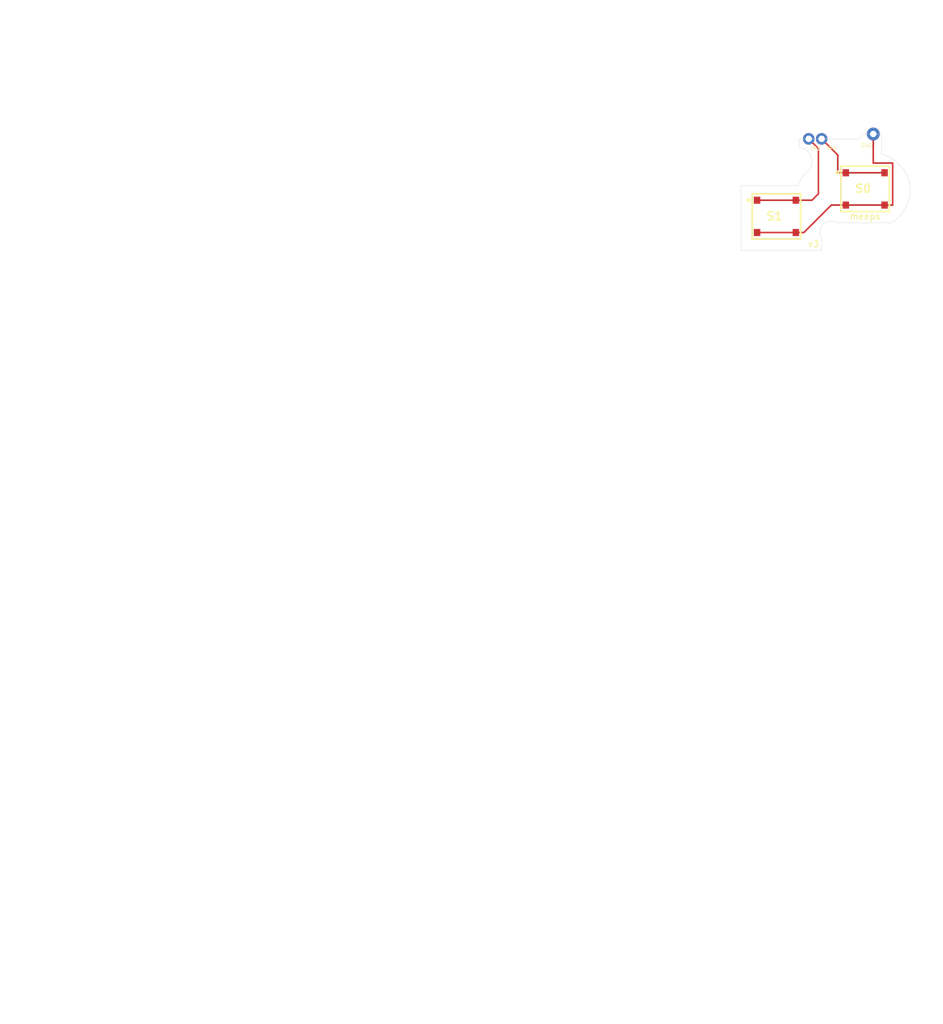
<source format=kicad_pcb>
(kicad_pcb (version 20171130) (host pcbnew "(5.1.10)-1")

  (general
    (thickness 1.6)
    (drawings 28)
    (tracks 21)
    (zones 0)
    (modules 3)
    (nets 1)
  )

  (page A4)
  (layers
    (0 F.Cu signal)
    (31 B.Cu signal)
    (32 B.Adhes user)
    (33 F.Adhes user)
    (34 B.Paste user)
    (35 F.Paste user)
    (36 B.SilkS user)
    (37 F.SilkS user)
    (38 B.Mask user)
    (39 F.Mask user)
    (40 Dwgs.User user)
    (41 Cmts.User user)
    (42 Eco1.User user)
    (43 Eco2.User user hide)
    (44 Edge.Cuts user)
    (45 Margin user)
    (46 B.CrtYd user)
    (47 F.CrtYd user)
    (48 B.Fab user)
    (49 F.Fab user)
  )

  (setup
    (last_trace_width 0.25)
    (trace_clearance 0.2)
    (zone_clearance 0.508)
    (zone_45_only no)
    (trace_min 0.2)
    (via_size 0.8)
    (via_drill 0.4)
    (via_min_size 0.4)
    (via_min_drill 0.3)
    (user_via 2 1)
    (uvia_size 0.3)
    (uvia_drill 0.1)
    (uvias_allowed no)
    (uvia_min_size 0.2)
    (uvia_min_drill 0.1)
    (edge_width 0.05)
    (segment_width 0.2)
    (pcb_text_width 0.3)
    (pcb_text_size 1.5 1.5)
    (mod_edge_width 0.12)
    (mod_text_size 1 1)
    (mod_text_width 0.15)
    (pad_size 1.524 1.524)
    (pad_drill 0.762)
    (pad_to_mask_clearance 0)
    (aux_axis_origin 0 0)
    (visible_elements 7FFFFFFF)
    (pcbplotparams
      (layerselection 0x010fc_ffffffff)
      (usegerberextensions false)
      (usegerberattributes true)
      (usegerberadvancedattributes true)
      (creategerberjobfile true)
      (excludeedgelayer true)
      (linewidth 0.100000)
      (plotframeref false)
      (viasonmask false)
      (mode 1)
      (useauxorigin false)
      (hpglpennumber 1)
      (hpglpenspeed 20)
      (hpglpendiameter 15.000000)
      (psnegative false)
      (psa4output false)
      (plotreference true)
      (plotvalue true)
      (plotinvisibletext false)
      (padsonsilk false)
      (subtractmaskfromsilk false)
      (outputformat 1)
      (mirror false)
      (drillshape 1)
      (scaleselection 1)
      (outputdirectory ""))
  )

  (net 0 "")

  (net_class Default "This is the default net class."
    (clearance 0.2)
    (trace_width 0.25)
    (via_dia 0.8)
    (via_drill 0.4)
    (uvia_dia 0.3)
    (uvia_drill 0.1)
  )

  (module SamacSys_Parts:SKRR (layer F.Cu) (tedit 0) (tstamp 61013461)
    (at 185 67.5)
    (descr SKRR)
    (tags Switch)
    (attr smd)
    (fp_text reference S1 (at -0.315 -0.046) (layer F.SilkS)
      (effects (font (size 1.27 1.27) (thickness 0.254)))
    )
    (fp_text value SKRR (at -0.315 -0.046) (layer F.SilkS) hide
      (effects (font (size 1.27 1.27) (thickness 0.254)))
    )
    (fp_text user %R (at -0.315 -0.046) (layer F.Fab)
      (effects (font (size 1.27 1.27) (thickness 0.254)))
    )
    (fp_line (start -3.75 -3.5) (end 3.75 -3.5) (layer F.Fab) (width 0.254))
    (fp_line (start 3.75 -3.5) (end 3.75 3.5) (layer F.Fab) (width 0.254))
    (fp_line (start 3.75 3.5) (end -3.75 3.5) (layer F.Fab) (width 0.254))
    (fp_line (start -3.75 3.5) (end -3.75 -3.5) (layer F.Fab) (width 0.254))
    (fp_line (start -3.75 -3.5) (end -3.75 3.5) (layer F.SilkS) (width 0.254))
    (fp_line (start -3.75 3.5) (end 3.75 3.5) (layer F.SilkS) (width 0.254))
    (fp_line (start 3.75 3.5) (end 3.75 -3.5) (layer F.SilkS) (width 0.254))
    (fp_line (start 3.75 -3.5) (end -3.75 -3.5) (layer F.SilkS) (width 0.254))
    (fp_circle (center -4.321 -2.524) (end -4.321 -2.45095) (layer F.SilkS) (width 0.254))
    (pad 4 smd rect (at 3 2.5) (size 1 1.1) (layers F.Cu F.Paste F.Mask))
    (pad 3 smd rect (at 3 -2.5) (size 1 1.1) (layers F.Cu F.Paste F.Mask))
    (pad 2 smd rect (at -3 2.5) (size 1 1.1) (layers F.Cu F.Paste F.Mask))
    (pad 1 smd rect (at -3 -2.5) (size 1 1.1) (layers F.Cu F.Paste F.Mask))
    (model C:\Users\meeps\Downloads\LIBCAD\SamacSys_Parts.3dshapes\SKRRAAE010.stp
      (at (xyz 0 0 0))
      (scale (xyz 1 1 1))
      (rotate (xyz 0 0 0))
    )
  )

  (module SamacSys_Parts:SKRR (layer F.Cu) (tedit 0) (tstamp 610133FA)
    (at 198.75 63.25)
    (descr SKRR)
    (tags Switch)
    (attr smd)
    (fp_text reference S0 (at -0.315 -0.046) (layer F.SilkS)
      (effects (font (size 1.27 1.27) (thickness 0.254)))
    )
    (fp_text value SKRR (at -0.315 -0.046) (layer F.SilkS) hide
      (effects (font (size 1.27 1.27) (thickness 0.254)))
    )
    (fp_text user %R (at -0.315 -0.046) (layer F.Fab)
      (effects (font (size 1.27 1.27) (thickness 0.254)))
    )
    (fp_line (start -3.75 -3.5) (end 3.75 -3.5) (layer F.Fab) (width 0.254))
    (fp_line (start 3.75 -3.5) (end 3.75 3.5) (layer F.Fab) (width 0.254))
    (fp_line (start 3.75 3.5) (end -3.75 3.5) (layer F.Fab) (width 0.254))
    (fp_line (start -3.75 3.5) (end -3.75 -3.5) (layer F.Fab) (width 0.254))
    (fp_line (start -3.75 -3.5) (end -3.75 3.5) (layer F.SilkS) (width 0.254))
    (fp_line (start -3.75 3.5) (end 3.75 3.5) (layer F.SilkS) (width 0.254))
    (fp_line (start 3.75 3.5) (end 3.75 -3.5) (layer F.SilkS) (width 0.254))
    (fp_line (start 3.75 -3.5) (end -3.75 -3.5) (layer F.SilkS) (width 0.254))
    (fp_circle (center -4.321 -2.524) (end -4.321 -2.45095) (layer F.SilkS) (width 0.254))
    (pad 4 smd rect (at 3 2.5) (size 1 1.1) (layers F.Cu F.Paste F.Mask))
    (pad 3 smd rect (at 3 -2.5) (size 1 1.1) (layers F.Cu F.Paste F.Mask))
    (pad 2 smd rect (at -3 2.5) (size 1 1.1) (layers F.Cu F.Paste F.Mask))
    (pad 1 smd rect (at -3 -2.5) (size 1 1.1) (layers F.Cu F.Paste F.Mask))
    (model C:\Users\meeps\Downloads\LIBCAD\SamacSys_Parts.3dshapes\SKRRAAE010.stp
      (at (xyz 0 0 0))
      (scale (xyz 1 1 1))
      (rotate (xyz 0 0 0))
    )
  )

  (module SamacSys_Parts:agb2 (layer F.Cu) (tedit 0) (tstamp 60F79462)
    (at 137.75 113.25)
    (fp_text reference G*** (at 0 0) (layer F.SilkS) hide
      (effects (font (size 1.524 1.524) (thickness 0.3)))
    )
    (fp_text value LOGO (at 0.75 0) (layer F.SilkS) hide
      (effects (font (size 1.524 1.524) (thickness 0.3)))
    )
    (fp_poly (pts (xy -65.321152 -79.234953) (xy -65.281945 -79.230166) (xy -65.209703 -79.226223) (xy -65.114956 -79.223548)
      (xy -65.015068 -79.222571) (xy -64.902606 -79.221526) (xy -64.82872 -79.218322) (xy -64.788447 -79.212409)
      (xy -64.776826 -79.203234) (xy -64.780892 -79.196557) (xy -64.801913 -79.17006) (xy -64.797621 -79.15302)
      (xy -64.763447 -79.144192) (xy -64.694821 -79.142333) (xy -64.594639 -79.145835) (xy -64.437308 -79.155164)
      (xy -64.320407 -79.166316) (xy -64.240824 -79.179718) (xy -64.195446 -79.195801) (xy -64.187281 -79.201932)
      (xy -64.142854 -79.219482) (xy -64.078255 -79.216951) (xy -64.011179 -79.195458) (xy -64.001029 -79.190127)
      (xy -63.946569 -79.159494) (xy -63.996868 -79.158734) (xy -64.034484 -79.153203) (xy -64.033427 -79.140007)
      (xy -63.997361 -79.12161) (xy -63.929948 -79.100474) (xy -63.898571 -79.092635) (xy -63.795821 -79.057429)
      (xy -63.722503 -79.009351) (xy -63.683733 -78.952764) (xy -63.680541 -78.906647) (xy -63.681757 -78.869133)
      (xy -63.673289 -78.857891) (xy -63.66449 -78.840745) (xy -63.667959 -78.815021) (xy -63.667 -78.779967)
      (xy -63.653212 -78.772152) (xy -63.634682 -78.756912) (xy -63.635992 -78.745821) (xy -63.629188 -78.712145)
      (xy -63.604289 -78.676585) (xy -63.569126 -78.625411) (xy -63.553616 -78.585026) (xy -63.540859 -78.523814)
      (xy -63.532037 -78.481908) (xy -63.518147 -78.445193) (xy -63.503746 -78.437638) (xy -63.496345 -78.423845)
      (xy -63.493716 -78.37777) (xy -63.495949 -78.317865) (xy -63.498542 -78.242393) (xy -63.492781 -78.205693)
      (xy -63.48074 -78.2026) (xy -63.472231 -78.194087) (xy -63.465779 -78.155047) (xy -63.461244 -78.082716)
      (xy -63.458483 -77.974331) (xy -63.457355 -77.827127) (xy -63.457344 -77.746139) (xy -63.455736 -77.554765)
      (xy -63.450476 -77.385242) (xy -63.441904 -77.241318) (xy -63.43036 -77.126741) (xy -63.416186 -77.045259)
      (xy -63.399723 -77.00062) (xy -63.388914 -76.99308) (xy -63.370472 -76.975906) (xy -63.33847 -76.931065)
      (xy -63.303033 -76.873623) (xy -63.265515 -76.802141) (xy -63.242348 -76.735325) (xy -63.228904 -76.656071)
      (xy -63.222208 -76.574923) (xy -63.215792 -76.486882) (xy -63.207942 -76.431894) (xy -63.195247 -76.400189)
      (xy -63.174297 -76.381994) (xy -63.151149 -76.371351) (xy -63.030738 -76.33617) (xy -62.973046 -76.330248)
      (xy -62.94647 -76.316532) (xy -62.942934 -76.273151) (xy -62.943332 -76.269663) (xy -62.949783 -76.226918)
      (xy -62.954586 -76.210718) (xy -62.963468 -76.191817) (xy -62.973557 -76.144889) (xy -62.982043 -76.084591)
      (xy -62.984921 -76.052361) (xy -62.980734 -75.994811) (xy -62.96386 -75.954263) (xy -62.962515 -75.952846)
      (xy -62.949289 -75.930064) (xy -62.974362 -75.915947) (xy -62.980796 -75.914211) (xy -63.013634 -75.893347)
      (xy -63.014865 -75.872863) (xy -63.021743 -75.839717) (xy -63.044712 -75.817816) (xy -63.077949 -75.784422)
      (xy -63.086106 -75.760409) (xy -63.103547 -75.73215) (xy -63.118782 -75.728439) (xy -63.147662 -75.711281)
      (xy -63.151458 -75.696287) (xy -63.167769 -75.667845) (xy -63.18194 -75.664135) (xy -63.195608 -75.654669)
      (xy -63.206389 -75.622544) (xy -63.215219 -75.56217) (xy -63.223035 -75.467956) (xy -63.227741 -75.390844)
      (xy -63.235816 -75.248982) (xy -63.24229 -75.143801) (xy -63.247822 -75.06917) (xy -63.253073 -75.018959)
      (xy -63.258702 -74.987038) (xy -63.265369 -74.967276) (xy -63.273734 -74.953543) (xy -63.274974 -74.951889)
      (xy -63.30652 -74.896644) (xy -63.340802 -74.815651) (xy -63.371544 -74.725104) (xy -63.389364 -74.656709)
      (xy -63.396165 -74.604036) (xy -63.402917 -74.511373) (xy -63.409545 -74.381601) (xy -63.415971 -74.217599)
      (xy -63.422119 -74.022248) (xy -63.427912 -73.798427) (xy -63.433274 -73.549017) (xy -63.438128 -73.276896)
      (xy -63.442398 -72.984946) (xy -63.446006 -72.676046) (xy -63.448117 -72.448945) (xy -63.450694 -72.15968)
      (xy -63.453328 -71.909407) (xy -63.456114 -71.694247) (xy -63.45915 -71.510324) (xy -63.46253 -71.353759)
      (xy -63.466352 -71.220675) (xy -63.470711 -71.107194) (xy -63.475704 -71.009439) (xy -63.481426 -70.923532)
      (xy -63.487872 -70.846709) (xy -63.495521 -70.746443) (xy -63.496001 -70.683565) (xy -63.48915 -70.653152)
      (xy -63.481341 -70.648439) (xy -63.464484 -70.629717) (xy -63.456813 -70.584109) (xy -63.456765 -70.578777)
      (xy -63.45985 -70.535559) (xy -63.470042 -70.530891) (xy -63.478216 -70.541266) (xy -63.493314 -70.555765)
      (xy -63.499182 -70.533229) (xy -63.499666 -70.514473) (xy -63.493244 -70.4717) (xy -63.478755 -70.455528)
      (xy -63.468459 -70.438555) (xy -63.478216 -70.401941) (xy -63.487645 -70.361185) (xy -63.478982 -70.348355)
      (xy -63.466791 -70.330113) (xy -63.466145 -70.28941) (xy -63.469584 -70.24211) (xy -63.472801 -70.165206)
      (xy -63.475294 -70.071963) (xy -63.476065 -70.026836) (xy -63.479133 -69.927381) (xy -63.485146 -69.86914)
      (xy -63.494323 -69.850541) (xy -63.5 -69.855359) (xy -63.516932 -69.875604) (xy -63.521374 -69.8567)
      (xy -63.52145 -69.851786) (xy -63.511203 -69.816967) (xy -63.501216 -69.808917) (xy -63.489942 -69.789815)
      (xy -63.482734 -69.740085) (xy -63.479551 -69.657209) (xy -63.480351 -69.538671) (xy -63.485093 -69.381952)
      (xy -63.49165 -69.228397) (xy -63.495897 -69.110384) (xy -63.496848 -69.014584) (xy -63.494594 -68.947185)
      (xy -63.489231 -68.914377) (xy -63.486861 -68.912194) (xy -63.471857 -68.893473) (xy -63.462786 -68.848373)
      (xy -63.462693 -68.847121) (xy -63.465233 -68.802102) (xy -63.482328 -68.796851) (xy -63.482733 -68.797093)
      (xy -63.497696 -68.79727) (xy -63.49096 -68.771069) (xy -63.483416 -68.731874) (xy -63.476813 -68.661294)
      (xy -63.471539 -68.570814) (xy -63.467981 -68.471913) (xy -63.466525 -68.376076) (xy -63.467558 -68.294783)
      (xy -63.471469 -68.239517) (xy -63.472786 -68.231836) (xy -63.488645 -68.199983) (xy -63.505689 -68.197637)
      (xy -63.518054 -68.197878) (xy -63.512752 -68.186422) (xy -63.489207 -68.169229) (xy -63.481183 -68.170939)
      (xy -63.475109 -68.155846) (xy -63.471413 -68.109184) (xy -63.469998 -68.04218) (xy -63.470767 -67.966063)
      (xy -63.473623 -67.892064) (xy -63.478468 -67.831412) (xy -63.484411 -67.797637) (xy -63.517928 -67.664754)
      (xy -63.530699 -67.549543) (xy -63.523729 -67.470245) (xy -63.513879 -67.417291) (xy -63.514305 -67.369391)
      (xy -63.527966 -67.317606) (xy -63.557818 -67.252997) (xy -63.606818 -67.166624) (xy -63.645219 -67.102963)
      (xy -63.693432 -67.02455) (xy -63.735372 -66.958638) (xy -63.776974 -66.896788) (xy -63.824178 -66.83056)
      (xy -63.882919 -66.751516) (xy -63.959135 -66.651217) (xy -64.007219 -66.588415) (xy -64.051128 -66.530472)
      (xy -64.099362 -66.465349) (xy -64.155219 -66.388431) (xy -64.221997 -66.295106) (xy -64.302994 -66.180761)
      (xy -64.401509 -66.040782) (xy -64.520841 -65.870557) (xy -64.537269 -65.847089) (xy -64.656865 -65.678732)
      (xy -64.761879 -65.536051) (xy -64.850275 -65.421671) (xy -64.92002 -65.338217) (xy -64.969077 -65.288314)
      (xy -64.972909 -65.285157) (xy -65.01487 -65.238139) (xy -65.046349 -65.183343) (xy -65.070448 -65.138837)
      (xy -65.092071 -65.118449) (xy -65.093405 -65.118312) (xy -65.114835 -65.100619) (xy -65.133747 -65.064839)
      (xy -65.15196 -65.03385) (xy -65.192776 -64.973736) (xy -65.252539 -64.889578) (xy -65.32759 -64.786457)
      (xy -65.414273 -64.669453) (xy -65.507869 -64.54505) (xy -65.617983 -64.39923) (xy -65.734455 -64.244035)
      (xy -65.850179 -64.088998) (xy -65.958049 -63.943656) (xy -66.050957 -63.817546) (xy -66.09501 -63.757215)
      (xy -66.174535 -63.647983) (xy -66.250005 -63.544656) (xy -66.315884 -63.454792) (xy -66.366634 -63.385945)
      (xy -66.393466 -63.349958) (xy -66.471502 -63.238227) (xy -66.539343 -63.125154) (xy -66.590244 -63.022741)
      (xy -66.61386 -62.957925) (xy -66.622534 -62.918347) (xy -66.630171 -62.865199) (xy -66.636837 -62.795869)
      (xy -66.642597 -62.707741) (xy -66.647515 -62.5982) (xy -66.651657 -62.464633) (xy -66.655087 -62.304423)
      (xy -66.657871 -62.114958) (xy -66.660072 -61.893621) (xy -66.661756 -61.637798) (xy -66.662988 -61.344875)
      (xy -66.663833 -61.012237) (xy -66.663965 -60.938566) (xy -66.664648 -60.695035) (xy -66.665832 -60.462629)
      (xy -66.667462 -60.245152) (xy -66.669485 -60.046406) (xy -66.671848 -59.870194) (xy -66.674497 -59.720319)
      (xy -66.677379 -59.600583) (xy -66.68044 -59.514789) (xy -66.683626 -59.466741) (xy -66.684753 -59.459578)
      (xy -66.691442 -59.411315) (xy -66.697173 -59.330212) (xy -66.701452 -59.226296) (xy -66.703785 -59.109594)
      (xy -66.704048 -59.068397) (xy -66.705685 -58.951059) (xy -66.709624 -58.855406) (xy -66.715436 -58.787791)
      (xy -66.722693 -58.754569) (xy -66.725354 -58.752237) (xy -66.74241 -58.734425) (xy -66.745797 -58.712689)
      (xy -66.757721 -58.672189) (xy -66.79709 -58.632566) (xy -66.869298 -58.589526) (xy -66.945429 -58.553663)
      (xy -67.015301 -58.51742) (xy -67.069976 -58.479412) (xy -67.093236 -58.45418) (xy -67.123387 -58.419079)
      (xy -67.146893 -58.409283) (xy -67.155353 -58.402306) (xy -67.162099 -58.378732) (xy -67.167312 -58.334593)
      (xy -67.171169 -58.265921) (xy -67.173849 -58.168749) (xy -67.175532 -58.03911) (xy -67.176395 -57.873037)
      (xy -67.176598 -57.7498) (xy -67.177545 -57.550199) (xy -67.180006 -57.375261) (xy -67.183857 -57.228817)
      (xy -67.188976 -57.114695) (xy -67.195237 -57.036726) (xy -67.20062 -57.00424) (xy -67.211786 -56.931839)
      (xy -67.212463 -56.830458) (xy -67.202695 -56.693808) (xy -67.192281 -56.567185) (xy -67.183241 -56.425213)
      (xy -67.17708 -56.292615) (xy -67.175898 -56.253653) (xy -67.174498 -56.151726) (xy -67.177113 -56.083427)
      (xy -67.184969 -56.039602) (xy -67.199288 -56.011098) (xy -67.209957 -55.999033) (xy -67.235601 -55.958594)
      (xy -67.237187 -55.92907) (xy -67.226294 -55.895416) (xy -67.225042 -55.887699) (xy -67.210942 -55.886706)
      (xy -67.203259 -55.890718) (xy -67.183859 -55.892954) (xy -67.185583 -55.871993) (xy -67.206692 -55.842326)
      (xy -67.220368 -55.812334) (xy -67.205439 -55.78613) (xy -67.192225 -55.74864) (xy -67.183624 -55.672384)
      (xy -67.17961 -55.556442) (xy -67.180156 -55.399892) (xy -67.185235 -55.201815) (xy -67.186867 -55.155068)
      (xy -67.188458 -55.067154) (xy -67.186718 -54.996781) (xy -67.182045 -54.953933) (xy -67.17851 -54.945792)
      (xy -67.173096 -54.92098) (xy -67.18118 -54.873675) (xy -67.182195 -54.870102) (xy -67.192199 -54.808332)
      (xy -67.195053 -54.729224) (xy -67.193604 -54.695172) (xy -67.201257 -54.56982) (xy -67.239049 -54.423768)
      (xy -67.304785 -54.265052) (xy -67.318407 -54.23773) (xy -67.347405 -54.177489) (xy -67.387724 -54.089084)
      (xy -67.434203 -53.984035) (xy -67.48168 -53.873858) (xy -67.485376 -53.865148) (xy -67.530302 -53.760042)
      (xy -67.572113 -53.663906) (xy -67.606536 -53.586452) (xy -67.629298 -53.537395) (xy -67.631531 -53.532912)
      (xy -67.657815 -53.475902) (xy -67.689798 -53.399495) (xy -67.70891 -53.350718) (xy -67.735811 -53.283202)
      (xy -67.758759 -53.231438) (xy -67.769696 -53.211393) (xy -67.783912 -53.177382) (xy -67.79819 -53.12134)
      (xy -67.800331 -53.110267) (xy -67.816959 -53.050281) (xy -67.838746 -53.006977) (xy -67.842124 -53.003094)
      (xy -67.856287 -52.982041) (xy -67.87416 -52.941926) (xy -67.897113 -52.878627) (xy -67.92652 -52.788022)
      (xy -67.963752 -52.665987) (xy -68.010182 -52.508401) (xy -68.033216 -52.42903) (xy -68.065395 -52.32017)
      (xy -68.09876 -52.211264) (xy -68.128362 -52.118296) (xy -68.142013 -52.077529) (xy -68.166132 -52.000859)
      (xy -68.197344 -51.891237) (xy -68.233936 -51.755643) (xy -68.274195 -51.601054) (xy -68.316409 -51.434448)
      (xy -68.358866 -51.262801) (xy -68.399851 -51.093093) (xy -68.437654 -50.932301) (xy -68.470561 -50.787403)
      (xy -68.49686 -50.665377) (xy -68.514838 -50.5732) (xy -68.521319 -50.532068) (xy -68.529316 -50.473372)
      (xy -68.542323 -50.382603) (xy -68.558834 -50.270073) (xy -68.577344 -50.146095) (xy -68.587043 -50.081941)
      (xy -68.607902 -49.93614) (xy -68.628516 -49.777232) (xy -68.646787 -49.622333) (xy -68.66062 -49.48856)
      (xy -68.663022 -49.461778) (xy -68.672543 -49.357137) (xy -68.681552 -49.268547) (xy -68.689122 -49.204443)
      (xy -68.694327 -49.173259) (xy -68.694889 -49.17187) (xy -68.69884 -49.145229) (xy -68.702878 -49.081426)
      (xy -68.706886 -48.986167) (xy -68.710748 -48.865161) (xy -68.714345 -48.724112) (xy -68.717561 -48.568729)
      (xy -68.720278 -48.404718) (xy -68.722379 -48.237786) (xy -68.723748 -48.073639) (xy -68.724266 -47.917985)
      (xy -68.723817 -47.77653) (xy -68.723743 -47.767004) (xy -68.722508 -47.608736) (xy -68.7213 -47.446176)
      (xy -68.720201 -47.290804) (xy -68.71929 -47.154095) (xy -68.718649 -47.047527) (xy -68.718599 -47.038228)
      (xy -68.716862 -46.937578) (xy -68.713136 -46.853411) (xy -68.707967 -46.794507) (xy -68.701904 -46.769646)
      (xy -68.701872 -46.769621) (xy -68.694338 -46.74467) (xy -68.686402 -46.686614) (xy -68.679204 -46.60519)
      (xy -68.675474 -46.544558) (xy -68.667813 -46.433044) (xy -68.656842 -46.318969) (xy -68.644486 -46.221307)
      (xy -68.639671 -46.191561) (xy -68.625237 -46.106105) (xy -68.607841 -45.996834) (xy -68.590426 -45.882409)
      (xy -68.583898 -45.837891) (xy -68.56417 -45.703489) (xy -68.546513 -45.589013) (xy -68.528863 -45.482578)
      (xy -68.509155 -45.372302) (xy -68.485324 -45.246301) (xy -68.455305 -45.092689) (xy -68.447966 -45.055528)
      (xy -68.423751 -44.929509) (xy -68.401492 -44.807138) (xy -68.383144 -44.699644) (xy -68.370664 -44.618254)
      (xy -68.367657 -44.594684) (xy -68.351512 -44.507654) (xy -68.323397 -44.404373) (xy -68.290345 -44.309725)
      (xy -68.259231 -44.224666) (xy -68.235517 -44.145832) (xy -68.223864 -44.088928) (xy -68.223518 -44.084662)
      (xy -68.215626 -44.029592) (xy -68.202432 -43.993475) (xy -68.202388 -43.993418) (xy -68.189032 -43.964506)
      (xy -68.16647 -43.904348) (xy -68.138237 -43.822691) (xy -68.116889 -43.757637) (xy -68.069058 -43.611566)
      (xy -68.017832 -43.459986) (xy -67.966713 -43.312878) (xy -67.919202 -43.180226) (xy -67.8788 -43.072012)
      (xy -67.8579 -43.019241) (xy -67.830821 -42.94464) (xy -67.801917 -42.851653) (xy -67.783208 -42.782785)
      (xy -67.75597 -42.694206) (xy -67.716091 -42.588536) (xy -67.671483 -42.486482) (xy -67.664489 -42.471984)
      (xy -67.61446 -42.365243) (xy -67.56052 -42.242876) (xy -67.513526 -42.129587) (xy -67.509344 -42.118988)
      (xy -67.463189 -42.003717) (xy -67.42311 -41.910884) (xy -67.380854 -41.822441) (xy -67.328165 -41.720342)
      (xy -67.319574 -41.704095) (xy -67.287068 -41.631899) (xy -67.263754 -41.550963) (xy -67.247282 -41.45027)
      (xy -67.235302 -41.318801) (xy -67.234323 -41.304473) (xy -67.220026 -41.095601) (xy -67.207249 -40.924794)
      (xy -67.195142 -40.787311) (xy -67.182855 -40.678413) (xy -67.16954 -40.593358) (xy -67.154346 -40.527406)
      (xy -67.136425 -40.475816) (xy -67.114927 -40.433847) (xy -67.089003 -40.39676) (xy -67.066931 -40.370201)
      (xy -67.042397 -40.325402) (xy -67.018613 -40.255099) (xy -67.004161 -40.191962) (xy -66.980603 -40.097281)
      (xy -66.950691 -40.042894) (xy -66.938723 -40.03307) (xy -66.907042 -39.99489) (xy -66.885428 -39.934783)
      (xy -66.884058 -39.9273) (xy -66.87186 -39.87573) (xy -66.858009 -39.848291) (xy -66.854823 -39.84692)
      (xy -66.847673 -39.828195) (xy -66.845572 -39.782231) (xy -66.848307 -39.724342) (xy -66.855664 -39.669845)
      (xy -66.857411 -39.661797) (xy -66.852693 -39.613391) (xy -66.824874 -39.564368) (xy -66.784606 -39.526241)
      (xy -66.74254 -39.510526) (xy -66.722297 -39.515727) (xy -66.712404 -39.510085) (xy -66.717073 -39.490846)
      (xy -66.720496 -39.465726) (xy -66.707792 -39.468432) (xy -66.68257 -39.461324) (xy -66.64871 -39.425217)
      (xy -66.638512 -39.410113) (xy -66.609101 -39.351008) (xy -66.607719 -39.304143) (xy -66.613487 -39.28673)
      (xy -66.628993 -39.255317) (xy -66.635497 -39.253641) (xy -66.645204 -39.263057) (xy -66.664664 -39.245092)
      (xy -66.685736 -39.211451) (xy -66.700281 -39.173843) (xy -66.702563 -39.157185) (xy -66.711735 -39.10311)
      (xy -66.724013 -39.075274) (xy -66.740895 -39.055569) (xy -66.745393 -39.075828) (xy -66.745464 -39.080633)
      (xy -66.754359 -39.113948) (xy -66.772767 -39.113322) (xy -66.789649 -39.082613) (xy -66.793364 -39.063891)
      (xy -66.805013 -39.024241) (xy -66.819605 -39.012135) (xy -66.846651 -38.997991) (xy -66.870182 -38.963055)
      (xy -66.876167 -38.938684) (xy -66.862826 -38.935076) (xy -66.839767 -38.949401) (xy -66.819023 -38.963459)
      (xy -66.820597 -38.951423) (xy -66.844002 -38.909926) (xy -66.879111 -38.862882) (xy -66.912451 -38.836322)
      (xy -66.917061 -38.834904) (xy -66.930784 -38.830683) (xy -66.941302 -38.819961) (xy -66.949684 -38.796665)
      (xy -66.956999 -38.754722) (xy -66.964315 -38.688059) (xy -66.9727 -38.590603) (xy -66.982865 -38.460919)
      (xy -66.997994 -38.302763) (xy -67.016971 -38.179259) (xy -67.041468 -38.082244) (xy -67.073154 -38.003555)
      (xy -67.07863 -37.992827) (xy -67.10835 -37.934883) (xy -67.134425 -37.879416) (xy -67.157075 -37.823351)
      (xy -67.176522 -37.763614) (xy -67.192985 -37.697131) (xy -67.206685 -37.620826) (xy -67.217842 -37.531627)
      (xy -67.226676 -37.426458) (xy -67.233407 -37.302245) (xy -67.238257 -37.155913) (xy -67.241444 -36.984389)
      (xy -67.24319 -36.784598) (xy -67.243714 -36.553465) (xy -67.243238 -36.287917) (xy -67.24198 -35.984878)
      (xy -67.240659 -35.731477) (xy -67.240484 -35.6748) (xy -67.240361 -35.582031) (xy -67.240289 -35.457523)
      (xy -67.240262 -35.305629) (xy -67.240278 -35.130702) (xy -67.240333 -34.937094) (xy -67.240424 -34.729159)
      (xy -67.240546 -34.511249) (xy -67.240698 -34.287718) (xy -67.240875 -34.062918) (xy -67.241074 -33.841202)
      (xy -67.241291 -33.626923) (xy -67.241523 -33.424434) (xy -67.241767 -33.238088) (xy -67.242018 -33.072238)
      (xy -67.242274 -32.931237) (xy -67.242532 -32.819437) (xy -67.242787 -32.741192) (xy -67.243036 -32.700854)
      (xy -67.24307 -32.698481) (xy -67.23955 -32.622941) (xy -67.228529 -32.52604) (xy -67.212353 -32.42818)
      (xy -67.211528 -32.424017) (xy -67.195198 -32.331773) (xy -67.190481 -32.272228) (xy -67.197031 -32.236861)
      (xy -67.203456 -32.226686) (xy -67.219147 -32.19194) (xy -67.216498 -32.177071) (xy -67.212945 -32.151237)
      (xy -67.209156 -32.0883) (xy -67.205331 -31.994023) (xy -67.201672 -31.87417) (xy -67.198377 -31.734505)
      (xy -67.195649 -31.580791) (xy -67.195591 -31.576847) (xy -67.193383 -31.386148) (xy -67.193086 -31.235685)
      (xy -67.194769 -31.122864) (xy -67.198501 -31.04509) (xy -67.204351 -30.999769) (xy -67.211457 -30.984597)
      (xy -67.224052 -30.970078) (xy -67.211579 -30.961435) (xy -67.198535 -30.932469) (xy -67.193491 -30.862468)
      (xy -67.195455 -30.773882) (xy -67.197004 -30.721941) (xy -67.198707 -30.631272) (xy -67.20052 -30.50602)
      (xy -67.2024 -30.350326) (xy -67.204305 -30.168332) (xy -67.206194 -29.964181) (xy -67.208022 -29.742014)
      (xy -67.209748 -29.505975) (xy -67.211329 -29.260206) (xy -67.21178 -29.183207) (xy -67.213389 -28.940089)
      (xy -67.215342 -28.709125) (xy -67.217579 -28.493966) (xy -67.220044 -28.298262) (xy -67.222678 -28.125664)
      (xy -67.225422 -27.979823) (xy -67.228219 -27.864391) (xy -67.231011 -27.783018) (xy -67.23374 -27.739354)
      (xy -67.234835 -27.733181) (xy -67.236546 -27.696534) (xy -67.226528 -27.683688) (xy -67.210391 -27.65718)
      (xy -67.203623 -27.61557) (xy -67.207308 -27.578404) (xy -67.219938 -27.564895) (xy -67.22588 -27.545228)
      (xy -67.227199 -27.492835) (xy -67.223808 -27.417624) (xy -67.221518 -27.388059) (xy -67.218062 -27.322432)
      (xy -67.215468 -27.220828) (xy -67.213783 -27.09013) (xy -67.213055 -26.937222) (xy -67.21333 -26.76899)
      (xy -67.214654 -26.592316) (xy -67.215569 -26.514599) (xy -67.217778 -26.344279) (xy -67.219771 -26.186396)
      (xy -67.221483 -26.046406) (xy -67.222851 -25.929761) (xy -67.223809 -25.841917) (xy -67.224293 -25.788328)
      (xy -67.22433 -25.775106) (xy -67.223972 -25.677392) (xy -67.224362 -25.560062) (xy -67.225379 -25.431716)
      (xy -67.226905 -25.300953) (xy -67.228818 -25.176372) (xy -67.230999 -25.066574) (xy -67.233328 -24.980158)
      (xy -67.235685 -24.925723) (xy -67.236301 -24.917722) (xy -67.242868 -24.844296) (xy -67.250358 -24.755538)
      (xy -67.253708 -24.714093) (xy -67.268995 -24.59877) (xy -67.293789 -24.500548) (xy -67.325253 -24.42809)
      (xy -67.359579 -24.390556) (xy -67.3907 -24.354183) (xy -67.399313 -24.316339) (xy -67.414951 -24.267721)
      (xy -67.459219 -24.238875) (xy -67.721845 -24.117345) (xy -67.952787 -23.978152) (xy -68.148436 -23.823754)
      (xy -68.295397 -23.668872) (xy -68.438177 -23.473888) (xy -68.551482 -23.275494) (xy -68.638134 -23.065928)
      (xy -68.700954 -22.837424) (xy -68.742764 -22.582219) (xy -68.760705 -22.388439) (xy -68.769186 -22.286861)
      (xy -68.780163 -22.183683) (xy -68.791298 -22.100816) (xy -68.791578 -22.099072) (xy -68.798164 -22.019898)
      (xy -68.798769 -21.907679) (xy -68.793487 -21.771819) (xy -68.787394 -21.681097) (xy -68.777476 -21.530441)
      (xy -68.770671 -21.379573) (xy -68.766944 -21.234687) (xy -68.766257 -21.101976) (xy -68.768576 -20.987632)
      (xy -68.773863 -20.897849) (xy -68.782083 -20.83882) (xy -68.792468 -20.816901) (xy -68.804769 -20.79729)
      (xy -68.797772 -20.784118) (xy -68.765722 -20.720977) (xy -68.773772 -20.667463) (xy -68.786404 -20.651545)
      (xy -68.809164 -20.613255) (xy -68.798684 -20.569173) (xy -68.787425 -20.520013) (xy -68.792761 -20.490105)
      (xy -68.797023 -20.456732) (xy -68.795245 -20.391689) (xy -68.787954 -20.305685) (xy -68.78069 -20.244979)
      (xy -68.770626 -20.145648) (xy -68.763712 -20.02044) (xy -68.759857 -19.865289) (xy -68.758965 -19.676128)
      (xy -68.760945 -19.44889) (xy -68.761511 -19.409428) (xy -68.764048 -19.22832) (xy -68.765447 -19.084888)
      (xy -68.765478 -18.973946) (xy -68.763911 -18.890309) (xy -68.760514 -18.828792) (xy -68.755059 -18.78421)
      (xy -68.747314 -18.751379) (xy -68.737048 -18.725113) (xy -68.730529 -18.712122) (xy -68.705412 -18.652576)
      (xy -68.677898 -18.568788) (xy -68.653833 -18.478608) (xy -68.653272 -18.476194) (xy -68.630981 -18.388515)
      (xy -68.607262 -18.308928) (xy -68.587048 -18.253908) (xy -68.586084 -18.251812) (xy -68.561023 -18.194822)
      (xy -68.52948 -18.118526) (xy -68.509976 -18.069367) (xy -68.438425 -17.907041) (xy -68.340978 -17.719779)
      (xy -68.221144 -17.514279) (xy -68.20735 -17.491826) (xy -68.156261 -17.407318) (xy -68.111196 -17.329648)
      (xy -68.079002 -17.270751) (xy -68.070158 -17.252711) (xy -68.042916 -17.209404) (xy -68.015696 -17.190574)
      (xy -68.014899 -17.190549) (xy -67.980759 -17.175994) (xy -67.931677 -17.139664) (xy -67.879588 -17.092563)
      (xy -67.836428 -17.045695) (xy -67.81413 -17.010062) (xy -67.813207 -17.004595) (xy -67.802878 -16.983769)
      (xy -67.793355 -16.985745) (xy -67.771779 -16.976559) (xy -67.732477 -16.94422) (xy -67.685323 -16.898745)
      (xy -67.64019 -16.85015) (xy -67.606953 -16.808452) (xy -67.595368 -16.784895) (xy -67.578396 -16.766281)
      (xy -67.536406 -16.737674) (xy -67.524571 -16.730732) (xy -67.416535 -16.659021) (xy -67.327868 -16.58056)
      (xy -67.285092 -16.528594) (xy -67.259297 -16.494931) (xy -67.247111 -16.487766) (xy -67.24697 -16.488934)
      (xy -67.229687 -16.488492) (xy -67.183796 -16.470485) (xy -67.117975 -16.439523) (xy -67.040902 -16.400217)
      (xy -66.961255 -16.357178) (xy -66.887712 -16.315015) (xy -66.828951 -16.278339) (xy -66.793649 -16.25176)
      (xy -66.788137 -16.245168) (xy -66.772707 -16.188401) (xy -66.766606 -16.095778) (xy -66.77004 -15.973363)
      (xy -66.776233 -15.893755) (xy -66.780965 -15.827352) (xy -66.778774 -15.801993) (xy -66.76953 -15.816376)
      (xy -66.768653 -15.818734) (xy -66.756148 -15.849056) (xy -66.75125 -15.843988) (xy -66.751551 -15.79999)
      (xy -66.751754 -15.793899) (xy -66.746635 -15.732943) (xy -66.730574 -15.687584) (xy -66.727979 -15.684111)
      (xy -66.720087 -15.662133) (xy -66.713697 -15.614753) (xy -66.708693 -15.53893) (xy -66.70496 -15.431623)
      (xy -66.702383 -15.289792) (xy -66.700849 -15.110394) (xy -66.700316 -14.951403) (xy -66.700204 -14.756203)
      (xy -66.700744 -14.599449) (xy -66.702134 -14.47672) (xy -66.70457 -14.383595) (xy -66.708251 -14.315654)
      (xy -66.713375 -14.268476) (xy -66.720139 -14.23764) (xy -66.728741 -14.218725) (xy -66.733345 -14.212836)
      (xy -66.764068 -14.164905) (xy -66.758706 -14.130754) (xy -66.741218 -14.120327) (xy -66.737033 -14.109897)
      (xy -66.733296 -14.080277) (xy -66.729989 -14.029632) (xy -66.727094 -13.956124) (xy -66.724593 -13.857916)
      (xy -66.722469 -13.733172) (xy -66.720704 -13.580054) (xy -66.719279 -13.396726) (xy -66.718178 -13.181351)
      (xy -66.717383 -12.932092) (xy -66.716875 -12.647113) (xy -66.716636 -12.324575) (xy -66.71665 -11.962644)
      (xy -66.716861 -11.605334) (xy -66.716956 -11.278223) (xy -66.716725 -10.9612) (xy -66.716187 -10.657117)
      (xy -66.715359 -10.368829) (xy -66.714262 -10.09919) (xy -66.712914 -9.851054) (xy -66.711334 -9.627275)
      (xy -66.709541 -9.430707) (xy -66.707554 -9.264204) (xy -66.70539 -9.130621) (xy -66.703071 -9.032811)
      (xy -66.700613 -8.973628) (xy -66.699374 -8.959663) (xy -66.679577 -8.841266) (xy -66.655971 -8.754398)
      (xy -66.624336 -8.687719) (xy -66.580455 -8.62989) (xy -66.574103 -8.622939) (xy -66.529801 -8.560764)
      (xy -66.504151 -8.483164) (xy -66.496002 -8.432755) (xy -66.485722 -8.360962) (xy -66.475607 -8.304932)
      (xy -66.469939 -8.283075) (xy -66.441063 -8.254771) (xy -66.385912 -8.226859) (xy -66.321206 -8.206646)
      (xy -66.282442 -8.201124) (xy -66.245565 -8.187758) (xy -66.230768 -8.145492) (xy -66.229998 -8.137311)
      (xy -66.230556 -8.09813) (xy -66.238562 -8.089035) (xy -66.238794 -8.089255) (xy -66.25833 -8.082754)
      (xy -66.2881 -8.049166) (xy -66.291998 -8.043506) (xy -66.320099 -7.983337) (xy -66.33107 -7.921049)
      (xy -66.32346 -7.872006) (xy -66.309764 -7.855565) (xy -66.295423 -7.832622) (xy -66.297435 -7.826483)
      (xy -66.298276 -7.793749) (xy -66.261637 -7.766644) (xy -66.193551 -7.748684) (xy -66.157068 -7.744716)
      (xy -66.083423 -7.73596) (xy -66.022931 -7.722774) (xy -66.002445 -7.715034) (xy -65.968356 -7.70465)
      (xy -65.961578 -7.715702) (xy -65.978577 -7.736633) (xy -65.986992 -7.737891) (xy -66.002803 -7.745443)
      (xy -66.000005 -7.750093) (xy -65.973382 -7.751246) (xy -65.937953 -7.730615) (xy -65.910635 -7.701019)
      (xy -65.906176 -7.678989) (xy -65.903624 -7.654802) (xy -65.895542 -7.652152) (xy -65.87505 -7.668484)
      (xy -65.874442 -7.673587) (xy -65.869428 -7.709306) (xy -65.851012 -7.737891) (xy -65.787307 -7.737891)
      (xy -65.779336 -7.720247) (xy -65.772784 -7.723601) (xy -65.770177 -7.749039) (xy -65.772784 -7.75218)
      (xy -65.785735 -7.749238) (xy -65.787307 -7.737891) (xy -65.851012 -7.737891) (xy -65.847807 -7.742865)
      (xy -65.817466 -7.774467) (xy -65.777852 -7.828421) (xy -65.754422 -7.889348) (xy -65.750541 -7.943363)
      (xy -65.76864 -7.97602) (xy -65.786483 -7.991216) (xy -65.766612 -7.994777) (xy -65.747528 -8.002318)
      (xy -65.758602 -8.018304) (xy -65.765527 -8.050624) (xy -65.753596 -8.09828) (xy -65.730229 -8.142894)
      (xy -65.702847 -8.166087) (xy -65.698741 -8.166583) (xy -65.669776 -8.179463) (xy -65.627265 -8.210614)
      (xy -65.625417 -8.212184) (xy -65.571094 -8.253172) (xy -65.523878 -8.281847) (xy -65.480345 -8.30948)
      (xy -44.627901 -8.30948) (xy -44.624911 -8.296737) (xy -44.613379 -8.29519) (xy -44.595448 -8.303033)
      (xy -44.598856 -8.30948) (xy -44.624708 -8.312045) (xy -44.627901 -8.30948) (xy -65.480345 -8.30948)
      (xy -65.473285 -8.313961) (xy -65.43604 -8.35714) (xy -65.425215 -8.38205) (xy -44.851503 -8.38205)
      (xy -44.831147 -8.365043) (xy -44.782204 -8.345506) (xy -44.733166 -8.329348) (xy -44.706845 -8.320048)
      (xy -44.70596 -8.319639) (xy -44.700554 -8.332318) (xy -44.700514 -8.334463) (xy -44.719148 -8.351743)
      (xy -44.765134 -8.371607) (xy -44.776758 -8.375326) (xy -44.833029 -8.387363) (xy -44.851503 -8.38205)
      (xy -65.425215 -8.38205) (xy -65.409257 -8.418768) (xy -65.390051 -8.50623) (xy -65.375535 -8.626911)
      (xy -65.371593 -8.671538) (xy -65.362195 -8.781241) (xy -65.352967 -8.883758) (xy -65.34505 -8.966698)
      (xy -65.340122 -9.013249) (xy -65.337591 -9.054229) (xy -65.334871 -9.132749) (xy -65.332029 -9.243483)
      (xy -65.32913 -9.381101) (xy -65.32725 -9.48481) (xy -65.264494 -9.48481) (xy -65.253602 -9.474093)
      (xy -65.24271 -9.48481) (xy -65.253602 -9.495528) (xy -65.264494 -9.48481) (xy -65.32725 -9.48481)
      (xy -65.326472 -9.52768) (xy -65.24271 -9.52768) (xy -65.231818 -9.516962) (xy -65.220926 -9.52768)
      (xy -65.231818 -9.538397) (xy -65.24271 -9.52768) (xy -65.326472 -9.52768) (xy -65.326243 -9.540277)
      (xy -65.323432 -9.715682) (xy -65.320766 -9.901989) (xy -65.31831 -10.09387) (xy -65.316132 -10.285997)
      (xy -65.314299 -10.473043) (xy -65.312875 -10.649679) (xy -65.31193 -10.810579) (xy -65.311528 -10.950413)
      (xy -65.311689 -11.037558) (xy -65.259622 -11.037558) (xy -65.253722 -11.017576) (xy -65.226955 -10.996047)
      (xy -65.205734 -11.01186) (xy -65.199142 -11.048271) (xy -65.206571 -11.093238) (xy -65.219357 -11.112886)
      (xy -65.23946 -11.106749) (xy -65.255031 -11.075675) (xy -65.259622 -11.037558) (xy -65.311689 -11.037558)
      (xy -65.311738 -11.063854) (xy -65.312625 -11.145575) (xy -65.31316 -11.167426) (xy -65.315096 -11.238907)
      (xy -65.31645 -11.314092) (xy -65.317014 -11.376842) (xy -55.061799 -11.376842) (xy -55.059104 -11.360905)
      (xy -55.03491 -11.347856) (xy -54.976154 -11.324856) (xy -54.889955 -11.294441) (xy -54.783431 -11.259146)
      (xy -54.692938 -11.230517) (xy -54.462146 -11.159044) (xy -54.24153 -11.090955) (xy -54.035998 -11.027751)
      (xy -53.850455 -10.970933) (xy -53.689807 -10.922002) (xy -53.558962 -10.882458) (xy -53.462826 -10.853804)
      (xy -53.435849 -10.845919) (xy -53.363543 -10.824794) (xy -53.261309 -10.794682) (xy -53.140906 -10.75906)
      (xy -53.014093 -10.721401) (xy -52.967495 -10.707526) (xy -52.840053 -10.669642) (xy -52.713424 -10.632164)
      (xy -52.599788 -10.598688) (xy -52.511325 -10.572808) (xy -52.48825 -10.566118) (xy -52.428464 -10.548766)
      (xy -52.364013 -10.529847) (xy -52.288979 -10.507592) (xy -52.197446 -10.480229) (xy -52.083497 -10.445989)
      (xy -51.941214 -10.403102) (xy -51.76468 -10.349798) (xy -51.714922 -10.334764) (xy -51.618399 -10.306152)
      (xy -51.530634 -10.281121) (xy -51.464572 -10.263319) (xy -51.442624 -10.258028) (xy -51.389915 -10.244662)
      (xy -51.311662 -10.222618) (xy -51.223777 -10.196393) (xy -51.213893 -10.193351) (xy -51.131639 -10.168477)
      (xy -51.020653 -10.135666) (xy -50.894094 -10.09877) (xy -50.765117 -10.061644) (xy -50.734648 -10.052953)
      (xy -50.620591 -10.020216) (xy -50.518785 -9.9905) (xy -50.437837 -9.966354) (xy -50.386356 -9.950328)
      (xy -50.375214 -9.946489) (xy -50.328684 -9.931894) (xy -50.259874 -9.913565) (xy -50.222727 -9.904573)
      (xy -50.15925 -9.888288) (xy -50.066588 -9.862621) (xy -49.95711 -9.831076) (xy -49.843186 -9.797155)
      (xy -49.841509 -9.796646) (xy -49.713837 -9.758377) (xy -49.577126 -9.718113) (xy -49.449238 -9.681079)
      (xy -49.362264 -9.656449) (xy -49.246329 -9.623342) (xy -49.111228 -9.583535) (xy -48.979213 -9.543623)
      (xy -48.926586 -9.527336) (xy -48.831303 -9.498323) (xy -48.718012 -9.465011) (xy -48.594497 -9.429557)
      (xy -48.468541 -9.394115) (xy -48.347928 -9.360839) (xy -48.240441 -9.331883) (xy -48.153865 -9.309404)
      (xy -48.095982 -9.295554) (xy -48.077015 -9.292167) (xy -48.051121 -9.284633) (xy -48.003376 -9.267444)
      (xy -48.000771 -9.266452) (xy -47.947629 -9.248263) (xy -47.86872 -9.223668) (xy -47.78026 -9.197705)
      (xy -47.772041 -9.195377) (xy -47.691131 -9.172232) (xy -47.581142 -9.140349) (xy -47.454695 -9.103407)
      (xy -47.32441 -9.065083) (xy -47.281904 -9.052518) (xy -47.159344 -9.016374) (xy -47.042333 -8.982117)
      (xy -46.941424 -8.952819) (xy -46.867168 -8.931551) (xy -46.846226 -8.925686) (xy -46.774264 -8.905565)
      (xy -46.677816 -8.878285) (xy -46.574204 -8.848754) (xy -46.541252 -8.83931) (xy -46.119318 -8.718685)
      (xy -45.710569 -8.60289) (xy -45.293365 -8.485813) (xy -45.049056 -8.417712) (xy -44.957275 -8.39412)
      (xy -44.898286 -8.38324) (xy -44.875456 -8.385586) (xy -44.878511 -8.39174) (xy -44.907621 -8.406344)
      (xy -44.971473 -8.430312) (xy -45.062862 -8.461434) (xy -45.174579 -8.497501) (xy -45.299419 -8.536303)
      (xy -45.430175 -8.575631) (xy -45.559638 -8.613275) (xy -45.680603 -8.647025) (xy -45.785862 -8.674674)
      (xy -45.855531 -8.691271) (xy -45.918183 -8.706585) (xy -46.012186 -8.731423) (xy -46.127167 -8.76296)
      (xy -46.252756 -8.798371) (xy -46.323884 -8.818849) (xy -46.659468 -8.91633) (xy -46.697874 -8.927511)
      (xy -44.940137 -8.927511) (xy -44.929245 -8.916793) (xy -44.918353 -8.927511) (xy -44.929245 -8.938228)
      (xy -44.940137 -8.927511) (xy -46.697874 -8.927511) (xy -46.953632 -9.001967) (xy -47.206796 -9.075883)
      (xy -47.419375 -9.1382) (xy -47.591787 -9.189041) (xy -47.72445 -9.228529) (xy -47.81778 -9.256785)
      (xy -47.870068 -9.273231) (xy -47.945683 -9.29688) (xy -48.043468 -9.325841) (xy -48.143534 -9.354238)
      (xy -48.153259 -9.356919) (xy -48.233375 -9.379291) (xy -48.344054 -9.410694) (xy -48.474103 -9.447927)
      (xy -48.612329 -9.487788) (xy -48.708747 -9.515771) (xy -48.848284 -9.556288) (xy -48.989706 -9.597177)
      (xy -49.121125 -9.635013) (xy -49.230656 -9.666371) (xy -49.28602 -9.682092) (xy -49.404753 -9.71654)
      (xy -49.538624 -9.756783) (xy -49.661481 -9.794939) (xy -49.67813 -9.800247) (xy -49.79983 -9.838481)
      (xy -48.730531 -9.838481) (xy -48.712887 -9.819465) (xy -48.697856 -9.817047) (xy -48.668866 -9.828621)
      (xy -48.66518 -9.838481) (xy -48.682824 -9.857498) (xy -48.697856 -9.859916) (xy -48.726845 -9.848342)
      (xy -48.730531 -9.838481) (xy -49.79983 -9.838481) (xy -49.819925 -9.844794) (xy -49.973411 -9.891524)
      (xy -50.129518 -9.937812) (xy -50.279176 -9.981036) (xy -50.413316 -10.018569) (xy -50.522866 -10.047787)
      (xy -50.590457 -10.064254) (xy -50.67062 -10.083318) (xy -50.741677 -10.102228) (xy -50.77562 -10.112671)
      (xy -50.828998 -10.129944) (xy -50.903803 -10.152643) (xy -50.952487 -10.16684) (xy -51.026911 -10.188216)
      (xy -51.1268 -10.216984) (xy -51.235818 -10.248437) (xy -51.290137 -10.264131) (xy -51.406956 -10.297625)
      (xy -51.532224 -10.333101) (xy -51.645045 -10.364654) (xy -51.682247 -10.374919) (xy -51.765904 -10.398592)
      (xy -51.878645 -10.431503) (xy -52.008011 -10.469967) (xy -52.141546 -10.510296) (xy -52.196671 -10.527148)
      (xy -52.313616 -10.562395) (xy -52.417742 -10.59256) (xy -52.501189 -10.615462) (xy -52.556095 -10.628916)
      (xy -52.572738 -10.631561) (xy -52.622546 -10.641622) (xy -52.646479 -10.651804) (xy -52.683591 -10.667098)
      (xy -52.753778 -10.692037) (xy -52.849762 -10.724338) (xy -52.964262 -10.761723) (xy -53.090001 -10.801911)
      (xy -53.219699 -10.842621) (xy -53.346077 -10.881574) (xy -53.461856 -10.916488) (xy -53.559758 -10.945083)
      (xy -53.632503 -10.965079) (xy -53.672812 -10.974196) (xy -53.676573 -10.974515) (xy -53.728962 -10.983416)
      (xy -53.790522 -11.004895) (xy -53.79199 -11.005554) (xy -53.85041 -11.029696) (xy -53.926811 -11.056962)
      (xy -54.025963 -11.088822) (xy -54.152637 -11.126746) (xy -54.311605 -11.172205) (xy -54.507637 -11.22667)
      (xy -54.525042 -11.231454) (xy -54.654154 -11.267228) (xy -54.771506 -11.300321) (xy -54.869574 -11.328565)
      (xy -54.940833 -11.349793) (xy -54.97776 -11.361837) (xy -54.978083 -11.361964) (xy -55.034863 -11.379545)
      (xy -55.061799 -11.376842) (xy -65.317014 -11.376842) (xy -65.317206 -11.398107) (xy -65.317346 -11.496076)
      (xy -65.316854 -11.613124) (xy -65.315712 -11.754374) (xy -65.313903 -11.924951) (xy -65.311411 -12.12998)
      (xy -65.309444 -12.282026) (xy -65.307749 -12.446513) (xy -65.306596 -12.626858) (xy -65.25183 -12.626858)
      (xy -65.250705 -12.593128) (xy -65.231102 -12.572748) (xy -65.210113 -12.587821) (xy -65.198382 -12.624979)
      (xy -65.194976 -12.682216) (xy -65.205727 -12.699437) (xy -65.23041 -12.676309) (xy -65.231813 -12.674359)
      (xy -65.25183 -12.626858) (xy -65.306596 -12.626858) (xy -65.306504 -12.641155) (xy -65.305744 -12.853236)
      (xy -65.305503 -13.070044) (xy -65.305814 -13.278866) (xy -65.306405 -13.418059) (xy -65.306998 -13.622414)
      (xy -65.306835 -13.763613) (xy -59.600686 -13.763613) (xy -59.590738 -13.748395) (xy -59.55736 -13.730356)
      (xy -59.495248 -13.707418) (xy -59.399099 -13.677504) (xy -59.328387 -13.656924) (xy -59.127909 -13.598635)
      (xy -58.902353 -13.531642) (xy -58.667963 -13.460827) (xy -58.440982 -13.391073) (xy -58.359005 -13.365533)
      (xy -58.107451 -13.287146) (xy -57.894993 -13.221677) (xy -57.7194 -13.168468) (xy -57.578442 -13.126865)
      (xy -57.46989 -13.09621) (xy -57.391511 -13.075848) (xy -57.341077 -13.065121) (xy -57.335163 -13.064214)
      (xy -57.285986 -13.051697) (xy -57.266648 -13.044499) (xy -57.23682 -13.034404) (xy -57.171793 -13.013916)
      (xy -57.078087 -12.984997) (xy -56.96222 -12.949609) (xy -56.830713 -12.909715) (xy -56.690085 -12.867277)
      (xy -56.546855 -12.824257) (xy -56.407544 -12.782619) (xy -56.27867 -12.744324) (xy -56.166754 -12.711335)
      (xy -56.078315 -12.685615) (xy -56.019872 -12.669126) (xy -56.017238 -12.668413) (xy -55.912839 -12.639561)
      (xy -55.790027 -12.604507) (xy -55.655766 -12.565356) (xy -55.517019 -12.524216) (xy -55.380753 -12.483193)
      (xy -55.253931 -12.444396) (xy -55.143518 -12.40993) (xy -55.056478 -12.381904) (xy -54.999775 -12.362424)
      (xy -54.982504 -12.355352) (xy -54.919721 -12.329652) (xy -54.883733 -12.331683) (xy -54.877433 -12.359036)
      (xy -54.901405 -12.381193) (xy -54.962914 -12.411633) (xy -55.05714 -12.448608) (xy -55.179263 -12.490366)
      (xy -55.324462 -12.535159) (xy -55.487917 -12.581237) (xy -55.494425 -12.58299) (xy -55.593595 -12.609958)
      (xy -55.692548 -12.637355) (xy -55.771392 -12.659668) (xy -55.777615 -12.661469) (xy -55.851488 -12.682381)
      (xy -55.948836 -12.709239) (xy -56.051046 -12.736916) (xy -56.071698 -12.742436) (xy -56.073276 -12.742869)
      (xy -54.982504 -12.742869) (xy -54.971612 -12.732152) (xy -54.96072 -12.742869) (xy -54.971612 -12.753587)
      (xy -54.982504 -12.742869) (xy -56.073276 -12.742869) (xy -56.203727 -12.778655) (xy -56.35895 -12.822863)
      (xy -56.525247 -12.871462) (xy -56.690498 -12.920854) (xy -56.842584 -12.967443) (xy -56.969385 -13.00763)
      (xy -57.008404 -13.02047) (xy -57.05837 -13.036936) (xy -57.114874 -13.055061) (xy -57.1824 -13.076208)
      (xy -57.265434 -13.10174) (xy -57.36846 -13.133019) (xy -57.495963 -13.171407) (xy -57.652426 -13.218269)
      (xy -57.842336 -13.274965) (xy -58.032247 -13.331562) (xy -58.200298 -13.380898) (xy -58.35017 -13.423479)
      (xy -58.475718 -13.457624) (xy -58.5708 -13.481654) (xy -58.620411 -13.492396) (xy -58.685708 -13.507323)
      (xy -58.7387 -13.524297) (xy -58.740223 -13.524938) (xy -58.778862 -13.538803) (xy -58.848159 -13.561258)
      (xy -58.936984 -13.58876) (xy -59.001629 -13.608171) (xy -59.119624 -13.643289) (xy -59.247244 -13.681482)
      (xy -59.363 -13.716314) (xy -59.400309 -13.727603) (xy -59.492709 -13.755525) (xy -59.55119 -13.77232)
      (xy -59.583506 -13.779381) (xy -59.597407 -13.778102) (xy -59.600644 -13.769876) (xy -59.600686 -13.763613)
      (xy -65.306835 -13.763613) (xy -65.306729 -13.854593) (xy -65.305676 -14.099557) (xy -65.305121 -14.17613)
      (xy -65.264494 -14.17613) (xy -65.253753 -14.1447) (xy -65.232231 -14.132458) (xy -65.224193 -14.136476)
      (xy -65.2272 -14.158497) (xy -65.238716 -14.172914) (xy -65.260648 -14.184998) (xy -65.264494 -14.17613)
      (xy -65.305121 -14.17613) (xy -65.303916 -14.342273) (xy -65.301529 -14.567702) (xy -65.299749 -14.693418)
      (xy -65.296626 -14.878129) (xy -65.293537 -15.025159) (xy -65.292041 -15.074885) (xy -64.393131 -15.074885)
      (xy -64.393122 -15.073882) (xy -64.373449 -15.064344) (xy -64.322941 -15.05709) (xy -64.278756 -15.054593)
      (xy -64.193166 -15.045602) (xy -64.074904 -15.022223) (xy -63.921877 -14.983947) (xy -63.731991 -14.930265)
      (xy -63.587135 -14.886663) (xy -63.499638 -14.860325) (xy -63.385673 -14.826728) (xy -63.260664 -14.790389)
      (xy -63.151458 -14.759071) (xy -63.054668 -14.731498) (xy -62.962271 -14.705087) (xy -62.867806 -14.677972)
      (xy -62.76481 -14.648288) (xy -62.646823 -14.614168) (xy -62.507381 -14.573747) (xy -62.340025 -14.525157)
      (xy -62.138291 -14.466533) (xy -62.105831 -14.457098) (xy -61.976755 -14.4197) (xy -61.848858 -14.382862)
      (xy -61.733968 -14.349976) (xy -61.643914 -14.324435) (xy -61.615694 -14.316533) (xy -61.511573 -14.287171)
      (xy -61.398529 -14.254683) (xy -61.321612 -14.232172) (xy -61.221298 -14.202705) (xy -61.098417 -14.167)
      (xy -60.961242 -14.127421) (xy -60.818045 -14.08633) (xy -60.677097 -14.04609) (xy -60.546671 -14.009065)
      (xy -60.43504 -13.977617) (xy -60.350475 -13.95411) (xy -60.308662 -13.942816) (xy -60.243143 -13.924906)
      (xy -60.149402 -13.898304) (xy -60.040875 -13.86686) (xy -59.949228 -13.839851) (xy -59.819003 -13.802109)
      (xy -59.72598 -13.777654) (xy -59.666186 -13.76576) (xy -59.635648 -13.7657) (xy -59.630395 -13.776748)
      (xy -59.633095 -13.782023) (xy -59.658002 -13.796021) (xy -59.716187 -13.818744) (xy -59.799054 -13.847085)
      (xy -59.898006 -13.877939) (xy -59.901233 -13.878901) (xy -60.029019 -13.917159) (xy -60.168868 -13.959396)
      (xy -60.300537 -13.999483) (xy -60.372893 -14.021713) (xy -60.475996 -14.053355) (xy -60.565847 -14.080306)
      (xy -60.653098 -14.105585) (xy -60.748402 -14.13221) (xy -60.862411 -14.1632) (xy -61.005778 -14.201571)
      (xy -61.038422 -14.210267) (xy -61.390691 -14.305151) (xy -61.703628 -14.39175) (xy -61.976363 -14.469816)
      (xy -62.208025 -14.539101) (xy -62.345454 -14.582298) (xy -62.504265 -14.632439) (xy -62.684065 -14.687491)
      (xy -62.867047 -14.742107) (xy -63.035402 -14.790936) (xy -63.10789 -14.811331) (xy -63.21292 -14.841124)
      (xy -63.325537 -14.87406) (xy -63.412864 -14.900414) (xy -63.498645 -14.925787) (xy -63.614137 -14.958398)
      (xy -63.746844 -14.99485) (xy -63.88427 -15.031748) (xy -64.01392 -15.065698) (xy -64.118411 -15.092105)
      (xy -64.19931 -15.103497) (xy -64.284254 -15.103615) (xy -64.292682 -15.102783) (xy -64.353979 -15.095797)
      (xy -64.383519 -15.091015) (xy -64.392753 -15.085143) (xy -64.393131 -15.074885) (xy -65.292041 -15.074885)
      (xy -65.290089 -15.139695) (xy -65.285892 -15.226923) (xy -65.28414 -15.248303) (xy -63.405376 -15.248303)
      (xy -63.401972 -15.24) (xy -63.382397 -15.219552) (xy -63.378903 -15.218566) (xy -63.369546 -15.235149)
      (xy -63.369296 -15.24) (xy -63.386043 -15.260611) (xy -63.392366 -15.261435) (xy -63.405376 -15.248303)
      (xy -65.28414 -15.248303) (xy -65.280556 -15.292029) (xy -65.27369 -15.3402) (xy -65.264903 -15.376621)
      (xy -65.253805 -15.40648) (xy -65.244562 -15.426034) (xy -65.205942 -15.48535) (xy -65.16873 -15.519915)
      (xy -64.197084 -15.519915) (xy -64.18127 -15.498088) (xy -64.1753 -15.497215) (xy -64.154082 -15.504529)
      (xy -64.153516 -15.506668) (xy -64.168781 -15.524968) (xy -64.1753 -15.529367) (xy -64.195373 -15.527668)
      (xy -64.197084 -15.519915) (xy -65.16873 -15.519915) (xy -65.163623 -15.524658) (xy -65.150365 -15.530924)
      (xy -65.099451 -15.558655) (xy -65.074855 -15.58293) (xy -65.026457 -15.615449) (xy -64.942139 -15.632127)
      (xy -64.826547 -15.632758) (xy -64.68433 -15.617137) (xy -64.607124 -15.603641) (xy -64.502776 -15.585277)
      (xy -64.403079 -15.570967) (xy -64.323047 -15.562731) (xy -64.293968 -15.561519) (xy -64.225857 -15.554464)
      (xy -64.135383 -15.535861) (xy -64.040845 -15.509551) (xy -64.030517 -15.506198) (xy -63.924285 -15.472195)
      (xy -63.801217 -15.434405) (xy -63.686447 -15.400534) (xy -63.677388 -15.397942) (xy -63.571803 -15.364653)
      (xy -63.462875 -15.325183) (xy -63.371692 -15.28725) (xy -63.360047 -15.281786) (xy -63.287685 -15.249394)
      (xy -63.227422 -15.226595) (xy -63.19399 -15.218566) (xy -63.159216 -15.211802) (xy -63.09459 -15.193667)
      (xy -63.011223 -15.167396) (xy -62.964935 -15.151862) (xy -62.875676 -15.12274) (xy -62.798828 -15.10032)
      (xy -62.745774 -15.087803) (xy -62.731647 -15.086261) (xy -62.704352 -15.079694) (xy -62.703674 -15.070457)
      (xy -62.694924 -15.050183) (xy -62.666023 -15.032021) (xy -62.617975 -15.010663) (xy -62.550063 -14.980556)
      (xy -62.512865 -14.964089) (xy -62.425784 -14.93289) (xy -62.334165 -14.911801) (xy -62.250337 -14.902477)
      (xy -62.186629 -14.90657) (xy -62.162061 -14.917036) (xy -62.127664 -14.927519) (xy -62.071529 -14.914175)
      (xy -62.048954 -14.905389) (xy -61.995501 -14.884834) (xy -61.962405 -14.874795) (xy -61.958155 -14.874721)
      (xy -61.936356 -14.869872) (xy -61.884581 -14.853216) (xy -61.81356 -14.828226) (xy -61.805668 -14.82535)
      (xy -61.724048 -14.796293) (xy -61.65165 -14.771881) (xy -61.604802 -14.757587) (xy -61.556898 -14.741112)
      (xy -61.486187 -14.712322) (xy -61.417115 -14.681612) (xy -61.201004 -14.602772) (xy -60.97307 -14.562011)
      (xy -60.87264 -14.551495) (xy -60.804813 -14.541921) (xy -60.758732 -14.531212) (xy -60.723539 -14.517293)
      (xy -60.714056 -14.512484) (xy -60.682103 -14.487859) (xy -60.677502 -14.47072) (xy -60.665788 -14.458986)
      (xy -60.623315 -14.45161) (xy -60.611688 -14.450974) (xy -60.553832 -14.445421) (xy -60.51496 -14.435665)
      (xy -60.512892 -14.434551) (xy -60.4809 -14.426234) (xy -60.419125 -14.417784) (xy -60.345725 -14.411389)
      (xy -60.269469 -14.402892) (xy -60.211057 -14.389985) (xy -60.18399 -14.376143) (xy -60.1643 -14.362215)
      (xy -60.149086 -14.377825) (xy -60.128472 -14.389388) (xy -60.09449 -14.370747) (xy -60.073638 -14.352781)
      (xy -60.020212 -14.317788) (xy -59.944192 -14.283753) (xy -59.890117 -14.266076) (xy -59.818411 -14.245124)
      (xy -59.762736 -14.226243) (xy -59.73989 -14.2161) (xy -59.705126 -14.192686) (xy -59.662928 -14.163494)
      (xy -59.615212 -14.1421) (xy -59.540085 -14.121024) (xy -59.453499 -14.104712) (xy -59.450391 -14.104272)
      (xy -59.369703 -14.091714) (xy -59.305525 -14.079335) (xy -59.27051 -14.069608) (xy -59.268969 -14.068799)
      (xy -59.234238 -14.058577) (xy -59.177002 -14.050556) (xy -59.166473 -14.049688) (xy -59.103641 -14.040562)
      (xy -59.023493 -14.022828) (xy -58.9377 -13.999884) (xy -58.85793 -13.975125) (xy -58.795855 -13.95195)
      (xy -58.763144 -13.933754) (xy -58.761598 -13.931839) (xy -58.730548 -13.91284) (xy -58.716453 -13.911055)
      (xy -58.676855 -13.902739) (xy -58.61876 -13.882108) (xy -58.603374 -13.875613) (xy -58.544878 -13.854068)
      (xy -58.500264 -13.844615) (xy -58.493145 -13.844854) (xy -58.457351 -13.833371) (xy -58.438422 -13.815245)
      (xy -58.402205 -13.792208) (xy -58.333034 -13.781058) (xy -58.289417 -13.7795) (xy -58.206395 -13.773467)
      (xy -58.16143 -13.758238) (xy -58.155048 -13.750232) (xy -58.128547 -13.730235) (xy -58.074822 -13.712979)
      (xy -58.050101 -13.708402) (xy -57.987366 -13.692361) (xy -57.901386 -13.661695) (xy -57.807331 -13.622012)
      (xy -57.773431 -13.606123) (xy -57.673262 -13.560441) (xy -57.592908 -13.532194) (xy -57.514975 -13.51652)
      (xy -57.424889 -13.508711) (xy -57.342561 -13.501922) (xy -57.276988 -13.492357) (xy -57.240555 -13.481905)
      (xy -57.238224 -13.480246) (xy -57.198603 -13.462075) (xy -57.187057 -13.460928) (xy -57.146846 -13.453025)
      (xy -57.091068 -13.433874) (xy -57.08794 -13.432595) (xy -56.963688 -13.385512) (xy -56.812652 -13.334844)
      (xy -56.6507 -13.28574) (xy -56.547432 -13.257191) (xy -56.457205 -13.232049) (xy -56.379072 -13.207999)
      (xy -56.325685 -13.189018) (xy -56.314483 -13.183944) (xy -56.267556 -13.168335) (xy -56.197097 -13.154442)
      (xy -56.154614 -13.149018) (xy -56.073599 -13.13555) (xy -55.974153 -13.111617) (xy -55.881858 -13.083709)
      (xy -55.802725 -13.058443) (xy -55.73782 -13.040951) (xy -55.699497 -13.0345) (xy -55.696695 -13.034704)
      (xy -55.644475 -13.03331) (xy -55.575946 -13.019865) (xy -55.510571 -12.999381) (xy -55.467816 -12.97687)
      (xy -55.466186 -12.97536) (xy -55.42192 -12.952334) (xy -55.384545 -12.946498) (xy -55.337179 -12.9378)
      (xy -55.267645 -12.915239) (xy -55.206384 -12.890337) (xy -55.098879 -12.842642) (xy -55.023467 -12.810142)
      (xy -54.972716 -12.789994) (xy -54.939193 -12.779358) (xy -54.915467 -12.775391) (xy -54.904783 -12.775021)
      (xy -54.878982 -12.769124) (xy -54.879974 -12.76159) (xy -54.873007 -12.742338) (xy -54.838668 -12.711332)
      (xy -54.826424 -12.702644) (xy -54.779047 -12.659685) (xy -54.730744 -12.599181) (xy -54.68987 -12.534029)
      (xy -54.66478 -12.477127) (xy -54.661314 -12.447783) (xy -54.645657 -12.428641) (xy -54.59021 -12.421393)
      (xy -54.583983 -12.42135) (xy -54.526711 -12.416444) (xy -54.49845 -12.396992) (xy -54.488953 -12.372779)
      (xy -54.485151 -12.311596) (xy -54.491219 -12.276323) (xy -54.504883 -12.221204) (xy -54.517498 -12.154788)
      (xy -54.517715 -12.153418) (xy -54.531656 -12.095195) (xy -54.549663 -12.054282) (xy -54.551268 -12.052183)
      (xy -54.568337 -12.006198) (xy -54.571815 -11.939225) (xy -54.561975 -11.870914) (xy -54.548238 -11.834495)
      (xy -54.533781 -11.800102) (xy -54.535727 -11.78903) (xy -54.53713 -11.773806) (xy -54.519518 -11.736098)
      (xy -54.489837 -11.687854) (xy -54.45503 -11.641019) (xy -54.4396 -11.623643) (xy -54.396507 -11.592866)
      (xy -54.361238 -11.588528) (xy -54.32765 -11.587035) (xy -54.264298 -11.57342) (xy -54.182036 -11.55107)
      (xy -54.091717 -11.523373) (xy -54.004194 -11.493715) (xy -53.93032 -11.465484) (xy -53.880948 -11.442068)
      (xy -53.871526 -11.435687) (xy -53.826259 -11.410887) (xy -53.776144 -11.394268) (xy -53.717274 -11.372427)
      (xy -53.650005 -11.33672) (xy -53.634938 -11.327086) (xy -53.578659 -11.294443) (xy -53.532521 -11.276074)
      (xy -53.522284 -11.274599) (xy -53.478207 -11.261909) (xy -53.466381 -11.253199) (xy -53.434979 -11.241465)
      (xy -53.373165 -11.230979) (xy -53.294081 -11.223947) (xy -53.290934 -11.223779) (xy -53.167227 -11.207651)
      (xy -53.014414 -11.171982) (xy -52.840806 -11.119189) (xy -52.654714 -11.051692) (xy -52.54271 -11.006069)
      (xy -52.444927 -10.969608) (xy -52.324967 -10.932115) (xy -52.203579 -10.89989) (xy -52.161492 -10.890356)
      (xy -51.97192 -10.847913) (xy -51.815234 -10.807954) (xy -51.681084 -10.767691) (xy -51.595111 -10.737859)
      (xy -51.518491 -10.711504) (xy -51.447406 -10.689915) (xy -51.42084 -10.683107) (xy -51.3557 -10.66301)
      (xy -51.28495 -10.633921) (xy -51.279245 -10.631185) (xy -51.218161 -10.606892) (xy -51.133537 -10.579956)
      (xy -51.050514 -10.557912) (xy -50.959052 -10.536165) (xy -50.871007 -10.515086) (xy -50.810892 -10.500562)
      (xy -50.749257 -10.47939) (xy -50.683729 -10.447634) (xy -50.624981 -10.411883) (xy -50.583686 -10.378728)
      (xy -50.570517 -10.354757) (xy -50.571406 -10.352694) (xy -50.564695 -10.336688) (xy -50.522685 -10.317882)
      (xy -50.451458 -10.29703) (xy -50.411351 -10.292401) (xy -50.346494 -10.290389) (xy -50.309862 -10.290645)
      (xy -50.230386 -10.291919) (xy -50.157778 -10.292526) (xy -50.135591 -10.292516) (xy -50.083184 -10.285009)
      (xy -50.001682 -10.265127) (xy -49.902503 -10.236274) (xy -49.797058 -10.201857) (xy -49.696764 -10.165282)
      (xy -49.660472 -10.150739) (xy -49.608253 -10.134093) (xy -49.526967 -10.113753) (xy -49.430524 -10.093067)
      (xy -49.384048 -10.084201) (xy -49.288909 -10.064699) (xy -49.206 -10.043835) (xy -49.147565 -10.024867)
      (xy -49.131044 -10.016917) (xy -49.085517 -9.997725) (xy -49.013807 -9.977705) (xy -48.945882 -9.963831)
      (xy -48.870533 -9.949272) (xy -48.811952 -9.934678) (xy -48.784991 -9.924314) (xy -48.737703 -9.900859)
      (xy -48.666122 -9.87647) (xy -48.589025 -9.8567) (xy -48.525184 -9.847099) (xy -48.523584 -9.847022)
      (xy -48.475316 -9.838147) (xy -48.399248 -9.816625) (xy -48.307845 -9.786185) (xy -48.253768 -9.766314)
      (xy -48.164102 -9.733277) (xy -48.087742 -9.707195) (xy -48.035 -9.69148) (xy -48.018509 -9.688439)
      (xy -47.971045 -9.676892) (xy -47.910829 -9.649021) (xy -47.857036 -9.614978) (xy -47.830864 -9.589079)
      (xy -47.796517 -9.564485) (xy -47.770663 -9.559831) (xy -47.71365 -9.549944) (xy -47.690056 -9.540727)
      (xy -47.613971 -9.511126) (xy -47.51104 -9.482595) (xy -47.397891 -9.458994) (xy -47.291153 -9.444185)
      (xy -47.265694 -9.4422) (xy -47.164966 -9.433299) (xy -47.074902 -9.417795) (xy -46.979418 -9.392018)
      (xy -46.862429 -9.352294) (xy -46.846226 -9.346432) (xy -46.622363 -9.272091) (xy -46.384761 -9.208031)
      (xy -46.366981 -9.203739) (xy -46.198773 -9.160954) (xy -45.994883 -9.104836) (xy -45.826167 -9.056168)
      (xy -45.756975 -9.031998) (xy -45.706512 -9.007135) (xy -45.688166 -8.990531) (xy -45.664878 -8.97307)
      (xy -45.610012 -8.970288) (xy -45.575463 -8.973288) (xy -45.44461 -8.968054) (xy -45.377354 -8.950222)
      (xy -45.306644 -8.930869) (xy -45.269938 -8.934722) (xy -45.267083 -8.937928) (xy -45.235234 -8.949323)
      (xy -45.167048 -8.94388) (xy -45.153223 -8.941477) (xy -45.02656 -8.938614) (xy -44.901787 -8.977674)
      (xy -44.841326 -9.011783) (xy -44.805299 -9.048308) (xy -44.760404 -9.112791) (xy -44.714523 -9.193618)
      (xy -44.706441 -9.209733) (xy -44.105088 -9.209733) (xy -44.102098 -9.19699) (xy -44.090566 -9.195443)
      (xy -44.090038 -9.195674) (xy -44.03691 -9.195674) (xy -44.017289 -9.164656) (xy -43.98864 -9.152574)
      (xy -43.954944 -9.146313) (xy -43.890795 -9.129503) (xy -43.80709 -9.105107) (xy -43.756794 -9.089568)
      (xy -43.527081 -9.018852) (xy -43.2642 -8.940908) (xy -42.977363 -8.858456) (xy -42.892452 -8.834494)
      (xy -42.792196 -8.806091) (xy -42.657124 -8.767492) (xy -42.493363 -8.720471) (xy -42.307045 -8.666807)
      (xy -42.104296 -8.608274) (xy -41.891247 -8.546651) (xy -41.674026 -8.483713) (xy -41.458762 -8.421237)
      (xy -41.251583 -8.361) (xy -41.05862 -8.304778) (xy -40.886001 -8.254348) (xy -40.739855 -8.211485)
      (xy -40.62631 -8.177968) (xy -40.583362 -8.165174) (xy -40.47769 -8.134398) (xy -40.347185 -8.097659)
      (xy -40.209179 -8.059779) (xy -40.092468 -8.028589) (xy -39.963274 -7.993928) (xy -39.809851 -7.951681)
      (xy -39.64966 -7.906711) (xy -39.50016 -7.863885) (xy -39.471627 -7.855581) (xy -39.281965 -7.800043)
      (xy -39.082228 -7.741273) (xy -38.87968 -7.681433) (xy -38.681587 -7.62268) (xy -38.495212 -7.567176)
      (xy -38.327822 -7.517078) (xy -38.186679 -7.474548) (xy -38.079049 -7.441743) (xy -38.067324 -7.438129)
      (xy -37.961098 -7.405902) (xy -37.889567 -7.386143) (xy -37.846122 -7.377685) (xy -37.824149 -7.379366)
      (xy -37.817039 -7.39002) (xy -37.816809 -7.394016) (xy -37.836351 -7.408172) (xy -37.889237 -7.430554)
      (xy -37.96686 -7.457822) (xy -38.040094 -7.480648) (xy -38.143156 -7.511634) (xy -38.240278 -7.541653)
      (xy -38.317832 -7.566454) (xy -38.350514 -7.577487) (xy -38.409693 -7.596192) (xy -38.496971 -7.621161)
      (xy -38.598141 -7.648406) (xy -38.612712 -7.652152) (xy 30.889537 -7.652152) (xy 30.897508 -7.634509)
      (xy 30.90406 -7.637862) (xy 30.906667 -7.6633) (xy 30.90406 -7.666442) (xy 30.891109 -7.6635)
      (xy 30.889537 -7.652152) (xy -38.612712 -7.652152) (xy -38.655488 -7.663149) (xy -38.758229 -7.689873)
      (xy -38.855021 -7.716466) (xy -38.931662 -7.738964) (xy -38.960463 -7.748288) (xy -39.014014 -7.765058)
      (xy -39.098879 -7.789573) (xy -39.204208 -7.818781) (xy -39.319151 -7.84963) (xy -39.341681 -7.855555)
      (xy -39.451184 -7.884887) (xy -39.547278 -7.911811) (xy -39.621203 -7.933786) (xy -39.664196 -7.94827)
      (xy -39.669541 -7.95066) (xy -39.704017 -7.963766) (xy -39.769885 -7.984645) (xy -39.842168 -8.005823)
      (xy -39.385248 -8.005823) (xy -39.374356 -7.995106) (xy -39.363464 -8.005823) (xy -39.374356 -8.01654)
      (xy -39.385248 -8.005823) (xy -39.842168 -8.005823) (xy -39.856446 -8.010006) (xy -39.920055 -8.027694)
      (xy -40.050956 -8.06382) (xy -40.195517 -8.10454) (xy -40.345356 -8.147413) (xy -40.492089 -8.189993)
      (xy -40.627334 -8.229838) (xy -40.742709 -8.264504) (xy -40.82983 -8.291547) (xy -40.866552 -8.303609)
      (xy -40.968503 -8.336406) (xy -41.106401 -8.377421) (xy -41.273837 -8.424832) (xy -41.464404 -8.476821)
      (xy -41.63988 -8.523275) (xy -41.759135 -8.55497) (xy -41.876393 -8.587074) (xy -41.978411 -8.615906)
      (xy -42.051946 -8.637784) (xy -42.053773 -8.638357) (xy -42.248293 -8.699261) (xy -42.405303 -8.747794)
      (xy -42.528642 -8.785093) (xy -42.622149 -8.812299) (xy -42.689663 -8.83055) (xy -42.735021 -8.840984)
      (xy -42.739965 -8.841912) (xy -42.789857 -8.853372) (xy -42.870501 -8.874617) (xy -42.971047 -8.902689)
      (xy -43.08065 -8.934628) (xy -43.088507 -8.93697) (xy -43.21147 -8.973416) (xy -43.338801 -9.010718)
      (xy -43.45458 -9.044237) (xy -43.535077 -9.067145) (xy -43.669415 -9.106073) (xy -43.789759 -9.143307)
      (xy -43.888979 -9.17647) (xy -43.959945 -9.203186) (xy -43.994543 -9.220312) (xy -44.023963 -9.228898)
      (xy -44.031163 -9.225314) (xy -44.03691 -9.195674) (xy -44.090038 -9.195674) (xy -44.072635 -9.203286)
      (xy -44.076043 -9.209733) (xy -44.101895 -9.212298) (xy -44.105088 -9.209733) (xy -44.706441 -9.209733)
      (xy -44.704979 -9.212646) (xy -44.665059 -9.2926) (xy -44.635563 -9.342164) (xy -44.60819 -9.369658)
      (xy -44.574641 -9.3834) (xy -44.526614 -9.391709) (xy -44.526243 -9.391762) (xy -44.452428 -9.405571)
      (xy -44.387972 -9.422778) (xy -44.373756 -9.427914) (xy -44.319296 -9.449941) (xy -44.379202 -9.4513)
      (xy -44.422703 -9.459022) (xy -44.439108 -9.474093) (xy -44.457389 -9.491397) (xy -44.483524 -9.495528)
      (xy -44.5137 -9.497928) (xy -44.510687 -9.512299) (xy -44.48897 -9.5359) (xy -44.418304 -9.580484)
      (xy -44.332313 -9.593673) (xy -44.247849 -9.572972) (xy -44.245725 -9.571908) (xy -44.184032 -9.5482)
      (xy -44.12868 -9.538397) (xy -44.079827 -9.531295) (xy -44.056801 -9.520413) (xy -44.016725 -9.501192)
      (xy -43.948011 -9.482467) (xy -43.862696 -9.465956) (xy -43.772816 -9.453379) (xy -43.690407 -9.446455)
      (xy -43.627508 -9.446904) (xy -43.597752 -9.454844) (xy -43.556813 -9.465239) (xy -43.527009 -9.454146)
      (xy -43.468425 -9.434806) (xy -43.433035 -9.430542) (xy -43.374279 -9.416946) (xy -43.341526 -9.39927)
      (xy -43.294418 -9.376908) (xy -43.226951 -9.358429) (xy -43.205048 -9.3546) (xy -43.142307 -9.338721)
      (xy -43.098341 -9.31561) (xy -43.090286 -9.306505) (xy -43.068912 -9.284274) (xy -43.039604 -9.298105)
      (xy -43.036999 -9.300206) (xy -43.00265 -9.316469) (xy -42.954529 -9.311351) (xy -42.926139 -9.302945)
      (xy -42.870942 -9.279498) (xy -42.835377 -9.254384) (xy -42.832715 -9.250796) (xy -42.791842 -9.209153)
      (xy -42.721807 -9.17494) (xy -42.617738 -9.146372) (xy -42.483733 -9.122956) (xy -42.368828 -9.105474)
      (xy -42.291605 -9.091102) (xy -42.246488 -9.077833) (xy -42.227903 -9.06366) (xy -42.230273 -9.046577)
      (xy -42.238828 -9.034812) (xy -42.242267 -9.006599) (xy -42.215682 -8.98034) (xy -42.172412 -8.962164)
      (xy -42.125793 -8.958201) (xy -42.095602 -8.96898) (xy -42.043802 -8.986416) (xy -41.966374 -8.991018)
      (xy -41.878753 -8.984274) (xy -41.796376 -8.967671) (xy -41.73468 -8.942696) (xy -41.721569 -8.932944)
      (xy -41.687984 -8.906738) (xy -41.672651 -8.903985) (xy -41.672555 -8.904964) (xy -41.6592 -8.907809)
      (xy -41.63988 -8.895359) (xy -41.613424 -8.87888) (xy -41.607204 -8.881031) (xy -41.589447 -8.879489)
      (xy -41.543398 -8.862876) (xy -41.492838 -8.840996) (xy -41.413445 -8.811196) (xy -41.335098 -8.792119)
      (xy -41.29755 -8.788395) (xy -41.229733 -8.77832) (xy -41.195104 -8.748615) (xy -41.15795 -8.71559)
      (xy -41.087888 -8.681735) (xy -40.995409 -8.649995) (xy -40.891002 -8.623315) (xy -40.785158 -8.604639)
      (xy -40.688367 -8.596912) (xy -40.656538 -8.597438) (xy -40.601164 -8.592147) (xy -40.516789 -8.574589)
      (xy -40.414012 -8.547992) (xy -40.303431 -8.515584) (xy -40.195646 -8.480595) (xy -40.101254 -8.446253)
      (xy -40.030856 -8.415787) (xy -40.000321 -8.397538) (xy -39.961857 -8.378243) (xy -39.901611 -8.359496)
      (xy -39.833608 -8.344193) (xy -39.771868 -8.335229) (xy -39.730415 -8.3355) (xy -39.721675 -8.340007)
      (xy -39.688183 -8.357882) (xy -39.63692 -8.354408) (xy -39.586698 -8.33152) (xy -39.57906 -8.325345)
      (xy -39.531189 -8.299825) (xy -39.467437 -8.284531) (xy -39.463651 -8.284149) (xy -39.390289 -8.272443)
      (xy -39.35228 -8.251608) (xy -39.341681 -8.218373) (xy -39.323484 -8.188177) (xy -39.287221 -8.166583)
      (xy -39.246869 -8.145092) (xy -39.232761 -8.126844) (xy -39.213096 -8.103346) (xy -39.162138 -8.079937)
      (xy -39.091945 -8.060995) (xy -39.025506 -8.051622) (xy -38.919448 -8.06285) (xy -38.865534 -8.085211)
      (xy -38.79239 -8.125575) (xy -38.612673 -8.049623) (xy -38.528437 -8.015579) (xy -38.456719 -7.989427)
      (xy -38.408779 -7.975159) (xy -38.398467 -7.973671) (xy -38.360024 -7.961676) (xy -38.350465 -7.952158)
      (xy -38.321616 -7.940459) (xy -38.283607 -7.943819) (xy -38.230283 -7.942446) (xy -38.167651 -7.909663)
      (xy -38.153764 -7.899581) (xy -38.079105 -7.857918) (xy -38.007158 -7.841555) (xy -38.006944 -7.841553)
      (xy -37.934081 -7.835735) (xy -37.860377 -7.822962) (xy -37.797699 -7.813201) (xy -37.701311 -7.804517)
      (xy -37.57802 -7.797008) (xy -37.434633 -7.790771) (xy -37.277953 -7.785906) (xy -37.114789 -7.782509)
      (xy -36.951944 -7.780679) (xy -36.796226 -7.780513) (xy -36.654441 -7.78211) (xy -36.533393 -7.785566)
      (xy -36.439889 -7.79098) (xy -36.380735 -7.79845) (xy -36.369504 -7.801531) (xy -36.312602 -7.808463)
      (xy -36.281046 -7.802727) (xy -36.245835 -7.797489) (xy -36.17448 -7.792308) (xy -36.074401 -7.787413)
      (xy -35.95302 -7.783027) (xy -35.817761 -7.779376) (xy -35.676045 -7.776685) (xy -35.535294 -7.775181)
      (xy -35.40293 -7.775088) (xy -35.377015 -7.775268) (xy -35.311846 -7.775598) (xy -35.212202 -7.77582)
      (xy -35.087174 -7.77593) (xy -34.945854 -7.775919) (xy -34.797335 -7.77578) (xy -34.767066 -7.775736)
      (xy -34.622713 -7.775603) (xy -34.48795 -7.775652) (xy -34.370728 -7.775865) (xy -34.278992 -7.776227)
      (xy -34.220691 -7.776722) (xy -34.211578 -7.776879) (xy -34.157983 -7.777691) (xy -34.071598 -7.778615)
      (xy -33.963201 -7.779551) (xy -33.843569 -7.7804) (xy -33.809767 -7.780606) (xy -33.68863 -7.782804)
      (xy -33.58692 -7.787535) (xy -33.512113 -7.794277) (xy -33.471686 -7.802506) (xy -33.468064 -7.804532)
      (xy -33.426904 -7.814601) (xy -33.396962 -7.803395) (xy -33.355202 -7.793998) (xy -33.272873 -7.787428)
      (xy -33.15288 -7.783719) (xy -32.99813 -7.782904) (xy -32.811529 -7.785017) (xy -32.595982 -7.790092)
      (xy -32.501543 -7.792984) (xy -32.367465 -7.79709) (xy -32.213669 -7.801412) (xy -32.063997 -7.805295)
      (xy -31.991472 -7.807019) (xy -31.867991 -7.811483) (xy -31.784395 -7.818602) (xy -31.737063 -7.828817)
      (xy -31.722804 -7.839705) (xy -31.696842 -7.858909) (xy -31.649861 -7.866498) (xy -31.589417 -7.872881)
      (xy -31.548203 -7.885432) (xy -31.501146 -7.907646) (xy -31.445025 -7.932683) (xy -31.38008 -7.967991)
      (xy -31.328905 -8.004847) (xy -31.291051 -8.03409) (xy -31.269702 -8.044196) (xy -31.269437 -8.044083)
      (xy -31.242651 -8.049655) (xy -31.199957 -8.073361) (xy -31.157525 -8.104327) (xy -31.131524 -8.131678)
      (xy -31.129297 -8.138345) (xy -31.111011 -8.163973) (xy -31.081938 -8.178441) (xy -31.048356 -8.199136)
      (xy -30.994358 -8.243453) (xy -30.92693 -8.304455) (xy -30.853058 -8.375207) (xy -30.779726 -8.448774)
      (xy -30.71392 -8.518219) (xy -30.662625 -8.576606) (xy -30.632826 -8.617001) (xy -30.62813 -8.629036)
      (xy -30.617474 -8.656534) (xy -30.609306 -8.659578) (xy -30.591256 -8.677799) (xy -30.572354 -8.713165)
      (xy 30.933105 -8.713165) (xy 30.943997 -8.702447) (xy 30.954889 -8.713165) (xy 30.943997 -8.723882)
      (xy 30.933105 -8.713165) (xy -30.572354 -8.713165) (xy -30.566482 -8.72415) (xy -30.553044 -8.756034)
      (xy -30.527696 -8.812279) (xy -30.505254 -8.847039) (xy -30.496979 -8.85249) (xy -30.481441 -8.870189)
      (xy -30.478904 -8.89) (xy -30.471908 -8.932087) (xy -30.453617 -8.994436) (xy -30.443591 -9.02258)
      (xy -30.425095 -9.081343) (xy -30.408769 -9.155964) (xy -30.39408 -9.251058) (xy -30.388253 -9.302616)
      (xy 23.76621 -9.302616) (xy 23.77418 -9.284973) (xy 23.780732 -9.288327) (xy 23.783339 -9.313764)
      (xy 23.780732 -9.316906) (xy 23.767782 -9.313964) (xy 23.76621 -9.302616) (xy -30.388253 -9.302616)
      (xy -30.380495 -9.371244) (xy -30.367479 -9.521137) (xy -30.3545 -9.705354) (xy -30.343115 -9.892068)
      (xy -30.335301 -10.027153) (xy -30.329069 -10.138683) (xy -30.324331 -10.233643) (xy -30.322136 -10.289873)
      (xy -30.257804 -10.289873) (xy -30.252967 -10.251252) (xy -30.239965 -10.253674) (xy -30.22841 -10.277204)
      (xy -30.228559 -10.299325) (xy 30.911321 -10.299325) (xy 30.922213 -10.288608) (xy 30.933105 -10.299325)
      (xy 30.922213 -10.310042) (xy 30.911321 -10.299325) (xy -30.228559 -10.299325) (xy -30.228643 -10.311695)
      (xy -30.236972 -10.321338) (xy -30.253387 -10.314282) (xy -30.257804 -10.289873) (xy -30.322136 -10.289873)
      (xy -30.320998 -10.319017) (xy -30.318983 -10.401791) (xy -30.318196 -10.48895) (xy -30.31855 -10.587479)
      (xy -30.319957 -10.704363) (xy -30.322327 -10.846586) (xy -30.325572 -11.021135) (xy -30.327531 -11.124557)
      (xy -30.327551 -11.125897) (xy 30.610431 -11.125897) (xy 30.616378 -11.105968) (xy 30.629492 -11.107142)
      (xy 30.662506 -11.13428) (xy 30.667614 -11.144652) (xy 30.661668 -11.164581) (xy 30.648553 -11.163407)
      (xy 30.61554 -11.136269) (xy 30.610431 -11.125897) (xy -30.327551 -11.125897) (xy -30.330087 -11.288838)
      (xy -30.33149 -11.444964) (xy -30.331757 -11.58609) (xy -30.330906 -11.70537) (xy -30.328954 -11.795959)
      (xy -30.325919 -11.851011) (xy -30.325669 -11.853334) (xy -30.320983 -11.933137) (xy -30.320955 -12.035274)
      (xy -30.325526 -12.139464) (xy -30.326558 -12.153418) (xy -30.332139 -12.258297) (xy -30.331096 -12.282026)
      (xy 4.291424 -12.282026) (xy 4.299394 -12.264382) (xy 4.305947 -12.267736) (xy 4.308554 -12.293174)
      (xy 4.305947 -12.296315) (xy 4.292996 -12.293373) (xy 4.291424 -12.282026) (xy -30.331096 -12.282026)
      (xy -30.328844 -12.333211) (xy -30.315784 -12.390337) (xy -30.30776 -12.410633) (xy -30.290961 -12.472156)
      (xy -30.280215 -12.557917) (xy -30.275812 -12.653892) (xy -30.278041 -12.746054) (xy -30.287191 -12.820376)
      (xy -30.298584 -12.855635) (xy -30.304832 -12.887977) (xy -30.307958 -12.925167) (xy -0.926544 -12.925167)
      (xy -0.898554 -12.885949) (xy -0.890826 -12.87973) (xy -0.837964 -12.849958) (xy -0.791975 -12.840627)
      (xy -0.765096 -12.853195) (xy -0.762435 -12.864431) (xy -0.77998 -12.906602) (xy -0.820706 -12.946494)
      (xy -0.866749 -12.96745) (xy -0.873445 -12.967933) (xy -0.917551 -12.955659) (xy -0.926544 -12.925167)
      (xy -30.307958 -12.925167) (xy -30.310709 -12.95789) (xy -30.316156 -13.060075) (xy -30.321117 -13.189234)
      (xy -30.325533 -13.340069) (xy -30.326305 -13.373925) (xy -30.257804 -13.373925) (xy -30.241189 -13.354333)
      (xy -30.23602 -13.353755) (xy -30.216902 -13.371202) (xy -30.214236 -13.387172) (xy -30.224797 -13.409358)
      (xy -30.23602 -13.407342) (xy -30.256973 -13.379939) (xy -30.257804 -13.373925) (xy -30.326305 -13.373925)
      (xy -30.329346 -13.507283) (xy -30.332498 -13.685576) (xy -30.334486 -13.836034) (xy -23.461235 -13.836034)
      (xy -23.450343 -13.825317) (xy -23.439451 -13.836034) (xy -23.450343 -13.846751) (xy -23.461235 -13.836034)
      (xy -30.334486 -13.836034) (xy -30.334931 -13.869653) (xy -30.336586 -14.054213) (xy -30.337406 -14.23396)
      (xy -30.337333 -14.403596) (xy -30.336308 -14.557822) (xy -30.335128 -14.635311) (xy 1.786278 -14.635311)
      (xy 1.795167 -14.597818) (xy 1.800801 -14.589817) (xy 1.830776 -14.576012) (xy 1.850718 -14.588116)
      (xy 1.85163 -14.594338) (xy 1.836726 -14.622272) (xy 1.818954 -14.639831) (xy 1.793058 -14.655217)
      (xy 1.786291 -14.637205) (xy 1.786278 -14.635311) (xy -30.335128 -14.635311) (xy -30.334274 -14.691341)
      (xy -30.331172 -14.798854) (xy -30.326944 -14.875064) (xy -30.321533 -14.914672) (xy -30.321167 -14.915776)
      (xy -30.302133 -14.960437) (xy -30.287372 -14.968421) (xy -30.275434 -14.953286) (xy -30.246686 -14.921634)
      (xy -30.225853 -14.927178) (xy -30.225142 -14.939916) (xy 30.914761 -14.939916) (xy 30.918184 -14.909487)
      (xy 30.925748 -14.913123) (xy 30.928625 -14.957007) (xy 30.925748 -14.966709) (xy 30.917797 -14.969402)
      (xy 30.914761 -14.939916) (xy -30.225142 -14.939916) (xy -30.223646 -14.966709) (xy -30.231546 -15.010395)
      (xy -30.234401 -15.028513) (xy -30.253897 -15.044208) (xy -30.279588 -15.053299) (xy -30.294758 -15.057004)
      (xy -30.306181 -15.062913) (xy -30.314479 -15.076536) (xy -30.320277 -15.103382) (xy -30.3242 -15.148961)
      (xy -30.325632 -15.186414) (xy -30.279588 -15.186414) (xy -30.268696 -15.175696) (xy -30.257804 -15.186414)
      (xy -30.268696 -15.197131) (xy -30.279588 -15.186414) (xy -30.325632 -15.186414) (xy -30.326871 -15.218782)
      (xy -30.328915 -15.318355) (xy -30.330956 -15.45319) (xy -30.331858 -15.514697) (xy -30.334948 -15.640151)
      (xy -30.340276 -15.728106) (xy -30.348438 -15.783901) (xy -30.360032 -15.812875) (xy -30.365732 -15.818131)
      (xy -30.378008 -15.834032) (xy -30.385103 -15.8679) (xy -30.387351 -15.926308) (xy -30.386549 -15.958059)
      (xy -28.863636 -15.958059) (xy -28.852744 -15.947342) (xy -28.841852 -15.958059) (xy -28.852744 -15.968777)
      (xy -28.863636 -15.958059) (xy -30.386549 -15.958059) (xy -30.385088 -16.015831) (xy -30.380545 -16.108935)
      (xy -30.37256 -16.238512) (xy -30.36468 -16.32602) (xy -3.020697 -16.32602) (xy -3.017707 -16.313277)
      (xy -3.006175 -16.31173) (xy -2.988244 -16.319573) (xy -2.991652 -16.32602) (xy -3.017504 -16.328585)
      (xy -3.020697 -16.32602) (xy -30.36468 -16.32602) (xy -30.364397 -16.329158) (xy -30.355243 -16.384808)
      (xy -30.344281 -16.409396) (xy -30.330696 -16.406857) (xy -30.32134 -16.394578) (xy -30.297011 -16.376617)
      (xy -30.275708 -16.39138) (xy -30.264 -16.428863) (xy -30.267709 -16.476253) (xy -30.280136 -16.517015)
      (xy -30.293476 -16.520022) (xy -30.315044 -16.493898) (xy -30.33621 -16.468776) (xy -30.345064 -16.475136)
      (xy -30.34693 -16.518352) (xy -30.346937 -16.526076) (xy -30.347195 -16.566526) (xy -30.347319 -16.579663)
      (xy -30.279588 -16.579663) (xy -30.268696 -16.568945) (xy -30.257804 -16.579663) (xy -30.268696 -16.59038)
      (xy -30.279588 -16.579663) (xy -30.347319 -16.579663) (xy -30.347928 -16.643622) (xy -30.348746 -16.720774)
      (xy -30.301372 -16.720774) (xy -30.288693 -16.664166) (xy -30.247473 -16.637698) (xy -30.230574 -16.634941)
      (xy -30.215225 -16.650212) (xy -30.213939 -16.660042) (xy -30.208318 -16.701394) (xy -30.200506 -16.735064)
      (xy -30.197442 -16.770462) (xy -30.222756 -16.782498) (xy -30.244371 -16.783291) (xy -30.285393 -16.776573)
      (xy -30.300107 -16.747587) (xy -30.301372 -16.720774) (xy -30.348746 -16.720774) (xy -30.349068 -16.751143)
      (xy -30.350548 -16.882872) (xy -30.352298 -17.032586) (xy -30.35425 -17.194067) (xy -30.354603 -17.222701)
      (xy -30.356202 -17.386861) (xy -30.356902 -17.541485) (xy -30.356736 -17.680102) (xy -30.355737 -17.796241)
      (xy -30.353939 -17.88343) (xy -30.351373 -17.935197) (xy -30.350924 -17.939508) (xy -30.342663 -17.995832)
      (xy -30.33318 -18.015658) (xy -30.317997 -18.005241) (xy -30.310624 -17.995765) (xy -30.271713 -17.968616)
      (xy -30.246071 -17.970263) (xy -30.227952 -17.983737) (xy -30.218704 -18.012948) (xy -30.217 -18.06713)
      (xy -30.220871 -18.14567) (xy -30.228244 -18.239214) (xy -30.237342 -18.29553) (xy -30.250624 -18.320253)
      (xy -30.270551 -18.319018) (xy -30.29048 -18.305148) (xy -30.322984 -18.287715) (xy -30.336243 -18.289446)
      (xy -30.340763 -18.314336) (xy -30.344845 -18.374994) (xy -30.348413 -18.464318) (xy -30.351393 -18.575209)
      (xy -30.35371 -18.700566) (xy -30.355292 -18.833288) (xy -30.356062 -18.966276) (xy -30.355948 -19.092428)
      (xy -30.354874 -19.204643) (xy -30.352767 -19.295823) (xy -30.349552 -19.358866) (xy -30.347619 -19.376878)
      (xy -30.33414 -19.438642) (xy -30.315372 -19.465347) (xy -30.297329 -19.467453) (xy -30.265379 -19.480535)
      (xy -30.247136 -19.525916) (xy -30.241705 -19.583248) (xy -30.248659 -19.63315) (xy -30.263751 -19.66772)
      (xy -30.282734 -19.679056) (xy -30.301363 -19.659253) (xy -30.308139 -19.639452) (xy -30.31503 -19.634287)
      (xy -30.320807 -19.664962) (xy -30.322444 -19.68768) (xy -30.327624 -19.758429) (xy -30.327863 -19.760527)
      (xy -30.273417 -19.760527) (xy -30.268846 -19.739049) (xy -30.267295 -19.734983) (xy -30.250038 -19.708735)
      (xy -30.240227 -19.708547) (xy -30.242671 -19.731222) (xy -30.255101 -19.746982) (xy -30.273417 -19.760527)
      (xy -30.327863 -19.760527) (xy -30.334664 -19.820063) (xy -30.335755 -19.827004) (xy -30.342421 -19.897517)
      (xy -30.345583 -20.000128) (xy -30.34557 -20.073502) (xy -28.711149 -20.073502) (xy -28.700257 -20.062785)
      (xy -28.689365 -20.073502) (xy -28.700257 -20.08422) (xy -28.711149 -20.073502) (xy -30.34557 -20.073502)
      (xy -30.345561 -20.124231) (xy -30.342674 -20.259221) (xy -30.337242 -20.394491) (xy -30.329585 -20.519436)
      (xy -30.320021 -20.62345) (xy -30.309696 -20.692099) (xy -30.284229 -20.774694) (xy -30.24311 -20.866019)
      (xy -30.191917 -20.957508) (xy -30.162287 -21.001713) (xy -29.370712 -21.001713) (xy -29.356474 -20.995798)
      (xy -29.322588 -20.991532) (xy -29.265337 -20.988834) (xy -29.181001 -20.987625) (xy -29.065865 -20.987827)
      (xy -28.916209 -20.98936) (xy -28.728316 -20.992145) (xy -28.634905 -20.993706) (xy -28.453733 -20.997213)
      (xy -28.283829 -21.001272) (xy -28.130759 -21.005693) (xy -28.000089 -21.010282) (xy -27.897387 -21.014849)
      (xy -27.828219 -21.019203) (xy -27.800736 -21.02241) (xy -27.805228 -21.025921) (xy -27.849045 -21.029157)
      (xy -27.927946 -21.032028) (xy -28.037689 -21.034444) (xy -28.174033 -21.036313) (xy -28.332736 -21.037546)
      (xy -28.509556 -21.038052) (xy -28.534851 -21.038059) (xy -28.752097 -21.037776) (xy -28.929529 -21.03684)
      (xy -29.070896 -21.035123) (xy -29.179947 -21.032496) (xy -29.260433 -21.028828) (xy -29.316103 -21.023993)
      (xy -29.350707 -21.017859) (xy -29.367995 -21.010299) (xy -29.36902 -21.009355) (xy -29.370712 -21.001713)
      (xy -30.162287 -21.001713) (xy -30.144171 -21.028738) (xy -30.099976 -21.028738) (xy -30.096996 -21.027342)
      (xy -30.077117 -21.042432) (xy -30.072641 -21.048777) (xy -30.068683 -21.063066) (xy -27.701829 -21.063066)
      (xy -27.698839 -21.050323) (xy -27.687307 -21.048777) (xy -27.669376 -21.056619) (xy -27.672784 -21.063066)
      (xy -27.698636 -21.065632) (xy -27.701829 -21.063066) (xy -30.068683 -21.063066) (xy -30.06709 -21.068816)
      (xy -30.07007 -21.070211) (xy -30.08995 -21.055122) (xy -30.094425 -21.048777) (xy -30.099976 -21.028738)
      (xy -30.144171 -21.028738) (xy -30.136222 -21.040595) (xy -30.0816 -21.106716) (xy -30.033626 -21.147304)
      (xy -30.007813 -21.15595) (xy -29.979431 -21.171764) (xy -29.941916 -21.210672) (xy -29.935302 -21.219173)
      (xy -29.884909 -21.269368) (xy -29.843695 -21.296873) (xy -29.209033 -21.296873) (xy -29.203896 -21.285689)
      (xy -29.19168 -21.284557) (xy -29.16214 -21.300125) (xy -29.157873 -21.305746) (xy -29.161379 -21.317927)
      (xy -29.178371 -21.31417) (xy -29.209033 -21.296873) (xy -29.843695 -21.296873) (xy -29.82021 -21.312546)
      (xy -29.756134 -21.340364) (xy -29.70993 -21.345084) (xy -29.671105 -21.347487) (xy -29.604698 -21.361786)
      (xy -29.560598 -21.374244) (xy -29.334358 -21.374244) (xy -29.333795 -21.37317) (xy -29.309409 -21.364861)
      (xy -29.266963 -21.365218) (xy -29.227571 -21.372447) (xy -29.212178 -21.383512) (xy -29.231176 -21.389244)
      (xy -29.277059 -21.391727) (xy -29.278815 -21.39173) (xy -29.321378 -21.38663) (xy -29.334358 -21.374244)
      (xy -29.560598 -21.374244) (xy -29.523845 -21.384626) (xy -29.441681 -21.412653) (xy -29.434316 -21.415452)
      (xy -29.390926 -21.423357) (xy -29.329888 -21.42457) (xy -29.263799 -21.42031) (xy -29.205255 -21.411798)
      (xy -29.166853 -21.400253) (xy -29.159533 -21.38884) (xy -29.153299 -21.372589) (xy -29.139551 -21.370296)
      (xy -29.105211 -21.387685) (xy -29.09464 -21.404348) (xy -29.082326 -21.419209) (xy -29.05432 -21.429086)
      (xy -29.003369 -21.434883) (xy -28.92222 -21.437505) (xy -28.825457 -21.437916) (xy -28.629585 -21.438806)
      (xy -28.449611 -21.442078) (xy -28.290807 -21.447489) (xy -28.158443 -21.454794) (xy -28.05779 -21.46375)
      (xy -27.994119 -21.474111) (xy -27.984701 -21.476857) (xy -27.919224 -21.493192) (xy -27.866358 -21.498903)
      (xy -27.827032 -21.509368) (xy -27.759819 -21.537622) (xy -27.673918 -21.578953) (xy -27.578526 -21.628649)
      (xy -27.516494 -21.663235) (xy 7.108805 -21.663235) (xy 7.111796 -21.650492) (xy 7.123328 -21.648945)
      (xy 7.141259 -21.656788) (xy 7.137851 -21.663235) (xy 7.111998 -21.6658) (xy 7.108805 -21.663235)
      (xy -27.516494 -21.663235) (xy -27.482841 -21.681998) (xy -27.39606 -21.734287) (xy -27.356969 -21.75986)
      (xy -27.313372 -21.783721) (xy -27.291808 -21.778347) (xy -27.288783 -21.772346) (xy -27.272226 -21.759981)
      (xy -27.239649 -21.782057) (xy -27.237903 -21.783687) (xy -27.211515 -21.814374) (xy -27.218093 -21.833829)
      (xy -27.228839 -21.841238) (xy -27.248866 -21.864618) (xy -27.239458 -21.902656) (xy -27.235862 -21.910125)
      (xy -27.207425 -21.978805) (xy -27.17435 -22.075971) (xy -27.140608 -22.188085) (xy -27.110169 -22.301608)
      (xy -27.092781 -22.377722) (xy -27.012006 -22.377722) (xy -27.004036 -22.360079) (xy -26.997484 -22.363432)
      (xy -26.994877 -22.38887) (xy -26.997484 -22.392011) (xy -27.010434 -22.389069) (xy -27.012006 -22.377722)
      (xy -27.092781 -22.377722) (xy -27.087005 -22.403004) (xy -27.079857 -22.442026) (xy -27.073688 -22.500998)
      (xy -27.067935 -22.595504) (xy -27.062856 -22.718207) (xy -27.058708 -22.86177) (xy -27.055748 -23.018859)
      (xy -27.054287 -23.170802) (xy -27.052659 -23.373421) (xy -27.049658 -23.537459) (xy -27.044751 -23.667195)
      (xy -27.037403 -23.766911) (xy -27.032467 -23.80228) (xy -26.300526 -23.80228) (xy -26.282743 -23.796131)
      (xy -26.233233 -23.793912) (xy -26.176713 -23.79748) (xy -26.143948 -23.808233) (xy -26.140651 -23.81384)
      (xy -26.118868 -23.81384) (xy -26.099337 -23.801407) (xy -26.049649 -23.793839) (xy -26.015394 -23.792734)
      (xy -25.955314 -23.795358) (xy -25.935162 -23.803395) (xy -25.944597 -23.81384) (xy -25.953028 -23.816812)
      (xy -25.857461 -23.816812) (xy -25.839337 -23.806499) (xy -25.803001 -23.808594) (xy -25.762186 -23.819063)
      (xy -25.748542 -23.827056) (xy -25.767241 -23.833242) (xy -25.803001 -23.835274) (xy -25.843955 -23.828949)
      (xy -25.857461 -23.816812) (xy -25.953028 -23.816812) (xy -25.986211 -23.828509) (xy -26.039877 -23.834281)
      (xy -26.089016 -23.831158) (xy -26.117051 -23.819138) (xy -26.118868 -23.81384) (xy -26.140651 -23.81384)
      (xy -26.158859 -23.829782) (xy -26.203393 -23.832552) (xy -26.259118 -23.822149) (xy -26.282247 -23.81384)
      (xy -26.300526 -23.80228) (xy -27.032467 -23.80228) (xy -27.027078 -23.840885) (xy -27.013244 -23.893399)
      (xy -26.995364 -23.928733) (xy -26.972905 -23.951165) (xy -26.95562 -23.960846) (xy -26.916415 -23.986208)
      (xy -26.903087 -24.007557) (xy -26.890348 -24.021534) (xy -26.883617 -24.018876) (xy -26.851591 -24.018393)
      (xy -26.801537 -24.033407) (xy -26.750179 -24.0568) (xy -26.714239 -24.081453) (xy -26.707032 -24.094042)
      (xy -26.693731 -24.106707) (xy -26.685699 -24.103481) (xy -26.651962 -24.102509) (xy -26.617639 -24.115113)
      (xy -26.556975 -24.137555) (xy -26.516685 -24.145576) (xy -26.469885 -24.157658) (xy -26.448595 -24.172248)
      (xy -26.408381 -24.197854) (xy -26.3282 -24.216665) (xy -26.211191 -24.228086) (xy -26.139239 -24.230854)
      (xy -26.0491 -24.23496) (xy -25.990377 -24.244211) (xy -25.95098 -24.261485) (xy -25.926846 -24.281432)
      (xy -25.883397 -24.314901) (xy -25.848021 -24.32827) (xy -25.810299 -24.344372) (xy -25.757163 -24.386286)
      (xy -25.697774 -24.444426) (xy -25.641292 -24.509204) (xy -25.596878 -24.571035) (xy -25.575759 -24.6132)
      (xy -25.551543 -24.663956) (xy -25.524543 -24.691189) (xy -25.518122 -24.692658) (xy -25.488717 -24.707954)
      (xy -25.484622 -24.719452) (xy -25.480005 -24.765424) (xy -25.478623 -24.778397) (xy -25.484587 -24.824119)
      (xy -25.494445 -24.851095) (xy -25.502978 -24.891686) (xy -25.508687 -24.964774) (xy -25.51162 -25.060078)
      (xy -25.511824 -25.167319) (xy -25.509346 -25.276218) (xy -25.504235 -25.376495) (xy -25.497957 -25.442869)
      (xy 1.677359 -25.442869) (xy 1.695809 -25.426267) (xy 1.726373 -25.421763) (xy 1.758203 -25.425147)
      (xy 1.750377 -25.437755) (xy 1.742711 -25.442869) (xy 1.697632 -25.462814) (xy 1.678033 -25.450048)
      (xy 1.677359 -25.442869) (xy -25.497957 -25.442869) (xy -25.496537 -25.457871) (xy -25.491498 -25.489449)
      (xy -25.483275 -25.554775) (xy -25.485222 -25.601843) (xy 16.316786 -25.601843) (xy 16.322932 -25.560786)
      (xy 16.337485 -25.537019) (xy 16.352573 -25.541562) (xy 16.355334 -25.547895) (xy 16.351565 -25.582787)
      (xy 16.340112 -25.60818) (xy 16.322575 -25.633399) (xy 16.317256 -25.61875) (xy 16.316786 -25.601843)
      (xy -25.485222 -25.601843) (xy -25.485349 -25.604889) (xy -25.489927 -25.618057) (xy -25.49945 -25.654214)
      (xy -25.505798 -25.721443) (xy -25.509122 -25.809855) (xy -25.509574 -25.909557) (xy -25.507306 -26.010659)
      (xy -25.502471 -26.10327) (xy -25.49522 -26.1775) (xy -25.485706 -26.223457) (xy -25.480484 -26.232487)
      (xy -25.459822 -26.272612) (xy -25.454005 -26.334332) (xy -25.461975 -26.39933) (xy -25.482675 -26.449289)
      (xy -25.493647 -26.460512) (xy -25.519282 -26.501375) (xy -25.530421 -26.565521) (xy -25.525885 -26.635417)
      (xy -25.508834 -26.686232) (xy -25.504589 -26.715805) (xy -25.500837 -26.787555) (xy -25.497585 -26.900796)
      (xy -25.49484 -27.054839) (xy -25.493537 -27.168355) (xy -1.307032 -27.168355) (xy -1.29614 -27.157637)
      (xy -1.285248 -27.168355) (xy -1.29614 -27.179072) (xy -1.307032 -27.168355) (xy -25.493537 -27.168355)
      (xy -25.49261 -27.248995) (xy -25.490901 -27.482577) (xy -25.48972 -27.754896) (xy -25.489075 -28.065264)
      (xy -25.488973 -28.412993) (xy -25.489124 -28.597861) (xy -25.489706 -28.961177) (xy -25.490596 -29.283533)
      (xy -25.490767 -29.322532) (xy -25.378216 -29.322532) (xy -25.370245 -29.304889) (xy -25.363693 -29.308242)
      (xy -25.361086 -29.33368) (xy -25.363693 -29.336822) (xy -25.376644 -29.333879) (xy -25.378216 -29.322532)
      (xy -25.490767 -29.322532) (xy -25.491286 -29.440422) (xy -25.373969 -29.440422) (xy -25.371614 -29.403816)
      (xy -25.364795 -29.400593) (xy -25.363927 -29.402504) (xy -25.359618 -29.445055) (xy -25.36312 -29.466807)
      (xy -25.370054 -29.475549) (xy -25.373825 -29.447078) (xy -25.373969 -29.440422) (xy -25.491286 -29.440422)
      (xy -25.491843 -29.566838) (xy -25.493495 -29.813) (xy -25.495601 -30.023928) (xy -25.498208 -30.20153)
      (xy -25.501365 -30.347716) (xy -25.505121 -30.464393) (xy -25.509524 -30.553471) (xy -25.514621 -30.616857)
      (xy -25.520462 -30.656461) (xy -25.527095 -30.674191) (xy -25.534568 -30.671956) (xy -25.541265 -30.656836)
      (xy -25.571538 -30.617438) (xy -25.60068 -30.608608) (xy -25.643749 -30.617968) (xy -25.6968 -30.640549)
      (xy -25.743935 -30.668102) (xy -25.769258 -30.692378) (xy -25.770325 -30.69664) (xy -25.788697 -30.712524)
      (xy -25.834744 -30.736243) (xy -25.894863 -30.76192) (xy -25.95545 -30.783677) (xy -25.997347 -30.794733)
      (xy -26.044839 -30.810605) (xy -26.04755 -30.812237) (xy 13.375301 -30.812237) (xy 13.386193 -30.801519)
      (xy 13.397084 -30.812237) (xy 13.386193 -30.822954) (xy 13.375301 -30.812237) (xy -26.04755 -30.812237)
      (xy -26.062698 -30.821354) (xy -26.091417 -30.834796) (xy -26.147884 -30.855615) (xy -26.178292 -30.865823)
      (xy -25.547433 -30.865823) (xy -25.545162 -30.826827) (xy -25.539507 -30.822231) (xy -25.537471 -30.828312)
      (xy -25.534083 -30.882675) (xy -25.537471 -30.903334) (xy -25.543785 -30.910005) (xy -25.547222 -30.880366)
      (xy -25.547433 -30.865823) (xy -26.178292 -30.865823) (xy -26.218029 -30.879162) (xy -26.287782 -30.900788)
      (xy -26.343073 -30.915846) (xy -26.35849 -30.919075) (xy -26.384113 -30.929713) (xy -26.41295 -30.944426)
      (xy -26.464984 -30.965434) (xy -26.529941 -30.983452) (xy -26.531288 -30.983739) (xy -26.604599 -31.006281)
      (xy -26.676309 -31.038379) (xy -26.676652 -31.038568) (xy -26.788782 -31.113376) (xy -26.86516 -31.198048)
      (xy -26.913599 -31.302825) (xy -26.930993 -31.371882) (xy -26.934558 -31.422896) (xy -26.912967 -31.453467)
      (xy -26.891825 -31.466187) (xy -26.850833 -31.481234) (xy -26.806028 -31.478246) (xy -26.745212 -31.458482)
      (xy -26.678245 -31.43688) (xy -26.622805 -31.425135) (xy -26.587974 -31.424263) (xy -26.582834 -31.43528)
      (xy -26.58831 -31.440944) (xy -26.620768 -31.457394) (xy -26.677826 -31.477624) (xy -26.702987 -31.485086)
      (xy -26.805316 -31.533201) (xy -26.898596 -31.611762) (xy -26.971073 -31.708584) (xy -27.009061 -31.802387)
      (xy -27.014976 -31.849273) (xy -27.020671 -31.935897) (xy -27.02605 -32.059125) (xy -27.031017 -32.215826)
      (xy -27.035476 -32.402866) (xy -27.037405 -32.510143) (xy 0.134215 -32.510143) (xy 0.139515 -32.498164)
      (xy 0.161449 -32.475153) (xy 0.174059 -32.479874) (xy 0.174271 -32.48287) (xy 0.158799 -32.501)
      (xy 0.149122 -32.507617) (xy 0.134215 -32.510143) (xy -27.037405 -32.510143) (xy -27.03805 -32.54595)
      (xy 0.05097 -32.54595) (xy 0.05446 -32.537722) (xy 0.083317 -32.517087) (xy 0.089707 -32.516287)
      (xy 0.101518 -32.529494) (xy 0.098028 -32.537722) (xy 0.06917 -32.558356) (xy 0.062781 -32.559156)
      (xy 0.05097 -32.54595) (xy -27.03805 -32.54595) (xy -27.039331 -32.617116) (xy -27.042486 -32.855441)
      (xy -27.043097 -32.912827) (xy -27.046144 -33.183212) (xy -27.049428 -33.413244) (xy -27.050888 -33.490225)
      (xy 24.444875 -33.490225) (xy 24.450261 -33.463936) (xy 24.466659 -33.464086) (xy 24.493444 -33.487752)
      (xy 24.49597 -33.498706) (xy 24.484258 -33.522826) (xy 24.461102 -33.518303) (xy 24.444875 -33.490225)
      (xy -27.050888 -33.490225) (xy -27.053074 -33.605437) (xy -27.057209 -33.762307) (xy -27.061958 -33.886369)
      (xy -27.067445 -33.980139) (xy -27.073798 -34.046132) (xy -27.081141 -34.086863) (xy -27.089601 -34.104848)
      (xy -27.099301 -34.102602) (xy -27.102282 -34.098652) (xy -27.112246 -34.057295) (xy -27.109027 -34.014766)
      (xy -27.112924 -33.955582) (xy -27.132002 -33.930821) (xy -27.153462 -33.920219) (xy -27.17974 -33.926786)
      (xy -27.218681 -33.955002) (xy -27.278127 -34.009347) (xy -27.290903 -34.02157) (xy -27.449233 -34.150837)
      (xy -27.637569 -34.262568) (xy -27.741864 -34.307461) (xy -27.132228 -34.307461) (xy -27.13162 -34.272379)
      (xy -27.126796 -34.236632) (xy -27.114869 -34.192846) (xy -27.099882 -34.177407) (xy -27.098003 -34.178161)
      (xy -27.091937 -34.203637) (xy -27.101747 -34.25054) (xy -27.102962 -34.254058) (xy -27.122479 -34.301498)
      (xy -27.132228 -34.307461) (xy -27.741864 -34.307461) (xy -27.857855 -34.357388) (xy -28.112036 -34.435922)
      (xy -28.402055 -34.498798) (xy -28.476788 -34.509705) (xy -27.251629 -34.509705) (xy -27.243659 -34.492062)
      (xy -27.237107 -34.495415) (xy -27.234499 -34.520853) (xy -27.237107 -34.523995) (xy -27.250057 -34.521052)
      (xy -27.251629 -34.509705) (xy -28.476788 -34.509705) (xy -28.729856 -34.546639) (xy -29.005231 -34.573312)
      (xy -29.232144 -34.592459) (xy -29.418875 -34.611107) (xy -29.568798 -34.629684) (xy -29.685288 -34.64862)
      (xy -29.77172 -34.668344) (xy -29.786148 -34.672559) (xy -29.858003 -34.696886) (xy -29.910605 -34.723514)
      (xy -29.963661 -34.763715) (xy -29.997959 -34.793713) (xy -30.038007 -34.822224) (xy -30.063035 -34.831224)
      (xy -30.076611 -34.844088) (xy -30.073791 -34.850828) (xy -30.077399 -34.874426) (xy -30.083864 -34.877774)
      (xy -30.101323 -34.903414) (xy -30.110166 -34.956831) (xy -30.108397 -35.018777) (xy -30.087409 -35.041455)
      (xy -30.038124 -35.041844) (xy -29.969377 -35.020072) (xy -29.961623 -35.016612) (xy -29.929279 -35.00633)
      (xy -29.881165 -34.999574) (xy -29.811345 -34.996167) (xy -29.713884 -34.995933) (xy -29.582845 -34.998695)
      (xy -29.473584 -35.002126) (xy -29.324223 -35.00736) (xy -29.217653 -35.011661) (xy -29.153981 -35.015372)
      (xy -29.133315 -35.01884) (xy -29.155761 -35.022409) (xy -29.221427 -35.026424) (xy -29.33042 -35.03123)
      (xy -29.482846 -35.037172) (xy -29.484476 -35.037234) (xy -29.679653 -35.048515) (xy -29.848525 -35.066145)
      (xy -29.986544 -35.089399) (xy -30.022106 -35.099156) (xy -28.754717 -35.099156) (xy -28.743825 -35.088439)
      (xy -28.732933 -35.099156) (xy -28.743825 -35.109874) (xy -28.754717 -35.099156) (xy -30.022106 -35.099156)
      (xy -30.08916 -35.117553) (xy -30.140704 -35.141802) (xy -30.173663 -35.17668) (xy -30.210214 -35.231336)
      (xy -6.636821 -35.231336) (xy -6.63383 -35.218594) (xy -6.622298 -35.217047) (xy -6.604367 -35.224889)
      (xy -6.605336 -35.226723) (xy -6.569673 -35.226723) (xy -6.567684 -35.216801) (xy -6.544385 -35.199033)
      (xy -6.519416 -35.196051) (xy -6.513502 -35.203874) (xy -6.481505 -35.203874) (xy -6.480703 -35.198731)
      (xy -6.445385 -35.181259) (xy -6.377676 -35.168937) (xy -6.272398 -35.160875) (xy -6.255153 -35.160071)
      (xy -6.228977 -35.161305) (xy -6.035467 -35.161305) (xy -6.005346 -35.157923) (xy -5.990566 -35.157716)
      (xy -5.987888 -35.157867) (xy -5.654359 -35.157867) (xy -5.632947 -35.154435) (xy -5.604693 -35.158376)
      (xy -5.604356 -35.165693) (xy -5.633511 -35.17081) (xy -5.646108 -35.167385) (xy -5.654359 -35.157867)
      (xy -5.987888 -35.157867) (xy -5.950934 -35.15995) (xy -5.948999 -35.162256) (xy -5.855344 -35.162256)
      (xy -5.829161 -35.158704) (xy -5.805403 -35.158148) (xy -5.76057 -35.159874) (xy -5.748998 -35.164731)
      (xy -5.756135 -35.16747) (xy -5.808448 -35.171463) (xy -5.84327 -35.167903) (xy -5.855344 -35.162256)
      (xy -5.948999 -35.162256) (xy -5.946263 -35.165514) (xy -5.952444 -35.167518) (xy -6.007693 -35.170852)
      (xy -6.028687 -35.167518) (xy -6.035467 -35.161305) (xy -6.228977 -35.161305) (xy -6.211752 -35.162117)
      (xy -6.198793 -35.171288) (xy -6.200694 -35.173635) (xy -6.202034 -35.174177) (xy -5.500428 -35.174177)
      (xy -5.498701 -35.154426) (xy -5.490822 -35.152743) (xy -5.468639 -35.168302) (xy -5.467753 -35.174177)
      (xy -5.468709 -35.176865) (xy -5.435077 -35.176865) (xy -5.428489 -35.167516) (xy -5.388178 -35.157907)
      (xy -5.347941 -35.152743) (xy -5.287007 -35.149104) (xy -5.201667 -35.147134) (xy -5.100067 -35.146665)
      (xy -4.990353 -35.147532) (xy -4.880671 -35.149569) (xy -4.779169 -35.152608) (xy -4.693992 -35.156485)
      (xy -4.653567 -35.159513) (xy -4.540211 -35.159513) (xy -4.50082 -35.154046) (xy -4.486389 -35.154101)
      (xy -4.438954 -35.155973) (xy -4.431343 -35.161565) (xy -4.443322 -35.167033) (xy -4.393081 -35.167033)
      (xy -4.390091 -35.15429) (xy -4.378559 -35.152743) (xy -4.360628 -35.160585) (xy -4.361135 -35.161545)
      (xy -4.296358 -35.161545) (xy -4.27056 -35.155802) (xy -4.231518 -35.154249) (xy -4.174958 -35.155052)
      (xy -4.142205 -35.158853) (xy -4.138936 -35.160961) (xy -4.157522 -35.172995) (xy -4.186883 -35.177284)
      (xy -4.084476 -35.177284) (xy -4.081713 -35.165069) (xy -4.045751 -35.152652) (xy -4.040909 -35.151662)
      (xy -3.983839 -35.145563) (xy -3.951157 -35.151826) (xy -3.951802 -35.168631) (xy -3.952768 -35.169616)
      (xy -3.970173 -35.176167) (xy -3.888422 -35.176167) (xy -3.885663 -35.164716) (xy -3.849721 -35.152654)
      (xy -3.844854 -35.151662) (xy -3.791528 -35.146147) (xy -3.757718 -35.150753) (xy -3.760476 -35.162204)
      (xy -3.765976 -35.16405) (xy -3.605231 -35.16405) (xy -3.507204 -35.153038) (xy -3.424943 -35.147055)
      (xy -3.325128 -35.144356) (xy -3.224655 -35.14495) (xy -3.140414 -35.148844) (xy -3.104202 -35.152847)
      (xy -3.095651 -35.157206) (xy -2.952682 -35.157206) (xy -2.950402 -35.150653) (xy -2.921093 -35.13747)
      (xy -2.904162 -35.140564) (xy -2.852454 -35.151827) (xy -2.836657 -35.152743) (xy -2.814343 -35.159245)
      (xy -2.81788 -35.164623) (xy -2.771015 -35.164623) (xy -2.753114 -35.155468) (xy -2.744768 -35.152743)
      (xy -2.676033 -35.136962) (xy -2.621803 -35.135045) (xy -2.593816 -35.146992) (xy -2.592281 -35.152743)
      (xy -2.600552 -35.157867) (xy -2.277859 -35.157867) (xy -2.256446 -35.154435) (xy -2.231842 -35.157867)
      (xy -2.168939 -35.157867) (xy -2.147527 -35.154435) (xy -2.119273 -35.158376) (xy -2.119239 -35.159115)
      (xy -2.07765 -35.159115) (xy -2.047684 -35.156127) (xy -2.016759 -35.159496) (xy -2.018579 -35.163164)
      (xy -1.925316 -35.163164) (xy -1.906089 -35.152743) (xy -1.841496 -35.134008) (xy -1.803364 -35.145004)
      (xy -1.797169 -35.152743) (xy -1.802001 -35.159937) (xy -1.747569 -35.159937) (xy -1.739471 -35.150216)
      (xy -1.696478 -35.13954) (xy -1.681022 -35.142251) (xy -1.637811 -35.151071) (xy -1.593887 -35.154879)
      (xy -1.535763 -35.157016) (xy -1.559288 -35.16346) (xy -1.481303 -35.16346) (xy -1.470411 -35.152743)
      (xy -1.459693 -35.163289) (xy -1.400182 -35.163289) (xy -1.383276 -35.153259) (xy -1.321222 -35.140207)
      (xy -1.266438 -35.14853) (xy -1.252419 -35.157475) (xy -1.186472 -35.157475) (xy -1.150362 -35.155219)
      (xy -1.122958 -35.154585) (xy -1.068616 -35.157528) (xy -1.067392 -35.15856) (xy -1.010312 -35.15856)
      (xy -1.008715 -35.157245) (xy -0.977798 -35.15088) (xy -0.912814 -35.145564) (xy -0.823261 -35.14185)
      (xy -0.718635 -35.140293) (xy -0.718003 -35.140291) (xy -0.60758 -35.14055) (xy -0.535081 -35.142483)
      (xy -0.494871 -35.146818) (xy -0.481318 -35.154282) (xy -0.485387 -35.16045) (xy -0.381879 -35.16045)
      (xy -0.381217 -35.153215) (xy -0.340435 -35.144669) (xy -0.272873 -35.13871) (xy -0.189034 -35.13533)
      (xy -0.099418 -35.134519) (xy -0.014525 -35.136269) (xy 0.055144 -35.140571) (xy 0.099088 -35.147416)
      (xy 0.107508 -35.152743) (xy 0.163379 -35.152743) (xy 0.194989 -35.132804) (xy 0.206947 -35.131308)
      (xy 0.243487 -35.144897) (xy 0.250515 -35.152743) (xy 0.304975 -35.152743) (xy 0.323221 -35.137213)
      (xy 0.366487 -35.132234) (xy 0.417568 -35.137804) (xy 0.457462 -35.152743) (xy 0.457987 -35.153478)
      (xy 0.576843 -35.153478) (xy 0.577273 -35.152743) (xy 0.607301 -35.136151) (xy 0.64391 -35.131308)
      (xy 0.68423 -35.138807) (xy 0.697084 -35.152743) (xy 0.806004 -35.152743) (xy 0.823215 -35.135019)
      (xy 0.863315 -35.133848) (xy 0.909005 -35.14923) (xy 0.914923 -35.152743) (xy 0.980275 -35.152743)
      (xy 0.999204 -35.137693) (xy 1.044813 -35.13131) (xy 1.045626 -35.131308) (xy 1.091512 -35.137517)
      (xy 1.110973 -35.152476) (xy 1.110978 -35.152743) (xy 1.110806 -35.15288) (xy 1.208919 -35.15288)
      (xy 1.234856 -35.14415) (xy 1.29151 -35.138198) (xy 1.366116 -35.135188) (xy 1.445903 -35.135286)
      (xy 1.518104 -35.138655) (xy 1.56995 -35.145463) (xy 1.579331 -35.148095) (xy 1.58421 -35.15724)
      (xy 1.582561 -35.15763) (xy 1.643426 -35.15763) (xy 1.644683 -35.152743) (xy 1.674194 -35.137176)
      (xy 1.720927 -35.131308) (xy 1.770753 -35.138046) (xy 1.79717 -35.152743) (xy 1.895198 -35.152743)
      (xy 1.913878 -35.136767) (xy 1.950943 -35.131308) (xy 1.988006 -35.138112) (xy 1.991928 -35.149109)
      (xy 2.060859 -35.149109) (xy 2.089342 -35.1367) (xy 2.141769 -35.131827) (xy 2.199238 -35.134252)
      (xy 2.242848 -35.143736) (xy 2.253876 -35.15154) (xy 2.251004 -35.154399) (xy 2.32893 -35.154399)
      (xy 2.330875 -35.153089) (xy 2.366329 -35.143405) (xy 2.424792 -35.138403) (xy 2.492497 -35.137838)
      (xy 2.555675 -35.141467) (xy 2.60056 -35.149046) (xy 2.60607 -35.152743) (xy 2.657633 -35.152743)
      (xy 2.675365 -35.133932) (xy 2.691595 -35.131308) (xy 2.714142 -35.1417) (xy 2.712093 -35.152743)
      (xy 2.744769 -35.152743) (xy 2.764239 -35.13996) (xy 2.813501 -35.132292) (xy 2.842796 -35.131308)
      (xy 2.901258 -35.135566) (xy 2.936326 -35.146337) (xy 2.940824 -35.152743) (xy 3.006175 -35.152743)
      (xy 3.025501 -35.13932) (xy 3.073779 -35.131855) (xy 3.093311 -35.131308) (xy 3.147875 -35.136062)
      (xy 3.178224 -35.147938) (xy 3.180446 -35.152743) (xy 3.245798 -35.152743) (xy 3.261433 -35.131922)
      (xy 3.266296 -35.131308) (xy 3.295799 -35.146889) (xy 3.300258 -35.152743) (xy 3.507205 -35.152743)
      (xy 3.52653 -35.13932) (xy 3.574808 -35.131855) (xy 3.59434 -35.131308) (xy 3.648905 -35.136062)
      (xy 3.679254 -35.147938) (xy 3.681476 -35.152743) (xy 3.714151 -35.152743) (xy 3.744788 -35.134919)
      (xy 3.771182 -35.131308) (xy 3.800485 -35.139765) (xy 3.801287 -35.152743) (xy 3.899314 -35.152743)
      (xy 3.916958 -35.133727) (xy 3.93199 -35.131308) (xy 3.960979 -35.142882) (xy 3.964666 -35.152743)
      (xy 4.008234 -35.152743) (xy 4.016204 -35.1351) (xy 4.022756 -35.138453) (xy 4.02422 -35.152743)
      (xy 4.138937 -35.152743) (xy 4.159501 -35.142472) (xy 4.216426 -35.135146) (xy 4.30256 -35.131546)
      (xy 4.334992 -35.131308) (xy 4.428933 -35.133557) (xy 4.495945 -35.13978) (xy 4.528875 -35.149197)
      (xy 4.531047 -35.152743) (xy 4.66175 -35.152743) (xy 4.679301 -35.133518) (xy 4.69314 -35.131308)
      (xy 4.730228 -35.144372) (xy 4.737994 -35.152743) (xy 4.814237 -35.152743) (xy 4.833137 -35.137578)
      (xy 4.878303 -35.131308) (xy 4.928611 -35.137916) (xy 4.955832 -35.152743) (xy 5.032076 -35.152743)
      (xy 5.050757 -35.136767) (xy 5.087821 -35.131308) (xy 5.124884 -35.138112) (xy 5.129387 -35.150736)
      (xy 5.293482 -35.150736) (xy 5.311745 -35.134946) (xy 5.33705 -35.131308) (xy 5.37251 -35.134766)
      (xy 5.380618 -35.139526) (xy 5.362656 -35.150785) (xy 5.356518 -35.152743) (xy 5.489537 -35.152743)
      (xy 5.507181 -35.133727) (xy 5.522213 -35.131308) (xy 5.551202 -35.142882) (xy 5.554889 -35.152743)
      (xy 5.554475 -35.15319) (xy 5.669319 -35.15319) (xy 5.67851 -35.143162) (xy 5.728153 -35.134012)
      (xy 5.819617 -35.127371) (xy 5.832633 -35.126851) (xy 5.945253 -35.124369) (xy 6.019982 -35.127222)
      (xy 6.062234 -35.136022) (xy 6.076297 -35.150244) (xy 6.099486 -35.150244) (xy 6.117056 -35.135303)
      (xy 6.156529 -35.131939) (xy 6.19805 -35.139508) (xy 6.220193 -35.154169) (xy 6.226685 -35.174177)
      (xy 6.448028 -35.174177) (xy 6.464605 -35.153366) (xy 6.469812 -35.152743) (xy 6.490963 -35.169054)
      (xy 6.491596 -35.174177) (xy 6.475019 -35.194989) (xy 6.469812 -35.195612) (xy 6.546055 -35.195612)
      (xy 6.553768 -35.179718) (xy 6.588337 -35.174177) (xy 6.629887 -35.18136) (xy 6.644083 -35.195612)
      (xy 6.625895 -35.2132) (xy 6.601801 -35.217047) (xy 6.709434 -35.217047) (xy 6.726011 -35.196235)
      (xy 6.731218 -35.195612) (xy 6.752369 -35.211923) (xy 6.753002 -35.217047) (xy 6.736425 -35.237858)
      (xy 6.731218 -35.238481) (xy 6.710067 -35.22217) (xy 6.709434 -35.217047) (xy 6.601801 -35.217047)
      (xy 6.560099 -35.207204) (xy 6.546055 -35.195612) (xy 6.469812 -35.195612) (xy 6.448661 -35.179301)
      (xy 6.448028 -35.174177) (xy 6.226685 -35.174177) (xy 6.228687 -35.180346) (xy 6.226924 -35.184428)
      (xy 6.200165 -35.187788) (xy 6.156351 -35.179419) (xy 6.11598 -35.164819) (xy 6.099486 -35.150244)
      (xy 6.076297 -35.150244) (xy 6.077422 -35.151381) (xy 6.077702 -35.154549) (xy 6.0575 -35.162333)
      (xy 6.0032 -35.168338) (xy 5.924261 -35.171756) (xy 5.870755 -35.172234) (xy 5.766811 -35.169357)
      (xy 5.699209 -35.162465) (xy 5.669319 -35.15319) (xy 5.554475 -35.15319) (xy 5.537245 -35.171759)
      (xy 5.522213 -35.174177) (xy 5.493224 -35.162603) (xy 5.489537 -35.152743) (xy 5.356518 -35.152743)
      (xy 5.33705 -35.158953) (xy 5.302314 -35.160156) (xy 5.293482 -35.150736) (xy 5.129387 -35.150736)
      (xy 5.130103 -35.152743) (xy 5.099378 -35.170749) (xy 5.074358 -35.174177) (xy 5.039664 -35.164957)
      (xy 5.032076 -35.152743) (xy 4.955832 -35.152743) (xy 4.946629 -35.167328) (xy 4.90225 -35.174019)
      (xy 4.891766 -35.174177) (xy 4.840863 -35.168877) (xy 4.815037 -35.155816) (xy 4.814237 -35.152743)
      (xy 4.737994 -35.152743) (xy 4.731324 -35.169614) (xy 4.706603 -35.174177) (xy 4.670513 -35.165432)
      (xy 4.66175 -35.152743) (xy 4.531047 -35.152743) (xy 4.510482 -35.163013) (xy 4.453557 -35.17034)
      (xy 4.367423 -35.17394) (xy 4.334992 -35.174177) (xy 4.24105 -35.171929) (xy 4.174039 -35.165706)
      (xy 4.141109 -35.156289) (xy 4.138937 -35.152743) (xy 4.02422 -35.152743) (xy 4.025363 -35.163891)
      (xy 4.022756 -35.167033) (xy 4.009806 -35.16409) (xy 4.008234 -35.152743) (xy 3.964666 -35.152743)
      (xy 3.947022 -35.171759) (xy 3.93199 -35.174177) (xy 3.903001 -35.162603) (xy 3.899314 -35.152743)
      (xy 3.801287 -35.152743) (xy 3.77065 -35.170567) (xy 3.744256 -35.174177) (xy 3.714953 -35.165721)
      (xy 3.714151 -35.152743) (xy 3.681476 -35.152743) (xy 3.66215 -35.166165) (xy 3.613872 -35.173631)
      (xy 3.59434 -35.174177) (xy 3.539776 -35.169424) (xy 3.509426 -35.157548) (xy 3.507205 -35.152743)
      (xy 3.300258 -35.152743) (xy 3.295319 -35.171093) (xy 3.279759 -35.174177) (xy 3.249954 -35.162986)
      (xy 3.245798 -35.152743) (xy 3.180446 -35.152743) (xy 3.161121 -35.166165) (xy 3.112843 -35.173631)
      (xy 3.093311 -35.174177) (xy 3.038746 -35.169424) (xy 3.008397 -35.157548) (xy 3.006175 -35.152743)
      (xy 2.940824 -35.152743) (xy 2.921354 -35.165526) (xy 2.872092 -35.173194) (xy 2.842796 -35.174177)
      (xy 2.784335 -35.16992) (xy 2.749267 -35.159149) (xy 2.744769 -35.152743) (xy 2.712093 -35.152743)
      (xy 2.684243 -35.17336) (xy 2.678132 -35.174177) (xy 2.65822 -35.157828) (xy 2.657633 -35.152743)
      (xy 2.60607 -35.152743) (xy 2.614057 -35.158101) (xy 2.594089 -35.165861) (xy 2.541392 -35.171465)
      (xy 2.466792 -35.173835) (xy 2.456132 -35.173849) (xy 2.372439 -35.171629) (xy 2.330561 -35.165232)
      (xy 2.32893 -35.154399) (xy 2.251004 -35.154399) (xy 2.242291 -35.163071) (xy 2.196061 -35.169038)
      (xy 2.158131 -35.16934) (xy 2.098703 -35.164815) (xy 2.064459 -35.155867) (xy 2.060859 -35.149109)
      (xy 1.991928 -35.149109) (xy 1.993225 -35.152743) (xy 1.9625 -35.170749) (xy 1.93748 -35.174177)
      (xy 1.902786 -35.164957) (xy 1.895198 -35.152743) (xy 1.79717 -35.152743) (xy 1.787299 -35.166759)
      (xy 1.741107 -35.173744) (xy 1.720927 -35.174177) (xy 1.66507 -35.169715) (xy 1.643426 -35.15763)
      (xy 1.582561 -35.15763) (xy 1.547994 -35.165802) (xy 1.47316 -35.173242) (xy 1.45952 -35.174177)
      (xy 1.338108 -35.179446) (xy 1.255373 -35.176935) (xy 1.212817 -35.166773) (xy 1.208919 -35.15288)
      (xy 1.110806 -35.15288) (xy 1.092049 -35.167793) (xy 1.04644 -35.174176) (xy 1.045626 -35.174177)
      (xy 0.999741 -35.167969) (xy 0.98028 -35.15301) (xy 0.980275 -35.152743) (xy 0.914923 -35.152743)
      (xy 0.927656 -35.166975) (xy 0.903209 -35.173109) (xy 0.876801 -35.173849) (xy 0.82862 -35.168308)
      (xy 0.806208 -35.15437) (xy 0.806004 -35.152743) (xy 0.697084 -35.152743) (xy 0.678126 -35.16768)
      (xy 0.632324 -35.174169) (xy 0.630447 -35.174177) (xy 0.586899 -35.168372) (xy 0.576843 -35.153478)
      (xy 0.457987 -35.153478) (xy 0.466936 -35.166005) (xy 0.439274 -35.17256) (xy 0.397556 -35.173849)
      (xy 0.341017 -35.169559) (xy 0.308258 -35.15838) (xy 0.304975 -35.152743) (xy 0.250515 -35.152743)
      (xy 0.242702 -35.168545) (xy 0.206947 -35.174177) (xy 0.16909 -35.167511) (xy 0.163379 -35.152743)
      (xy 0.107508 -35.152743) (xy 0.10892 -35.153636) (xy 0.088227 -35.162016) (xy 0.03045 -35.168274)
      (xy -0.057964 -35.171949) (xy -0.157933 -35.172671) (xy -0.267765 -35.170746) (xy -0.343486 -35.166579)
      (xy -0.381879 -35.16045) (xy -0.485387 -35.16045) (xy -0.488788 -35.165604) (xy -0.493507 -35.169291)
      (xy -0.552527 -35.189188) (xy -0.629326 -35.186572) (xy -0.702248 -35.180049) (xy -0.796664 -35.175436)
      (xy -0.879841 -35.173849) (xy -0.951197 -35.171666) (xy -0.997557 -35.1662) (xy -1.010312 -35.15856)
      (xy -1.067392 -35.15856) (xy -1.054803 -35.169174) (xy -1.058129 -35.173619) (xy -1.096374 -35.183781)
      (xy -1.144175 -35.175462) (xy -1.183384 -35.163213) (xy -1.186472 -35.157475) (xy -1.252419 -35.157475)
      (xy -1.249503 -35.159335) (xy -1.259398 -35.167834) (xy -1.301713 -35.17241) (xy -1.330631 -35.172671)
      (xy -1.385381 -35.169948) (xy -1.400182 -35.163289) (xy -1.459693 -35.163289) (xy -1.459519 -35.16346)
      (xy -1.470411 -35.174177) (xy -1.481303 -35.16346) (xy -1.559288 -35.16346) (xy -1.58994 -35.171856)
      (xy -1.641389 -35.180003) (xy -1.692779 -35.179579) (xy -1.732156 -35.172314) (xy -1.747569 -35.159937)
      (xy -1.802001 -35.159937) (xy -1.806599 -35.166781) (xy -1.852037 -35.172678) (xy -1.866681 -35.172671)
      (xy -1.915705 -35.170004) (xy -1.925316 -35.163164) (xy -2.018579 -35.163164) (xy -2.020454 -35.166939)
      (xy -2.065053 -35.16977) (xy -2.074914 -35.166939) (xy -2.07765 -35.159115) (xy -2.119239 -35.159115)
      (xy -2.118935 -35.165693) (xy -2.148091 -35.17081) (xy -2.160688 -35.167385) (xy -2.168939 -35.157867)
      (xy -2.231842 -35.157867) (xy -2.228192 -35.158376) (xy -2.227855 -35.165693) (xy -2.25701 -35.17081)
      (xy -2.269607 -35.167385) (xy -2.277859 -35.157867) (xy -2.600552 -35.157867) (xy -2.608143 -35.162569)
      (xy -2.520914 -35.162569) (xy -2.493545 -35.159206) (xy -2.461578 -35.158581) (xy -2.414462 -35.160253)
      (xy -2.401529 -35.164528) (xy -2.412564 -35.16787) (xy -2.476042 -35.171416) (xy -2.510591 -35.16787)
      (xy -2.520914 -35.162569) (xy -2.608143 -35.162569) (xy -2.611792 -35.164829) (xy -2.661436 -35.17153)
      (xy -2.695754 -35.172041) (xy -2.753201 -35.169632) (xy -2.771015 -35.164623) (xy -2.81788 -35.164623)
      (xy -2.825952 -35.176895) (xy -2.85779 -35.189365) (xy -2.900499 -35.187926) (xy -2.937616 -35.176049)
      (xy -2.952682 -35.157206) (xy -3.095651 -35.157206) (xy -3.093859 -35.158119) (xy -3.118321 -35.163749)
      (xy -3.168833 -35.169227) (xy -3.23664 -35.174042) (xy -3.312987 -35.177686) (xy -3.389121 -35.179648)
      (xy -3.456287 -35.179419) (xy -3.505729 -35.17649) (xy -3.507204 -35.17631) (xy -3.605231 -35.16405)
      (xy -3.765976 -35.16405) (xy -3.796419 -35.174266) (xy -3.801286 -35.175258) (xy -3.854612 -35.180773)
      (xy -3.888422 -35.176167) (xy -3.970173 -35.176167) (xy -3.987348 -35.182631) (xy -4.038815 -35.186249)
      (xy -4.081232 -35.17896) (xy -4.084476 -35.177284) (xy -4.186883 -35.177284) (xy -4.200917 -35.179334)
      (xy -4.250581 -35.17855) (xy -4.282028 -35.171969) (xy -4.296358 -35.161545) (xy -4.361135 -35.161545)
      (xy -4.364036 -35.167033) (xy -4.389889 -35.169598) (xy -4.393081 -35.167033) (xy -4.443322 -35.167033)
      (xy -4.459812 -35.17456) (xy -4.463941 -35.17619) (xy -4.518868 -35.185143) (xy -4.539095 -35.174831)
      (xy -4.540211 -35.159513) (xy -4.653567 -35.159513) (xy -4.633287 -35.161032) (xy -4.6052 -35.166084)
      (xy -4.604549 -35.167909) (xy -4.630108 -35.172735) (xy -4.690812 -35.17696) (xy -4.778238 -35.180492)
      (xy -4.883968 -35.183241) (xy -4.99958 -35.185116) (xy -5.116653 -35.186026) (xy -5.226767 -35.18588)
      (xy -5.321502 -35.184587) (xy -5.392437 -35.182057) (xy -5.431151 -35.178199) (xy -5.435077 -35.176865)
      (xy -5.468709 -35.176865) (xy -5.475185 -35.195055) (xy -5.477359 -35.195612) (xy -5.495957 -35.180592)
      (xy -5.500428 -35.174177) (xy -6.202034 -35.174177) (xy -6.229476 -35.185275) (xy -6.281464 -35.195709)
      (xy -6.34466 -35.203862) (xy -6.407065 -35.208657) (xy -6.456679 -35.209019) (xy -6.481505 -35.203874)
      (xy -6.513502 -35.203874) (xy -6.513379 -35.204036) (xy -6.530466 -35.217802) (xy -6.547186 -35.225225)
      (xy -6.569673 -35.226723) (xy -6.605336 -35.226723) (xy -6.607775 -35.231336) (xy -6.633628 -35.233902)
      (xy -6.636821 -35.231336) (xy -30.210214 -35.231336) (xy -30.214965 -35.23844) (xy -30.257518 -35.313874)
      (xy -30.294227 -35.389778) (xy -30.317999 -35.452944) (xy -30.323156 -35.481468) (xy -30.314895 -35.51939)
      (xy -30.294303 -35.576608) (xy -30.286542 -35.594893) (xy -30.261706 -35.643162) (xy -30.246462 -35.652017)
      (xy -30.241377 -35.64038) (xy -30.224805 -35.606813) (xy -30.207135 -35.611052) (xy -30.200437 -35.64038)
      (xy -30.194541 -35.685082) (xy -30.190323 -35.699325) (xy -30.19432 -35.72293) (xy -30.199079 -35.725178)
      (xy -30.224227 -35.743557) (xy -30.256925 -35.778601) (xy -30.261747 -35.786965) (xy -7.64614 -35.786965)
      (xy -7.629577 -35.761951) (xy -7.585112 -35.718826) (xy -7.520585 -35.663993) (xy -7.443835 -35.603857)
      (xy -7.362699 -35.544823) (xy -7.292247 -35.497826) (xy -7.193328 -35.436759) (xy -7.112681 -35.391487)
      (xy -7.033622 -35.353733) (xy -6.939464 -35.315225) (xy -6.872813 -35.289831) (xy -6.781058 -35.257769)
      (xy -6.721092 -35.242078) (xy -6.69532 -35.243049) (xy -6.706145 -35.260971) (xy -6.719043 -35.271315)
      (xy -6.765815 -35.296162) (xy -6.768009 -35.296641) (xy 31.960459 -35.296641) (xy 31.965759 -35.284662)
      (xy 31.987693 -35.261651) (xy 32.000303 -35.266372) (xy 32.000515 -35.269368) (xy 31.985042 -35.287498)
      (xy 31.975365 -35.294115) (xy 31.960459 -35.296641) (xy -6.768009 -35.296641) (xy -6.795287 -35.302594)
      (xy -6.834615 -35.312764) (xy -6.902619 -35.340536) (xy -6.913636 -35.345654) (xy 6.12127 -35.345654)
      (xy 6.12924 -35.328011) (xy 6.135792 -35.331364) (xy 6.138399 -35.356802) (xy 6.135792 -35.359944)
      (xy 6.122842 -35.357002) (xy 6.12127 -35.345654) (xy -6.913636 -35.345654) (xy -6.990633 -35.381423)
      (xy -7.089992 -35.430943) (xy -7.188079 -35.482533) (xy 5.012925 -35.482533) (xy 5.018308 -35.452939)
      (xy 5.024222 -35.446265) (xy 5.051377 -35.44193) (xy 5.073395 -35.463655) (xy 5.075644 -35.475527)
      (xy 5.05798 -35.493427) (xy 5.042968 -35.495696) (xy 5.012925 -35.482533) (xy -7.188079 -35.482533)
      (xy -7.192028 -35.48461) (xy -7.288078 -35.53794) (xy -7.369474 -35.586449) (xy -7.427552 -35.625653)
      (xy -7.441509 -35.637003) (xy -7.510595 -35.696188) (xy -7.572336 -35.7449) (xy -7.619306 -35.777698)
      (xy -7.644083 -35.789141) (xy -7.64614 -35.786965) (xy -30.261747 -35.786965) (xy -30.283586 -35.824843)
      (xy -30.276328 -35.866036) (xy -30.27528 -35.868006) (xy -30.265358 -35.907243) (xy -30.2798 -35.924518)
      (xy -30.294008 -35.95082) (xy -30.298683 -36.009721) (xy -30.294797 -36.098627) (xy -30.293956 -36.106582)
      (xy -13.745626 -36.106582) (xy -13.734734 -36.095865) (xy -13.723842 -36.106582) (xy -13.734734 -36.1173)
      (xy -13.745626 -36.106582) (xy -30.293956 -36.106582) (xy -30.28589 -36.1828) (xy -13.73603 -36.1828)
      (xy -13.730511 -36.173876) (xy -13.698889 -36.160837) (xy -13.680906 -36.183779) (xy -13.680274 -36.192321)
      (xy -13.691355 -36.220855) (xy -13.700772 -36.224473) (xy -13.729218 -36.21029) (xy -13.73603 -36.1828)
      (xy -30.28589 -36.1828) (xy -30.281105 -36.228012) (xy -30.273786 -36.260197) (xy -8.052773 -36.260197)
      (xy -8.049782 -36.247454) (xy -8.03825 -36.245907) (xy -8.020319 -36.25375) (xy -8.023727 -36.260197)
      (xy -8.04958 -36.262762) (xy -8.052773 -36.260197) (xy -30.273786 -36.260197) (xy -30.259861 -36.321419)
      (xy -30.240148 -36.361263) (xy -29.555222 -36.361263) (xy -29.547744 -36.356345) (xy -29.50626 -36.364218)
      (xy -29.463454 -36.368724) (xy -29.385653 -36.372428) (xy -29.281427 -36.375095) (xy -29.159346 -36.376493)
      (xy -29.054245 -36.376538) (xy -28.906231 -36.377043) (xy -28.791145 -36.379924) (xy -28.712056 -36.385026)
      (xy -28.672031 -36.392193) (xy -28.667745 -36.39595) (xy -28.645797 -36.39595) (xy -28.627552 -36.378534)
      (xy -28.602229 -36.374515) (xy -28.566831 -36.383491) (xy -28.558662 -36.39595) (xy -28.536878 -36.39595)
      (xy -28.520301 -36.375138) (xy -28.515094 -36.374515) (xy -28.493943 -36.390826) (xy -28.49331 -36.39595)
      (xy -28.406175 -36.39595) (xy -28.388531 -36.376933) (xy -28.373499 -36.374515) (xy -28.344509 -36.386089)
      (xy -28.340823 -36.39595) (xy -28.350766 -36.406667) (xy -28.275471 -36.406667) (xy -28.264579 -36.39595)
      (xy -28.21012 -36.39595) (xy -28.193543 -36.375138) (xy -28.188336 -36.374515) (xy -28.167185 -36.390826)
      (xy -28.166552 -36.39595) (xy -28.079416 -36.39595) (xy -28.058706 -36.385992) (xy -28.000759 -36.378793)
      (xy -27.911851 -36.37497) (xy -27.861578 -36.374515) (xy -27.76038 -36.376553) (xy -27.687217 -36.382255)
      (xy -27.648363 -36.391003) (xy -27.643739 -36.39595) (xy -27.663864 -36.405626) (xy -27.612898 -36.405626)
      (xy -27.610909 -36.395704) (xy -27.58761 -36.377936) (xy -27.562641 -36.374954) (xy -27.556603 -36.382939)
      (xy -27.567625 -36.391819) (xy -27.244867 -36.391819) (xy -27.244125 -36.390932) (xy -27.214712 -36.385581)
      (xy -27.149688 -36.380967) (xy -27.057004 -36.377428) (xy -26.944613 -36.375304) (xy -26.866251 -36.374843)
      (xy -26.714318 -36.373227) (xy -26.601549 -36.368757) (xy -26.529369 -36.361526) (xy -26.499201 -36.351624)
      (xy -26.498912 -36.351213) (xy -26.477163 -36.339503) (xy -26.460594 -36.351213) (xy -26.428023 -36.361653)
      (xy -26.358139 -36.369313) (xy -26.257132 -36.373682) (xy -26.178577 -36.374515) (xy -26.059375 -36.376216)
      (xy -25.978446 -36.381203) (xy -25.965616 -36.383758) (xy -25.81884 -36.383758) (xy -25.801905 -36.376223)
      (xy -25.750437 -36.370791) (xy -25.667448 -36.367953) (xy -25.555948 -36.368198) (xy -25.525613 -36.368763)
      (xy -25.428641 -36.370424) (xy -25.298871 -36.372026) (xy -25.147072 -36.373471) (xy -24.984015 -36.374659)
      (xy -24.820469 -36.375492) (xy -24.779159 -36.375638) (xy -24.63972 -36.376752) (xy -24.51889 -36.379017)
      (xy -24.422065 -36.382222) (xy -24.354641 -36.386155) (xy -24.322013 -36.390606) (xy -24.321845 -36.392184)
      (xy -24.236927 -36.392184) (xy -24.218116 -36.388555) (xy -24.159978 -36.384948) (xy -24.066753 -36.381461)
      (xy -23.942682 -36.378192) (xy -23.792006 -36.375237) (xy -23.618966 -36.372696) (xy -23.427802 -36.370665)
      (xy -23.246823 -36.369371) (xy -22.973306 -36.36803) (xy -22.740684 -36.367319) (xy -22.546286 -36.367282)
      (xy -22.387444 -36.367962) (xy -22.261486 -36.369404) (xy -22.165745 -36.37165) (xy -22.097549 -36.374745)
      (xy -22.05423 -36.378732) (xy -22.033118 -36.383655) (xy -22.032577 -36.385232) (xy -22.012607 -36.385232)
      (xy -21.152144 -36.374372) (xy -20.961942 -36.372116) (xy -20.784865 -36.370293) (xy -20.625763 -36.368932)
      (xy -20.489487 -36.368062) (xy -20.380886 -36.367713) (xy -20.304812 -36.367913) (xy -20.266116 -36.368693)
      (xy -20.262669 -36.369014) (xy -20.226984 -36.37225) (xy -20.162237 -36.375305) (xy -20.088398 -36.377379)
      (xy -20.014892 -36.379183) (xy -19.982102 -36.381501) (xy -19.98703 -36.385195) (xy -19.85318 -36.385195)
      (xy -19.828439 -36.381963) (xy -19.779759 -36.380938) (xy -19.72598 -36.382267) (xy -19.705824 -36.385727)
      (xy -19.709523 -36.386819) (xy -19.61638 -36.386819) (xy -19.474785 -36.375309) (xy -19.42487 -36.373145)
      (xy -19.337399 -36.371386) (xy -19.218381 -36.37002) (xy -19.073827 -36.369038) (xy -18.909746 -36.368429)
      (xy -18.732148 -36.368183) (xy -18.547042 -36.36829) (xy -18.360438 -36.36874) (xy -18.178346 -36.369522)
      (xy -18.006776 -36.370627) (xy -17.851737 -36.372043) (xy -17.719239 -36.373762) (xy -17.615292 -36.375772)
      (xy -17.545905 -36.378064) (xy -17.53602 -36.378596) (xy -17.536001 -36.378679) (xy -17.378538 -36.378679)
      (xy -17.374951 -36.377004) (xy -17.333199 -36.369723) (xy -17.269496 -36.367239) (xy -17.199743 -36.369079)
      (xy -17.139841 -36.37477) (xy -17.120271 -36.379966) (xy -17.068745 -36.379966) (xy -17.067667 -36.374515)
      (xy -17.034612 -36.356727) (xy -16.982127 -36.355782) (xy -16.930847 -36.371678) (xy -16.926072 -36.374515)
      (xy -16.916766 -36.387728) (xy -16.921329 -36.388805) (xy -16.700972 -36.388805) (xy -16.697981 -36.376062)
      (xy -16.686449 -36.374515) (xy -16.674198 -36.379874) (xy -16.63535 -36.379874) (xy -16.611939 -36.376049)
      (xy -16.550093 -36.372551) (xy -16.454941 -36.369489) (xy -16.331617 -36.366975) (xy -16.18525 -36.36512)
      (xy -16.020972 -36.364037) (xy -15.895232 -36.363798) (xy -15.720944 -36.364261) (xy -15.560595 -36.365577)
      (xy -15.419376 -36.367634) (xy -15.302473 -36.370319) (xy -15.215078 -36.373522) (xy -15.214188 -36.373583)
      (xy -14.987307 -36.373583) (xy -14.965677 -36.364029) (xy -14.901079 -36.358212) (xy -14.793945 -36.356153)
      (xy -14.662723 -36.357507) (xy -14.551869 -36.360665) (xy -14.460636 -36.365217) (xy -14.39582 -36.370662)
      (xy -14.374962 -36.374515) (xy -14.0506 -36.374515) (xy -14.034023 -36.353703) (xy -14.028816 -36.35308)
      (xy -14.007665 -36.369392) (xy -14.007032 -36.374515) (xy -14.008638 -36.376532) (xy -13.804014 -36.376532)
      (xy -13.800085 -36.375739) (xy -13.749731 -36.37091) (xy -13.6687 -36.367034) (xy -13.563803 -36.3641)
      (xy -13.441855 -36.362095) (xy -13.309666 -36.36101) (xy -13.17405 -36.360832) (xy -13.041818 -36.36155)
      (xy -12.919782 -36.363152) (xy -12.814756 -36.365628) (xy -12.733551 -36.368966) (xy -12.682979 -36.373154)
      (xy -12.669279 -36.377627) (xy -12.693226 -36.382301) (xy -12.755054 -36.386317) (xy -12.84908 -36.389535)
      (xy -12.87776 -36.390077) (xy -12.598499 -36.390077) (xy -12.568747 -36.383981) (xy -12.508122 -36.377356)
      (xy -12.493053 -36.376089) (xy -12.429194 -36.372777) (xy -12.339337 -36.370591) (xy -12.230888 -36.369453)
      (xy -12.111251 -36.369282) (xy -11.987828 -36.370002) (xy -11.868026 -36.371532) (xy -11.759248 -36.373795)
      (xy -11.668898 -36.376711) (xy -11.604381 -36.380202) (xy -11.5731 -36.384189) (xy -11.572134 -36.385232)
      (xy -11.545454 -36.385232) (xy -11.534562 -36.374515) (xy -11.529185 -36.379806) (xy -11.490994 -36.379806)
      (xy -11.316723 -36.377812) (xy -11.229335 -36.378367) (xy -11.182288 -36.382805) (xy -11.178432 -36.386254)
      (xy -11.126892 -36.386254) (xy -11.110587 -36.382369) (xy -11.057799 -36.379311) (xy -10.975605 -36.377288)
      (xy -10.871084 -36.376509) (xy -10.802987 -36.376709) (xy -10.689165 -36.378383) (xy -10.601972 -36.381558)
      (xy -10.56952 -36.384092) (xy -10.453789 -36.384092) (xy -10.436959 -36.380642) (xy -10.38407 -36.377745)
      (xy -10.302628 -36.375645) (xy -10.20014 -36.374591) (xy -10.162178 -36.374515) (xy -10.054662 -36.375397)
      (xy -9.966025 -36.37782) (xy -9.903652 -36.381447) (xy -9.879466 -36.385232) (xy -9.846312 -36.385232)
      (xy -9.83542 -36.374515) (xy -9.824528 -36.385232) (xy -9.824971 -36.385668) (xy -9.760405 -36.385668)
      (xy -9.739365 -36.382477) (xy -9.683894 -36.381159) (xy -9.682933 -36.381157) (xy -9.625064 -36.382275)
      (xy -9.599611 -36.385416) (xy -9.611745 -36.389831) (xy -9.677981 -36.393561) (xy -9.742448 -36.390049)
      (xy -9.760405 -36.385668) (xy -9.824971 -36.385668) (xy -9.834008 -36.394561) (xy -9.509534 -36.394561)
      (xy -9.49698 -36.382255) (xy -9.443395 -36.373358) (xy -9.351189 -36.36803) (xy -9.222772 -36.366429)
      (xy -9.10566 -36.367743) (xy -8.985409 -36.369784) (xy -8.853946 -36.371626) (xy -8.736055 -36.372929)
      (xy -8.715366 -36.373101) (xy -8.633742 -36.374856) (xy -8.573438 -36.378326) (xy -8.543753 -36.382879)
      (xy -8.542494 -36.384823) (xy -8.567802 -36.389505) (xy -8.602799 -36.39191) (xy -8.505514 -36.39191)
      (xy -8.497708 -36.382217) (xy -8.456082 -36.375171) (xy -8.407487 -36.372752) (xy -8.267523 -36.365478)
      (xy -8.169053 -36.348344) (xy -8.126538 -36.331679) (xy -8.093769 -36.327769) (xy -8.080713 -36.348205)
      (xy -8.092196 -36.370496) (xy -8.121636 -36.379885) (xy -8.18193 -36.388207) (xy -8.260509 -36.394809)
      (xy -8.344807 -36.399042) (xy -8.422255 -36.400254) (xy -8.480286 -36.397793) (xy -8.505514 -36.39191)
      (xy -8.602799 -36.39191) (xy -8.628629 -36.393685) (xy -8.717292 -36.397284) (xy -8.82611 -36.400226)
      (xy -8.947399 -36.402433) (xy -9.073477 -36.403828) (xy -9.196663 -36.404334) (xy -9.309273 -36.403873)
      (xy -9.403625 -36.402367) (xy -9.472036 -36.399741) (xy -9.506825 -36.395915) (xy -9.509534 -36.394561)
      (xy -9.834008 -36.394561) (xy -9.83542 -36.39595) (xy -9.846312 -36.385232) (xy -9.879466 -36.385232)
      (xy -9.874929 -36.385942) (xy -9.874154 -36.387622) (xy -9.899471 -36.392047) (xy -9.958183 -36.395062)
      (xy -10.040148 -36.396726) (xy -10.135219 -36.397103) (xy -10.23325 -36.396254) (xy -10.324098 -36.39424)
      (xy -10.397615 -36.391124) (xy -10.443659 -36.386967) (xy -10.453789 -36.384092) (xy -10.56952 -36.384092)
      (xy -10.546121 -36.385919) (xy -10.526325 -36.391157) (xy -10.533551 -36.394551) (xy -10.578238 -36.399852)
      (xy -10.651463 -36.403096) (xy -10.743142 -36.404424) (xy -10.84319 -36.403977) (xy -10.941523 -36.401896)
      (xy -11.028055 -36.398323) (xy -11.092702 -36.393397) (xy -11.125379 -36.387261) (xy -11.126892 -36.386254)
      (xy -11.178432 -36.386254) (xy -11.172496 -36.391562) (xy -11.179627 -36.397145) (xy -11.229459 -36.407529)
      (xy -11.314634 -36.403988) (xy -11.353898 -36.399139) (xy -11.490994 -36.379806) (xy -11.529185 -36.379806)
      (xy -11.52367 -36.385232) (xy -11.534562 -36.39595) (xy -11.545454 -36.385232) (xy -11.572134 -36.385232)
      (xy -11.57153 -36.385883) (xy -11.594924 -36.388614) (xy -11.654432 -36.391152) (xy -11.742602 -36.393435)
      (xy -11.851982 -36.3954) (xy -11.975119 -36.396984) (xy -12.10456 -36.398125) (xy -12.232853 -36.398759)
      (xy -12.352544 -36.398825) (xy -12.456182 -36.398259) (xy -12.536313 -36.396998) (xy -12.585484 -36.39498)
      (xy -12.59108 -36.394466) (xy -12.598499 -36.390077) (xy -12.87776 -36.390077) (xy -12.969621 -36.391813)
      (xy -13.110992 -36.39301) (xy -13.26751 -36.392984) (xy -13.284004 -36.392908) (xy -13.435747 -36.391654)
      (xy -13.56749 -36.38961) (xy -13.67471 -36.386925) (xy -13.752886 -36.38375) (xy -13.797494 -36.380236)
      (xy -13.804014 -36.376532) (xy -14.008638 -36.376532) (xy -14.023609 -36.395327) (xy -14.028816 -36.39595)
      (xy -14.049967 -36.379638) (xy -14.0506 -36.374515) (xy -14.374962 -36.374515) (xy -14.364216 -36.3765)
      (xy -14.363195 -36.379545) (xy -14.378663 -36.383078) (xy -14.269772 -36.383078) (xy -14.239651 -36.379695)
      (xy -14.224871 -36.379488) (xy -14.185239 -36.381723) (xy -14.180568 -36.387287) (xy -14.186749 -36.38929)
      (xy -14.241998 -36.392624) (xy -14.262993 -36.38929) (xy -14.269772 -36.383078) (xy -14.378663 -36.383078)
      (xy -14.395419 -36.386905) (xy -14.458794 -36.392042) (xy -14.543947 -36.395047) (xy -14.641505 -36.396009)
      (xy -14.742093 -36.395017) (xy -14.836339 -36.392162) (xy -14.914868 -36.387533) (xy -14.968308 -36.381219)
      (xy -14.987307 -36.373583) (xy -15.214188 -36.373583) (xy -15.16238 -36.37713) (xy -15.150026 -36.37964)
      (xy -15.064994 -36.37964) (xy -15.043582 -36.376207) (xy -15.015328 -36.380148) (xy -15.01499 -36.387465)
      (xy -15.044146 -36.392582) (xy -15.056743 -36.389157) (xy -15.064994 -36.37964) (xy -15.150026 -36.37964)
      (xy -15.148874 -36.379874) (xy -15.165928 -36.383619) (xy -15.221742 -36.387054) (xy -15.311507 -36.390077)
      (xy -15.430418 -36.392581) (xy -15.573666 -36.394463) (xy -15.736444 -36.395617) (xy -15.888992 -36.39595)
      (xy -16.065091 -36.395505) (xy -16.226095 -36.394243) (xy -16.367143 -36.392267) (xy -16.483375 -36.389681)
      (xy -16.569928 -36.386592) (xy -16.621942 -36.383103) (xy -16.63535 -36.379874) (xy -16.674198 -36.379874)
      (xy -16.668518 -36.382358) (xy -16.671926 -36.388805) (xy -16.697779 -36.39137) (xy -16.700972 -36.388805)
      (xy -16.921329 -36.388805) (xy -16.944614 -36.3943) (xy -16.987263 -36.395621) (xy -17.045228 -36.391549)
      (xy -17.068745 -36.379966) (xy -17.120271 -36.379966) (xy -17.105691 -36.383837) (xy -17.10414 -36.385069)
      (xy -17.11857 -36.390077) (xy -17.166807 -36.393436) (xy -17.239103 -36.394538) (xy -17.254645 -36.394443)
      (xy -17.329414 -36.391878) (xy -17.372517 -36.386362) (xy -17.378538 -36.378679) (xy -17.536001 -36.378679)
      (xy -17.535671 -36.380112) (xy -17.574977 -36.382009) (xy -17.650027 -36.384203) (xy -17.756911 -36.386612)
      (xy -17.891718 -36.38915) (xy -18.050537 -36.391736) (xy -18.229458 -36.394284) (xy -18.331132 -36.395592)
      (xy -18.533156 -36.397792) (xy -18.729071 -36.39935) (xy -18.912889 -36.400261) (xy -19.078624 -36.400517)
      (xy -19.220291 -36.400113) (xy -19.331904 -36.399043) (xy -19.407475 -36.3973) (xy -19.420325 -36.396743)
      (xy -19.61638 -36.386819) (xy -19.709523 -36.386819) (xy -19.719854 -36.389868) (xy -19.790218 -36.393456)
      (xy -19.839665 -36.389868) (xy -19.85318 -36.385195) (xy -19.98703 -36.385195) (xy -19.987177 -36.385305)
      (xy -20.02727 -36.391563) (xy -20.041166 -36.393455) (xy -20.083578 -36.396023) (xy -20.164465 -36.397928)
      (xy -20.278737 -36.399159) (xy -20.421306 -36.399703) (xy -20.587083 -36.399548) (xy -20.77098 -36.398681)
      (xy -20.967908 -36.397091) (xy -21.0759 -36.39595) (xy -22.012607 -36.385232) (xy -22.032577 -36.385232)
      (xy -22.0312 -36.389238) (xy -22.055267 -36.392227) (xy -22.117719 -36.394904) (xy -22.213519 -36.397262)
      (xy -22.337629 -36.399295) (xy -22.48501 -36.400994) (xy -22.650624 -36.402355) (xy -22.829433 -36.403369)
      (xy -23.0164 -36.404031) (xy -23.206485 -36.404333) (xy -23.394651 -36.404269) (xy -23.575859 -36.403833)
      (xy -23.745073 -36.403016) (xy -23.897252 -36.401814) (xy -24.027361 -36.400218) (xy -24.130359 -36.398222)
      (xy -24.201209 -36.39582) (xy -24.234874 -36.393004) (xy -24.236927 -36.392184) (xy -24.321845 -36.392184)
      (xy -24.321698 -36.39356) (xy -24.355314 -36.398172) (xy -24.425875 -36.402282) (xy -24.526762 -36.405844)
      (xy -24.651353 -36.408814) (xy -24.79303 -36.411147) (xy -24.945172 -36.412797) (xy -25.101158 -36.41372)
      (xy -25.254369 -36.41387) (xy -25.398185 -36.413203) (xy -25.525986 -36.411674) (xy -25.631151 -36.409237)
      (xy -25.707061 -36.405848) (xy -25.737074 -36.403179) (xy -25.798233 -36.392907) (xy -25.81884 -36.383758)
      (xy -25.965616 -36.383758) (xy -25.937765 -36.389304) (xy -25.933705 -36.39595) (xy -25.960093 -36.405296)
      (xy -26.019823 -36.412563) (xy -26.102679 -36.416753) (xy -26.152829 -36.417384) (xy -26.264234 -36.419873)
      (xy -26.332626 -36.42736) (xy -26.358267 -36.439875) (xy -26.35849 -36.441443) (xy -26.367314 -36.454435)
      (xy -26.387234 -36.44203) (xy -26.42036 -36.432908) (xy -26.493775 -36.425108) (xy -26.604214 -36.418841)
      (xy -26.748411 -36.414317) (xy -26.842637 -36.412625) (xy -26.971594 -36.410061) (xy -27.082376 -36.40637)
      (xy -27.168903 -36.40188) (xy -27.225094 -36.39692) (xy -27.244867 -36.391819) (xy -27.567625 -36.391819)
      (xy -27.573691 -36.396705) (xy -27.590411 -36.404128) (xy -27.596175 -36.404512) (xy -27.514369 -36.404512)
      (xy -27.484248 -36.40113) (xy -27.469468 -36.400922) (xy -27.429836 -36.403157) (xy -27.425165 -36.408721)
      (xy -27.431346 -36.410725) (xy -27.486595 -36.414059) (xy -27.50759 -36.410725) (xy -27.514369 -36.404512)
      (xy -27.596175 -36.404512) (xy -27.612898 -36.405626) (xy -27.663864 -36.405626) (xy -27.664449 -36.405907)
      (xy -27.722397 -36.413106) (xy -27.811304 -36.416929) (xy -27.861578 -36.417384) (xy -27.962775 -36.415346)
      (xy -28.035939 -36.409645) (xy -28.074792 -36.400896) (xy -28.079416 -36.39595) (xy -28.166552 -36.39595)
      (xy -28.183129 -36.416761) (xy -28.188336 -36.417384) (xy -28.209487 -36.401073) (xy -28.21012 -36.39595)
      (xy -28.264579 -36.39595) (xy -28.253687 -36.406667) (xy -28.264579 -36.417384) (xy -28.275471 -36.406667)
      (xy -28.350766 -36.406667) (xy -28.358467 -36.414966) (xy -28.373499 -36.417384) (xy -28.402488 -36.40581)
      (xy -28.406175 -36.39595) (xy -28.49331 -36.39595) (xy -28.509887 -36.416761) (xy -28.515094 -36.417384)
      (xy -28.536245 -36.401073) (xy -28.536878 -36.39595) (xy -28.558662 -36.39595) (xy -28.576907 -36.413365)
      (xy -28.602229 -36.417384) (xy -28.637628 -36.408408) (xy -28.645797 -36.39595) (xy -28.667745 -36.39595)
      (xy -28.667581 -36.396093) (xy -28.689109 -36.407375) (xy -28.75285 -36.415798) (xy -28.85754 -36.421268)
      (xy -29.001915 -36.423693) (xy -29.048799 -36.423815) (xy -29.207723 -36.422852) (xy -29.328493 -36.419666)
      (xy -29.416485 -36.413809) (xy -29.477075 -36.404832) (xy -29.51564 -36.392287) (xy -29.529327 -36.383772)
      (xy -29.555222 -36.361263) (xy -30.240148 -36.361263) (xy -30.228156 -36.385499) (xy -30.183081 -36.426899)
      (xy -30.142945 -36.445618) (xy -30.10224 -36.476417) (xy -30.089704 -36.497278) (xy -30.061131 -36.546459)
      (xy -30.045891 -36.564326) (xy -30.02687 -36.606931) (xy -30.028889 -36.631157) (xy -30.017919 -36.66329)
      (xy -29.971575 -36.700599) (xy -29.897118 -36.739426) (xy -29.801805 -36.776111) (xy -29.692896 -36.806995)
      (xy -29.669639 -36.812258) (xy -29.589149 -36.83027) (xy -29.520454 -36.846692) (xy -29.482566 -36.856791)
      (xy -29.451985 -36.861529) (xy -29.443103 -36.842407) (xy -29.447102 -36.803557) (xy -29.457116 -36.736422)
      (xy -29.340093 -36.74195) (xy -29.268001 -36.749104) (xy -29.211271 -36.761377) (xy -29.191658 -36.769984)
      (xy -29.170528 -36.78154) (xy -29.177146 -36.764837) (xy -29.173333 -36.748999) (xy -29.134024 -36.750977)
      (xy -29.063105 -36.770247) (xy -29.016123 -36.786526) (xy -28.961663 -36.806437) (xy -29.016123 -36.838228)
      (xy -29.040867 -36.854288) (xy -29.04115 -36.862116) (xy -29.011279 -36.86262) (xy -28.945563 -36.856705)
      (xy -28.918096 -36.853823) (xy -28.832303 -36.847083) (xy -28.71923 -36.84149) (xy -28.595164 -36.837722)
      (xy -28.5023 -36.836492) (xy -28.365315 -36.833499) (xy -28.269185 -36.825937) (xy -28.214986 -36.813905)
      (xy -28.20675 -36.809189) (xy -28.16935 -36.789068) (xy -28.105389 -36.763685) (xy -28.045272 -36.743732)
      (xy -27.928769 -36.718396) (xy -27.83401 -36.72301) (xy -27.821968 -36.728186) (xy -23.395883 -36.728186)
      (xy -23.384991 -36.717469) (xy -23.374099 -36.728186) (xy -23.384991 -36.738903) (xy -16.272555 -36.738903)
      (xy -16.264585 -36.72126) (xy -16.258033 -36.724613) (xy -16.257088 -36.733842) (xy -10.032832 -36.733842)
      (xy -10.02177 -36.69532) (xy -9.992187 -36.674843) (xy -9.988117 -36.674599) (xy -9.960772 -36.692537)
      (xy -9.948911 -36.717498) (xy -9.946795 -36.746998) (xy -9.955402 -36.749517) (xy -9.977459 -36.755281)
      (xy -9.983323 -36.765563) (xy -10.000522 -36.780778) (xy -10.018574 -36.769281) (xy -10.032832 -36.733842)
      (xy -16.257088 -36.733842) (xy -16.255426 -36.750051) (xy -16.258033 -36.753193) (xy -16.270983 -36.750251)
      (xy -16.272555 -36.738903) (xy -23.384991 -36.738903) (xy -23.395883 -36.728186) (xy -27.821968 -36.728186)
      (xy -27.750171 -36.759044) (xy -27.708698 -36.789525) (xy -27.66322 -36.821636) (xy -27.615165 -36.838813)
      (xy -27.548453 -36.845397) (xy -27.499227 -36.846076) (xy -27.405957 -36.84213) (xy -27.313603 -36.831953)
      (xy -27.261275 -36.822097) (xy -27.166256 -36.808884) (xy -27.07032 -36.821478) (xy -27.06429 -36.822945)
      (xy -26.983692 -36.836162) (xy -26.938923 -36.827201) (xy -26.938192 -36.826625) (xy -26.901246 -36.812104)
      (xy -26.840816 -36.801785) (xy -26.820556 -36.800152) (xy -26.764285 -36.793236) (xy -26.731903 -36.78219)
      (xy -26.728816 -36.777582) (xy -26.711647 -36.762882) (xy -26.673458 -36.761022) (xy -26.634227 -36.770333)
      (xy -26.614454 -36.787131) (xy -26.601563 -36.798659) (xy -26.568953 -36.806488) (xy -26.51209 -36.810748)
      (xy -26.426436 -36.811569) (xy -26.307457 -36.80908) (xy -26.150615 -36.803412) (xy -26.107976 -36.801641)
      (xy -25.999587 -36.79838) (xy -25.889062 -36.797211) (xy -25.796957 -36.79831) (xy -25.781217 -36.798872)
      (xy -25.681768 -36.799518) (xy -25.571448 -36.795089) (xy -25.514311 -36.790504) (xy -25.421071 -36.78544)
      (xy -25.363414 -36.79361) (xy -25.345367 -36.803348) (xy -25.292162 -36.8202) (xy -25.220165 -36.81542)
      (xy -25.166486 -36.810453) (xy -25.079224 -36.806397) (xy -24.968356 -36.803545) (xy -24.843864 -36.802194)
      (xy -24.773713 -36.802195) (xy -24.627834 -36.801692) (xy -24.52268 -36.798705) (xy -24.455472 -36.793054)
      (xy -24.423431 -36.78456) (xy -24.419725 -36.779361) (xy -24.408587 -36.76672) (xy -24.400922 -36.771055)
      (xy -19.518353 -36.771055) (xy -19.507461 -36.760338) (xy -19.496569 -36.771055) (xy -17.274614 -36.771055)
      (xy -17.263722 -36.760338) (xy -17.25283 -36.771055) (xy -17.256461 -36.774628) (xy -16.025671 -36.774628)
      (xy -16.022681 -36.761885) (xy -16.011149 -36.760338) (xy -15.99658 -36.76671) (xy -15.910412 -36.76671)
      (xy -15.880446 -36.763722) (xy -15.849521 -36.767091) (xy -15.853216 -36.774533) (xy -15.897815 -36.777365)
      (xy -15.907675 -36.774533) (xy -15.910412 -36.76671) (xy -15.99658 -36.76671) (xy -15.993218 -36.76818)
      (xy -15.996626 -36.774628) (xy -16.022479 -36.777193) (xy -16.025671 -36.774628) (xy -17.256461 -36.774628)
      (xy -17.263722 -36.781772) (xy -17.274614 -36.771055) (xy -19.496569 -36.771055) (xy -19.507461 -36.781772)
      (xy -19.518353 -36.771055) (xy -24.400922 -36.771055) (xy -24.392495 -36.77582) (xy -24.352331 -36.800132)
      (xy -24.316806 -36.812658) (xy -24.299083 -36.809805) (xy -24.30151 -36.800665) (xy -24.299431 -36.786676)
      (xy -24.265325 -36.793087) (xy -24.221019 -36.799645) (xy -24.146523 -36.803482) (xy -24.055155 -36.804052)
      (xy -24.017528 -36.803261) (xy -23.919969 -36.801083) (xy -23.794095 -36.799229) (xy -23.655159 -36.797879)
      (xy -23.518413 -36.797211) (xy -23.499356 -36.797182) (xy -23.386657 -36.796023) (xy -23.291232 -36.793065)
      (xy -23.220674 -36.788699) (xy -23.182578 -36.783317) (xy -23.178044 -36.780593) (xy -23.161007 -36.77276)
      (xy -23.121756 -36.778219) (xy -23.07808 -36.793281) (xy -23.056658 -36.805766) (xy -23.025651 -36.812077)
      (xy -22.962605 -36.813821) (xy -22.878814 -36.810878) (xy -22.838819 -36.80811) (xy -22.721858 -36.80098)
      (xy -22.59405 -36.796535) (xy -22.481004 -36.79563) (xy -22.470068 -36.795793) (xy -22.379774 -36.797077)
      (xy -22.300326 -36.7976) (xy -22.246793 -36.797275) (xy -22.241337 -36.797129) (xy -22.112438 -36.794996)
      (xy -21.993851 -36.79699) (xy -21.893237 -36.802622) (xy -21.818258 -36.811402) (xy -21.776575 -36.822839)
      (xy -21.771394 -36.827172) (xy -21.741681 -36.841903) (xy -21.69134 -36.845708) (xy -21.639944 -36.839511)
      (xy -21.607062 -36.824234) (xy -21.604088 -36.819283) (xy -21.59093 -36.810207) (xy -21.555684 -36.803707)
      (xy -21.494011 -36.799611) (xy -21.401574 -36.797746) (xy -21.274036 -36.797937) (xy -21.117581 -36.799848)
      (xy -20.969316 -36.801934) (xy -20.828217 -36.803552) (xy -20.702775 -36.804634) (xy -20.601484 -36.80511)
      (xy -20.532836 -36.80491) (xy -20.520411 -36.804719) (xy -20.410596 -36.802549) (xy -20.328051 -36.801341)
      (xy -20.256493 -36.801024) (xy -20.179637 -36.801526) (xy -20.0812 -36.802777) (xy -20.079868 -36.802795)
      (xy -19.993039 -36.806174) (xy -19.923845 -36.812921) (xy -19.883064 -36.821817) (xy -19.877082 -36.825764)
      (xy -19.847199 -36.841557) (xy -19.799009 -36.84543) (xy -19.753355 -36.837951) (xy -19.731601 -36.821808)
      (xy -19.710496 -36.811596) (xy -19.66097 -36.829352) (xy -19.654624 -36.832526) (xy -19.5996 -36.856288)
      (xy -19.557477 -36.8674) (xy -19.554778 -36.867511) (xy -19.515057 -36.882662) (xy -19.498253 -36.897666)
      (xy -19.489266 -36.906421) (xy -19.475421 -36.913725) (xy -19.452021 -36.920027) (xy -19.414371 -36.925778)
      (xy -19.357773 -36.931429) (xy -19.277532 -36.937431) (xy -19.168951 -36.944234) (xy -19.027333 -36.952288)
      (xy -18.847983 -36.962046) (xy -18.800998 -36.964573) (xy -18.698273 -36.972867) (xy -18.600864 -36.985505)
      (xy -18.524783 -37.000247) (xy -18.504433 -37.006055) (xy -18.434371 -37.022222) (xy -18.372358 -37.024381)
      (xy -18.330709 -37.013157) (xy -18.32024 -36.996726) (xy -18.300266 -36.989058) (xy -18.247564 -36.983468)
      (xy -18.17296 -36.981032) (xy -18.162307 -36.981003) (xy -18.077595 -36.979483) (xy -18.005553 -36.975392)
      (xy -17.96139 -36.969605) (xy -17.960632 -36.969408) (xy -17.923276 -36.963992) (xy -17.851975 -36.957442)
      (xy -17.756307 -36.950515) (xy -17.645852 -36.943965) (xy -17.622982 -36.942775) (xy -17.48919 -36.934539)
      (xy -17.389783 -36.924546) (xy -17.315579 -36.91139) (xy -17.257396 -36.893664) (xy -17.231813 -36.882818)
      (xy -17.139355 -36.852135) (xy -17.031451 -36.834091) (xy -17.003082 -36.832172) (xy -16.923009 -36.827648)
      (xy -16.816697 -36.820152) (xy -16.701261 -36.810936) (xy -16.640966 -36.805667) (xy -16.538236 -36.797738)
      (xy -16.445523 -36.793045) (xy -16.375282 -36.792089) (xy -16.346884 -36.793805) (xy -16.305429 -36.796491)
      (xy -16.228537 -36.798502) (xy -16.124335 -36.799741) (xy -16.00095 -36.800111) (xy -15.869554 -36.799538)
      (xy -15.709125 -36.798844) (xy -15.52158 -36.798963) (xy -15.323359 -36.799829) (xy -15.130904 -36.801374)
      (xy -14.987307 -36.803125) (xy -14.822507 -36.80553) (xy -14.695043 -36.807204) (xy -14.598686 -36.807998)
      (xy -14.527208 -36.807767) (xy -14.474379 -36.806364) (xy -14.433973 -36.803641) (xy -14.39976 -36.799452)
      (xy -14.365513 -36.793651) (xy -14.33379 -36.787729) (xy -14.229397 -36.776208) (xy -14.099213 -36.776884)
      (xy -13.935596 -36.789827) (xy -13.919897 -36.791495) (xy -13.83998 -36.798049) (xy -13.750782 -36.800594)
      (xy -13.638116 -36.799399) (xy -13.582247 -36.797903) (xy -13.52025 -36.797695) (xy -13.440558 -36.799464)
      (xy -13.407976 -36.800699) (xy -13.339703 -36.800886) (xy -13.242967 -36.797578) (xy -13.132667 -36.791402)
      (xy -13.059434 -36.78604) (xy -12.945588 -36.778062) (xy -12.863744 -36.776107) (xy -12.802698 -36.780674)
      (xy -12.751247 -36.792262) (xy -12.725418 -36.800917) (xy -12.666584 -36.820575) (xy -12.633781 -36.823636)
      (xy -12.612715 -36.809731) (xy -12.603205 -36.797774) (xy -12.569729 -36.767942) (xy -12.539099 -36.761477)
      (xy -12.525729 -36.781364) (xy -12.507218 -36.802601) (xy -12.464563 -36.816562) (xy -12.417081 -36.818974)
      (xy -12.390817 -36.811204) (xy -12.332087 -36.790049) (xy -12.25987 -36.79567) (xy -12.204572 -36.81198)
      (xy -12.135187 -36.829254) (xy -12.086774 -36.822705) (xy -12.077889 -36.818371) (xy -12.038687 -36.809432)
      (xy -11.963946 -36.803231) (xy -11.861599 -36.799648) (xy -11.739579 -36.798568) (xy -11.605818 -36.799871)
      (xy -11.46825 -36.803441) (xy -11.334805 -36.809158) (xy -11.213418 -36.816907) (xy -11.112021 -36.826568)
      (xy -11.062868 -36.833435) (xy -10.957843 -36.838461) (xy -10.843209 -36.816484) (xy -10.841677 -36.816047)
      (xy -10.664855 -36.786077) (xy -10.48124 -36.792268) (xy -10.380017 -36.812028) (xy -10.282108 -36.827829)
      (xy -10.160391 -36.832849) (xy -10.096826 -36.830948) (xy -9.98896 -36.829007) (xy -9.874874 -36.833051)
      (xy -9.78096 -36.842002) (xy -9.676256 -36.851855) (xy -9.609384 -36.845365) (xy -9.596079 -36.840097)
      (xy -9.556878 -36.831752) (xy -9.482526 -36.826121) (xy -9.38134 -36.823038) (xy -9.261639 -36.822338)
      (xy -9.131741 -36.823856) (xy -8.999963 -36.827425) (xy -8.874624 -36.832881) (xy -8.764041 -36.840057)
      (xy -8.676533 -36.848789) (xy -8.620417 -36.858911) (xy -8.618249 -36.859553) (xy -8.578282 -36.859997)
      (xy -8.563188 -36.84946) (xy -8.533656 -36.832108) (xy -8.480388 -36.81977) (xy -8.473326 -36.818944)
      (xy -8.405932 -36.805878) (xy -8.349652 -36.785466) (xy -8.349403 -36.785334) (xy -8.289287 -36.770236)
      (xy -8.217784 -36.772713) (xy -8.153471 -36.775986) (xy -8.084303 -36.769347) (xy -8.02182 -36.75551)
      (xy -7.97756 -36.737188) (xy -7.963064 -36.717092) (xy -7.964677 -36.713217) (xy -7.961899 -36.683334)
      (xy -7.94392 -36.663892) (xy -7.910576 -36.622733) (xy -7.901858 -36.597481) (xy -7.884849 -36.553238)
      (xy -7.851756 -36.500043) (xy -7.812826 -36.451536) (xy -7.778308 -36.421357) (xy -7.766557 -36.417384)
      (xy -7.737344 -36.402898) (xy -7.692128 -36.365593) (xy -7.639641 -36.3147) (xy -7.588613 -36.259452)
      (xy -7.547777 -36.209079) (xy -7.525863 -36.172813) (xy -7.525109 -36.162111) (xy -7.520615 -36.137021)
      (xy -7.50048 -36.12455) (xy -7.454445 -36.099303) (xy -7.386731 -36.05094) (xy -7.306483 -35.98664)
      (xy -7.22285 -35.913582) (xy -7.177199 -35.870802) (xy -7.086626 -35.787658) (xy -7.012465 -35.732104)
      (xy -6.943685 -35.698434) (xy -6.869254 -35.680942) (xy -6.798155 -35.67476) (xy -6.712826 -35.669061)
      (xy -6.636294 -35.661303) (xy -6.592947 -35.654613) (xy -6.537198 -35.645959) (xy -6.447172 -35.635623)
      (xy -6.332089 -35.624364) (xy -6.201171 -35.61294) (xy -6.063637 -35.60211) (xy -5.928708 -35.592631)
      (xy -5.805604 -35.585262) (xy -5.703546 -35.580762) (xy -5.690011 -35.580364) (xy -5.624707 -35.584261)
      (xy -5.57539 -35.597036) (xy -5.566236 -35.602497) (xy -5.539734 -35.61182) (xy -5.485509 -35.616887)
      (xy -5.399313 -35.617779) (xy -5.276898 -35.614575) (xy -5.169707 -35.610047) (xy -4.986711 -35.602382)
      (xy -4.817126 -35.597381) (xy -4.650023 -35.594992) (xy -4.474473 -35.59516) (xy -4.279548 -35.597833)
      (xy -4.054319 -35.602956) (xy -4.002773 -35.604322) (xy -3.860719 -35.606796) (xy -3.753205 -35.605731)
      (xy -3.68308 -35.601226) (xy -3.653189 -35.593379) (xy -3.652419 -35.592152) (xy -3.627974 -35.580355)
      (xy -3.571919 -35.572911) (xy -3.495979 -35.569733) (xy -3.411876 -35.570736) (xy -3.331336 -35.575834)
      (xy -3.266082 -35.584941) (xy -3.23242 -35.59523) (xy -3.212202 -35.603943) (xy -3.186969 -35.610187)
      (xy -3.151485 -35.613916) (xy -3.100516 -35.615079) (xy -3.028824 -35.613631) (xy -2.931175 -35.609522)
      (xy -2.802334 -35.602705) (xy -2.637066 -35.593132) (xy -2.570497 -35.589172) (xy -2.454317 -35.583181)
      (xy -2.339099 -35.578856) (xy -2.240526 -35.576708) (xy -2.189279 -35.576782) (xy -2.037583 -35.578554)
      (xy -1.856266 -35.578765) (xy -1.659239 -35.57755) (xy -1.460415 -35.575048) (xy -1.273705 -35.571395)
      (xy -1.113022 -35.566729) (xy -1.092119 -35.565954) (xy -0.961726 -35.562234) (xy -0.870324 -35.56283)
      (xy -0.813537 -35.567941) (xy -0.78699 -35.577771) (xy -0.785071 -35.580078) (xy -0.751387 -35.596869)
      (xy -0.679922 -35.605418) (xy -0.57565 -35.605728) (xy -0.443545 -35.597804) (xy -0.288579 -35.581651)
      (xy -0.272298 -35.579618) (xy -0.144079 -35.56625) (xy -0.012649 -35.557518) (xy 0.113702 -35.553444)
      (xy 0.226686 -35.55405) (xy 0.318014 -35.559357) (xy 0.379397 -35.569388) (xy 0.398614 -35.577851)
      (xy 0.435183 -35.588092) (xy 0.510429 -35.593019) (xy 0.619769 -35.592407) (xy 0.665222 -35.590844)
      (xy 0.78916 -35.586009) (xy 0.93575 -35.580599) (xy 1.084097 -35.575373) (xy 1.181461 -35.572111)
      (xy 1.290384 -35.567695) (xy 1.386097 -35.562203) (xy 1.458743 -35.556308) (xy 1.498464 -35.550689)
      (xy 1.499896 -35.55028) (xy 1.549012 -35.548872) (xy 1.603684 -35.562748) (xy 1.660438 -35.574895)
      (xy 1.753175 -35.582059) (xy 1.8746 -35.584196) (xy 2.017421 -35.581267) (xy 2.174342 -35.57323)
      (xy 2.265524 -35.566494) (xy 2.409781 -35.557112) (xy 2.548968 -35.552563) (xy 2.675595 -35.552677)
      (xy 2.782171 -35.557284) (xy 2.861207 -35.566214) (xy 2.905213 -35.579297) (xy 2.90769 -35.581061)
      (xy 2.946506 -35.596919) (xy 3.012151 -35.598444) (xy 3.066489 -35.592991) (xy 3.116174 -35.587125)
      (xy 3.168949 -35.581997) (xy 3.231731 -35.577172) (xy 3.311433 -35.572211) (xy 3.41497 -35.56668)
      (xy 3.549257 -35.560141) (xy 3.692367 -35.553482) (xy 3.780155 -35.553295) (xy 3.859653 -35.559692)
      (xy 3.910206 -35.570319) (xy 3.962369 -35.580181) (xy 4.051165 -35.586502) (xy 4.16978 -35.588961)
      (xy 4.280532 -35.587949) (xy 4.403672 -35.585595) (xy 4.522509 -35.583601) (xy 4.624597 -35.582157)
      (xy 4.697489 -35.581455) (xy 4.705318 -35.581425) (xy 4.796299 -35.58047) (xy 4.888463 -35.578404)
      (xy 4.923156 -35.577231) (xy 5.046232 -35.574356) (xy 5.147484 -35.577741) (xy 5.248353 -35.588606)
      (xy 5.321774 -35.599911) (xy 5.436387 -35.611761) (xy 5.562217 -35.613969) (xy 5.626749 -35.610508)
      (xy 5.720044 -35.602803) (xy 5.80937 -35.596374) (xy 5.870755 -35.592845) (xy 5.937463 -35.586133)
      (xy 5.990521 -35.574369) (xy 5.997414 -35.571728) (xy 6.043943 -35.563343) (xy 6.110656 -35.56434)
      (xy 6.181835 -35.572807) (xy 6.241763 -35.586834) (xy 6.274723 -35.60451) (xy 6.275429 -35.605532)
      (xy 6.304101 -35.619526) (xy 6.363439 -35.631011) (xy 6.433702 -35.637131) (xy 6.54527 -35.650258)
      (xy 6.646569 -35.676509) (xy 6.674261 -35.687488) (xy 6.742955 -35.713768) (xy 6.803496 -35.729494)
      (xy 6.82288 -35.731477) (xy 6.87296 -35.748373) (xy 6.914262 -35.785064) (xy 6.952662 -35.82301)
      (xy 6.987085 -35.83865) (xy 7.023576 -35.85165) (xy 7.073099 -35.883764) (xy 7.083733 -35.892237)
      (xy 7.140333 -35.927769) (xy 7.195241 -35.945401) (xy 7.202529 -35.945823) (xy 7.238642 -35.952101)
      (xy 7.244654 -35.964846) (xy 7.254131 -35.986527) (xy 7.289307 -36.025333) (xy 7.34074 -36.073046)
      (xy 7.39899 -36.121449) (xy 7.454616 -36.162324) (xy 7.498177 -36.187452) (xy 7.502218 -36.189046)
      (xy 7.530548 -36.205719) (xy 7.531758 -36.215559) (xy 7.535018 -36.238186) (xy 7.566293 -36.272352)
      (xy 7.6151 -36.309531) (xy 7.670953 -36.341195) (xy 7.700986 -36.353205) (xy 7.710317 -36.358229)
      (xy 8.310549 -36.358229) (xy 8.429271 -36.355654) (xy 8.49696 -36.356339) (xy 8.526641 -36.36306)
      (xy 8.52408 -36.374865) (xy 8.572175 -36.374865) (xy 8.576908 -36.356224) (xy 8.592454 -36.35308)
      (xy 8.622329 -36.358051) (xy 8.626416 -36.362533) (xy 8.616856 -36.374515) (xy 8.669983 -36.374515)
      (xy 8.68656 -36.353703) (xy 8.691767 -36.35308) (xy 8.712918 -36.369392) (xy 8.713551 -36.374515)
      (xy 8.800687 -36.374515) (xy 8.819645 -36.359578) (xy 8.865447 -36.353089) (xy 8.867324 -36.35308)
      (xy 8.910872 -36.358886) (xy 8.920927 -36.37378) (xy 8.920498 -36.374515) (xy 9.062093 -36.374515)
      (xy 9.081023 -36.359465) (xy 9.126632 -36.353082) (xy 9.127445 -36.35308) (xy 9.17333 -36.359289)
      (xy 9.192791 -36.374248) (xy 9.192794 -36.374444) (xy 9.279932 -36.374444) (xy 9.300057 -36.36353)
      (xy 9.353889 -36.355951) (xy 9.431614 -36.353081) (xy 9.432419 -36.35308) (xy 9.507574 -36.355575)
      (xy 9.562035 -36.362141) (xy 9.584785 -36.371399) (xy 9.584906 -36.37216) (xy 9.580066 -36.374515)
      (xy 9.726501 -36.374515) (xy 9.734214 -36.358621) (xy 9.768783 -36.35308) (xy 9.810333 -36.360263)
      (xy 9.824529 -36.374515) (xy 9.9988 -36.374515) (xy 10.017758 -36.359578) (xy 10.063561 -36.353089)
      (xy 10.065437 -36.35308) (xy 10.108985 -36.358886) (xy 10.119041 -36.37378) (xy 10.118611 -36.374515)
      (xy 10.151287 -36.374515) (xy 10.170216 -36.359465) (xy 10.215825 -36.353082) (xy 10.216638 -36.35308)
      (xy 10.262524 -36.359289) (xy 10.281985 -36.374248) (xy 10.28199 -36.374515) (xy 10.380018 -36.374515)
      (xy 10.386687 -36.357644) (xy 10.411408 -36.35308) (xy 10.432556 -36.358205) (xy 10.531061 -36.358205)
      (xy 10.552473 -36.354773) (xy 10.580727 -36.358713) (xy 10.581065 -36.36603) (xy 10.551909 -36.371147)
      (xy 10.539312 -36.367723) (xy 10.531061 -36.358205) (xy 10.432556 -36.358205) (xy 10.447498 -36.361826)
      (xy 10.455523 -36.373447) (xy 10.620595 -36.373447) (xy 10.629338 -36.356062) (xy 10.657439 -36.346815)
      (xy 10.697307 -36.338437) (xy 10.71044 -36.334565) (xy 10.730662 -36.338486) (xy 10.748437 -36.344609)
      (xy 10.773165 -36.363733) (xy 10.772687 -36.364514) (xy 10.793911 -36.364514) (xy 10.924614 -36.353439)
      (xy 11.024224 -36.347022) (xy 11.117177 -36.34654) (xy 11.227773 -36.351815) (xy 11.236979 -36.362948)
      (xy 11.234126 -36.366478) (xy 11.211516 -36.374515) (xy 11.29494 -36.374515) (xy 11.305332 -36.360945)
      (xy 11.352866 -36.353801) (xy 11.382076 -36.35308) (xy 11.443234 -36.357111) (xy 11.469799 -36.368195)
      (xy 11.469211 -36.374515) (xy 11.556347 -36.374515) (xy 11.565843 -36.360256) (xy 11.611125 -36.353619)
      (xy 11.625859 -36.353409) (xy 11.676047 -36.356278) (xy 11.682837 -36.362028) (xy 11.794832 -36.362028)
      (xy 11.808387 -36.356269) (xy 11.844983 -36.354587) (xy 11.893139 -36.35932) (xy 11.915571 -36.372869)
      (xy 11.915781 -36.374515) (xy 11.914605 -36.37578) (xy 11.959349 -36.37578) (xy 11.975162 -36.353953)
      (xy 11.981132 -36.35308) (xy 12.00235 -36.360394) (xy 12.002916 -36.362533) (xy 11.992922 -36.374515)
      (xy 12.0247 -36.374515) (xy 12.041277 -36.353703) (xy 12.046484 -36.35308) (xy 12.065013 -36.36737)
      (xy 12.097313 -36.36737) (xy 12.100303 -36.354627) (xy 12.111836 -36.35308) (xy 12.129766 -36.360923)
      (xy 12.126358 -36.36737) (xy 12.100506 -36.369935) (xy 12.097313 -36.36737) (xy 12.065013 -36.36737)
      (xy 12.067635 -36.369392) (xy 12.068268 -36.374515) (xy 12.155403 -36.374515) (xy 12.163374 -36.356872)
      (xy 12.169926 -36.360225) (xy 12.17135 -36.374129) (xy 12.210192 -36.374129) (xy 12.210757 -36.373092)
      (xy 12.237534 -36.358362) (xy 12.279736 -36.353502) (xy 12.317024 -36.358828) (xy 12.329675 -36.371253)
      (xy 12.320413 -36.377731) (xy 12.377204 -36.377731) (xy 12.393325 -36.365825) (xy 12.450372 -36.357866)
      (xy 12.493054 -36.356001) (xy 12.558637 -36.357809) (xy 12.602155 -36.365325) (xy 12.612865 -36.373352)
      (xy 12.612222 -36.374515) (xy 12.656433 -36.374515) (xy 12.670146 -36.35457) (xy 12.709822 -36.367337)
      (xy 12.710761 -36.367901) (xy 12.773153 -36.367901) (xy 12.785276 -36.360805) (xy 12.831296 -36.355982)
      (xy 12.901562 -36.354391) (xy 12.908763 -36.354439) (xy 12.981848 -36.357031) (xy 13.019419 -36.362774)
      (xy 13.017607 -36.371045) (xy 13.015867 -36.371717) (xy 13.001605 -36.374515) (xy 13.124786 -36.374515)
      (xy 13.131456 -36.357644) (xy 13.156176 -36.35308) (xy 13.192266 -36.361826) (xy 13.196005 -36.36724)
      (xy 13.23012 -36.36724) (xy 13.258018 -36.360744) (xy 13.305371 -36.354645) (xy 13.36015 -36.350234)
      (xy 13.410327 -36.348802) (xy 13.439529 -36.350746) (xy 13.45033 -36.35308) (xy 13.527788 -36.35308)
      (xy 13.545432 -36.334064) (xy 13.560464 -36.331646) (xy 13.589453 -36.34322) (xy 13.593139 -36.35308)
      (xy 13.582022 -36.365063) (xy 13.658491 -36.365063) (xy 13.669864 -36.335736) (xy 13.680275 -36.331646)
      (xy 13.701435 -36.34703) (xy 13.702059 -36.351815) (xy 13.695523 -36.363798) (xy 13.745626 -36.363798)
      (xy 13.756518 -36.35308) (xy 13.76741 -36.363798) (xy 13.763824 -36.367327) (xy 13.811518 -36.367327)
      (xy 13.82642 -36.345031) (xy 13.862291 -36.334293) (xy 13.907127 -36.343665) (xy 13.924147 -36.357903)
      (xy 14.015902 -36.357903) (xy 14.018855 -36.351599) (xy 14.045424 -36.338976) (xy 14.094001 -36.332755)
      (xy 14.147664 -36.333014) (xy 14.189487 -36.339832) (xy 14.203088 -36.350735) (xy 14.200552 -36.352553)
      (xy 14.301447 -36.352553) (xy 14.329032 -36.341401) (xy 14.350216 -36.342632) (xy 14.394491 -36.349792)
      (xy 14.408946 -36.35144) (xy 14.416932 -36.363339) (xy 14.416842 -36.363452) (xy 14.454937 -36.363452)
      (xy 14.464494 -36.35308) (xy 14.502638 -36.339627) (xy 14.554511 -36.332968) (xy 14.605782 -36.333106)
      (xy 14.642121 -36.340039) (xy 14.649657 -36.35308) (xy 14.769469 -36.35308) (xy 14.78702 -36.333855)
      (xy 14.800859 -36.331646) (xy 14.837947 -36.344709) (xy 14.845712 -36.35308) (xy 14.841475 -36.363798)
      (xy 14.878388 -36.363798) (xy 14.88928 -36.35308) (xy 14.892594 -36.356342) (xy 14.921956 -36.356342)
      (xy 14.940191 -36.342553) (xy 14.982186 -36.336888) (xy 15.028878 -36.339592) (xy 15.0612 -36.350906)
      (xy 15.064458 -36.354525) (xy 15.055412 -36.365751) (xy 15.162139 -36.365751) (xy 15.162923 -36.351642)
      (xy 15.195414 -36.339398) (xy 15.25381 -36.332306) (xy 15.28139 -36.331646) (xy 15.347007 -36.3348)
      (xy 15.390526 -36.342936) (xy 15.401201 -36.350829) (xy 15.399849 -36.351771) (xy 15.444769 -36.351771)
      (xy 15.464463 -36.343917) (xy 15.515278 -36.338237) (xy 15.584813 -36.334924) (xy 15.660669 -36.334171)
      (xy 15.730445 -36.336173) (xy 15.78174 -36.341123) (xy 15.799675 -36.346233) (xy 15.807928 -36.36372)
      (xy 15.789267 -36.374515) (xy 15.924014 -36.374515) (xy 15.942259 -36.3571) (xy 15.967582 -36.35308)
      (xy 16.00298 -36.362057) (xy 16.006072 -36.366772) (xy 16.066003 -36.366772) (xy 16.099632 -36.356282)
      (xy 16.16052 -36.348727) (xy 16.240532 -36.344708) (xy 16.33153 -36.344828) (xy 16.425378 -36.349687)
      (xy 16.440684 -36.35103) (xy 16.512179 -36.35103) (xy 16.532419 -36.343562) (xy 16.586995 -36.337905)
      (xy 16.666687 -36.334762) (xy 16.730018 -36.334415) (xy 16.821462 -36.336843) (xy 16.894003 -36.342181)
      (xy 16.938421 -36.349549) (xy 16.944294 -36.35308) (xy 17.034992 -36.35308) (xy 17.054477 -36.340367)
      (xy 17.103844 -36.332683) (xy 17.134305 -36.331646) (xy 17.194851 -36.335722) (xy 17.220849 -36.346916)
      (xy 17.220182 -36.352844) (xy 17.263919 -36.352844) (xy 17.264741 -36.351458) (xy 17.290445 -36.341834)
      (xy 17.345194 -36.335472) (xy 17.416652 -36.332376) (xy 17.49248 -36.332551) (xy 17.560341 -36.336002)
      (xy 17.607899 -36.342734) (xy 17.623156 -36.351321) (xy 17.608534 -36.359182) (xy 17.740386 -36.359182)
      (xy 17.742873 -36.353232) (xy 17.775733 -36.333338) (xy 17.815308 -36.338925) (xy 17.829173 -36.351599)
      (xy 17.828355 -36.359182) (xy 17.980009 -36.359182) (xy 17.982495 -36.353232) (xy 18.015356 -36.333338)
      (xy 18.054931 -36.338925) (xy 18.068796 -36.351599) (xy 18.067411 -36.364433) (xy 18.198685 -36.364433)
      (xy 18.200429 -36.35308) (xy 18.219062 -36.332654) (xy 18.222213 -36.331646) (xy 18.239532 -36.346596)
      (xy 18.243997 -36.35308) (xy 18.440052 -36.35308) (xy 18.4669 -36.332481) (xy 18.472728 -36.331646)
      (xy 18.500939 -36.347164) (xy 18.505403 -36.35308) (xy 18.50321 -36.358439) (xy 18.587072 -36.358439)
      (xy 18.596493 -36.340669) (xy 18.64293 -36.332501) (xy 18.677859 -36.331646) (xy 18.736953 -36.335384)
      (xy 18.763337 -36.342363) (xy 18.82127 -36.342363) (xy 18.832162 -36.331646) (xy 18.843054 -36.342363)
      (xy 18.834415 -36.350864) (xy 18.886621 -36.350864) (xy 18.90678 -36.342401) (xy 18.960778 -36.335839)
      (xy 19.038898 -36.332132) (xy 19.082676 -36.331646) (xy 19.169011 -36.333611) (xy 19.235949 -36.338874)
      (xy 19.273771 -36.346489) (xy 19.278731 -36.350757) (xy 19.27644 -36.35308) (xy 19.344083 -36.35308)
      (xy 19.362725 -36.336967) (xy 19.398542 -36.331646) (xy 19.439481 -36.338983) (xy 19.453002 -36.35308)
      (xy 19.605489 -36.35308) (xy 19.623734 -36.335665) (xy 19.649057 -36.331646) (xy 19.684455 -36.340622)
      (xy 19.692625 -36.35308) (xy 19.845112 -36.35308) (xy 19.862756 -36.334064) (xy 19.877788 -36.331646)
      (xy 19.906777 -36.34322) (xy 19.90915 -36.349567) (xy 19.954031 -36.349567) (xy 19.973523 -36.338936)
      (xy 20.022905 -36.332512) (xy 20.053344 -36.331646) (xy 20.11342 -36.335689) (xy 20.139839 -36.346692)
      (xy 20.139319 -36.352881) (xy 20.138884 -36.35308) (xy 20.259006 -36.35308) (xy 20.275583 -36.332269)
      (xy 20.280789 -36.331646) (xy 20.299319 -36.345936) (xy 20.39697 -36.345936) (xy 20.39996 -36.333193)
      (xy 20.411493 -36.331646) (xy 20.429423 -36.339488) (xy 20.426015 -36.345936) (xy 20.400163 -36.348501)
      (xy 20.39697 -36.345936) (xy 20.299319 -36.345936) (xy 20.30194 -36.347957) (xy 20.302573 -36.35308)
      (xy 20.476844 -36.35308) (xy 20.496356 -36.340994) (xy 20.546 -36.334293) (xy 20.580318 -36.333782)
      (xy 20.637765 -36.336191) (xy 20.655578 -36.341201) (xy 20.637678 -36.350355) (xy 20.629331 -36.35308)
      (xy 20.738251 -36.35308) (xy 20.746221 -36.335437) (xy 20.752773 -36.338791) (xy 20.754237 -36.35308)
      (xy 20.803602 -36.35308) (xy 20.821334 -36.334269) (xy 20.837564 -36.331646) (xy 20.860111 -36.342037)
      (xy 20.858062 -36.35308) (xy 20.95609 -36.35308) (xy 20.974732 -36.336967) (xy 21.010549 -36.331646)
      (xy 21.051488 -36.338983) (xy 21.058156 -36.345936) (xy 21.094054 -36.345936) (xy 21.097044 -36.333193)
      (xy 21.108577 -36.331646) (xy 21.126507 -36.339488) (xy 21.123099 -36.345936) (xy 21.097247 -36.348501)
      (xy 21.094054 -36.345936) (xy 21.058156 -36.345936) (xy 21.065009 -36.35308) (xy 21.163036 -36.35308)
      (xy 21.172907 -36.339064) (xy 21.2191 -36.332079) (xy 21.23928 -36.331646) (xy 21.295137 -36.336108)
      (xy 21.316781 -36.348193) (xy 21.315524 -36.35308) (xy 21.446227 -36.35308) (xy 21.45543 -36.338495)
      (xy 21.499809 -36.331804) (xy 21.510293 -36.331646) (xy 21.561196 -36.336946) (xy 21.587022 -36.350007)
      (xy 21.587822 -36.35308) (xy 21.609606 -36.35308) (xy 21.628535 -36.33803) (xy 21.674144 -36.331647)
      (xy 21.674958 -36.331646) (xy 21.720843 -36.337854) (xy 21.740304 -36.352814) (xy 21.740308 -36.353041)
      (xy 21.849229 -36.353041) (xy 21.86888 -36.337457) (xy 21.919508 -36.326849) (xy 21.988623 -36.323258)
      (xy 22.0235 -36.324546) (xy 22.076519 -36.327184) (xy 22.151882 -36.329932) (xy 22.197771 -36.331263)
      (xy 22.263027 -36.334934) (xy 22.286945 -36.341848) (xy 22.274014 -36.351673) (xy 22.26724 -36.35308)
      (xy 22.372042 -36.35308) (xy 22.389686 -36.334064) (xy 22.404717 -36.331646) (xy 22.431174 -36.342209)
      (xy 22.514038 -36.342209) (xy 22.535421 -36.331832) (xy 22.58014 -36.3233) (xy 22.64833 -36.318922)
      (xy 22.72792 -36.318369) (xy 22.806839 -36.321311) (xy 22.873017 -36.327421) (xy 22.914382 -36.336369)
      (xy 22.917743 -36.338953) (xy 23.002908 -36.338953) (xy 23.029208 -36.336552) (xy 23.095649 -36.335522)
      (xy 23.101801 -36.335469) (xy 23.172074 -36.336922) (xy 23.199465 -36.34289) (xy 23.1935 -36.347834)
      (xy 23.290056 -36.347834) (xy 23.310933 -36.338371) (xy 23.372653 -36.329728) (xy 23.423114 -36.326081)
      (xy 23.501244 -36.321395) (xy 23.565379 -36.31698) (xy 23.596099 -36.314341) (xy 23.635128 -36.321723)
      (xy 23.646398 -36.331646) (xy 23.652399 -36.343415) (xy 23.731769 -36.343415) (xy 23.753819 -36.333501)
      (xy 23.784363 -36.331646) (xy 23.831791 -36.337753) (xy 23.83275 -36.338416) (xy 23.996668 -36.338416)
      (xy 24.036058 -36.332949) (xy 24.050489 -36.333004) (xy 24.097924 -36.334876) (xy 24.105535 -36.340468)
      (xy 24.101465 -36.342326) (xy 24.193819 -36.342326) (xy 24.218559 -36.339093) (xy 24.267239 -36.338069)
      (xy 24.321019 -36.339398) (xy 24.341175 -36.342858) (xy 24.327144 -36.346998) (xy 24.25678 -36.350586)
      (xy 24.207333 -36.346998) (xy 24.193819 -36.342326) (xy 24.101465 -36.342326) (xy 24.077066 -36.353463)
      (xy 24.073396 -36.354911) (xy 24.409984 -36.354911) (xy 24.414522 -36.331819) (xy 24.424214 -36.326601)
      (xy 24.465077 -36.322525) (xy 24.508068 -36.329786) (xy 24.532437 -36.342168) (xy 24.607221 -36.342168)
      (xy 24.625381 -36.330667) (xy 24.626673 -36.33016) (xy 24.675294 -36.3202) (xy 24.699252 -36.322428)
      (xy 24.744702 -36.330161) (xy 24.774406 -36.331646) (xy 24.804764 -36.337124) (xy 24.796798 -36.354652)
      (xy 24.855403 -36.354652) (xy 24.873437 -36.333987) (xy 24.893525 -36.326749) (xy 24.943215 -36.323778)
      (xy 24.982794 -36.333076) (xy 24.997416 -36.350456) (xy 24.995468 -36.355517) (xy 24.993433 -36.356556)
      (xy 25.029675 -36.356556) (xy 25.049167 -36.345114) (xy 25.098479 -36.336856) (xy 25.127702 -36.334948)
      (xy 25.186099 -36.337056) (xy 25.221182 -36.346585) (xy 25.225729 -36.352907) (xy 25.215756 -36.359509)
      (xy 25.325415 -36.359509) (xy 25.328327 -36.357378) (xy 25.370331 -36.341647) (xy 25.414189 -36.33843)
      (xy 25.441397 -36.348202) (xy 25.443102 -36.35308) (xy 25.585163 -36.35308) (xy 25.610253 -36.333341)
      (xy 25.64897 -36.345562) (xy 25.661407 -36.35308) (xy 25.79211 -36.35308) (xy 25.810712 -36.336828)
      (xy 25.845284 -36.331646) (xy 25.891409 -36.339549) (xy 25.908673 -36.350937) (xy 26.053517 -36.350937)
      (xy 26.072673 -36.338184) (xy 26.119776 -36.331812) (xy 26.12976 -36.331646) (xy 26.180163 -36.336493)
      (xy 26.205348 -36.348411) (xy 26.206004 -36.350937) (xy 26.202785 -36.35308) (xy 26.271355 -36.35308)
      (xy 26.289188 -36.336538) (xy 26.330935 -36.332917) (xy 26.378968 -36.342217) (xy 26.402059 -36.35308)
      (xy 26.410656 -36.363798) (xy 26.794169 -36.363798) (xy 26.80506 -36.35308) (xy 27.001115 -36.35308)
      (xy 27.032634 -36.333358) (xy 27.045969 -36.331646) (xy 27.074123 -36.34363) (xy 27.077359 -36.35308)
      (xy 27.076437 -36.353949) (xy 27.186278 -36.353949) (xy 27.205602 -36.339983) (xy 27.253874 -36.332215)
      (xy 27.273414 -36.331646) (xy 27.32799 -36.335472) (xy 27.358335 -36.345031) (xy 27.360549 -36.34889)
      (xy 27.353752 -36.35308) (xy 27.425901 -36.35308) (xy 27.444543 -36.336967) (xy 27.480361 -36.331646)
      (xy 27.521299 -36.338983) (xy 27.53482 -36.35308) (xy 27.611064 -36.35308) (xy 27.621917 -36.339909)
      (xy 27.67059 -36.332669) (xy 27.709091 -36.331646) (xy 27.775291 -36.335323) (xy 27.796115 -36.342145)
      (xy 27.85794 -36.342145) (xy 27.880487 -36.335803) (xy 27.943268 -36.333152) (xy 28.007145 -36.335991)
      (xy 28.048656 -36.344896) (xy 28.057633 -36.35308) (xy 28.05527 -36.354855) (xy 28.101201 -36.354855)
      (xy 28.121391 -36.345862) (xy 28.1756 -36.338711) (xy 28.254288 -36.334418) (xy 28.300336 -36.333658)
      (xy 28.385389 -36.334639) (xy 28.449124 -36.338039) (xy 28.458091 -36.339426) (xy 28.613204 -36.339426)
      (xy 28.639458 -36.33302) (xy 28.674313 -36.331974) (xy 28.726791 -36.336533) (xy 28.745199 -36.349235)
      (xy 28.743932 -36.352781) (xy 28.787205 -36.352781) (xy 28.796236 -36.338154) (xy 28.83874 -36.331701)
      (xy 28.844198 -36.331646) (xy 28.887397 -36.335501) (xy 28.900575 -36.344937) (xy 28.900319 -36.345271)
      (xy 29.108504 -36.345271) (xy 29.112833 -36.335391) (xy 29.158911 -36.331646) (xy 29.159005 -36.331646)
      (xy 29.195925 -36.337882) (xy 29.196456 -36.33894) (xy 29.250415 -36.33894) (xy 29.279732 -36.336109)
      (xy 29.342882 -36.335285) (xy 29.408085 -36.336025) (xy 29.434948 -36.340396) (xy 29.428653 -36.350032)
      (xy 29.422798 -36.35308) (xy 29.538937 -36.35308) (xy 29.557579 -36.336967) (xy 29.593397 -36.331646)
      (xy 29.634335 -36.338983) (xy 29.647856 -36.35308) (xy 29.64302 -36.35726) (xy 29.725526 -36.35726)
      (xy 29.727373 -36.345969) (xy 29.764245 -36.336261) (xy 29.827612 -36.32874) (xy 29.908942 -36.324012)
      (xy 29.999706 -36.322682) (xy 30.091371 -36.325354) (xy 30.133833 -36.328292) (xy 30.160647 -36.339946)
      (xy 30.160468 -36.346734) (xy 30.200526 -36.346734) (xy 30.217062 -36.342644) (xy 30.271578 -36.338976)
      (xy 30.35849 -36.335885) (xy 30.472211 -36.33353) (xy 30.607154 -36.332069) (xy 30.736087 -36.331646)
      (xy 30.905825 -36.331887) (xy 31.036544 -36.332796) (xy 31.132791 -36.33465) (xy 31.199112 -36.337725)
      (xy 31.240056 -36.342299) (xy 31.260169 -36.348648) (xy 31.263998 -36.35705) (xy 31.260062 -36.363562)
      (xy 31.257423 -36.365247) (xy 31.301118 -36.365247) (xy 31.319878 -36.347899) (xy 31.361252 -36.326786)
      (xy 31.40487 -36.311534) (xy 31.472874 -36.286728) (xy 31.526767 -36.258323) (xy 31.541019 -36.247016)
      (xy 31.570665 -36.22764) (xy 31.584288 -36.232769) (xy 31.575131 -36.259087) (xy 31.541521 -36.296778)
      (xy 31.53406 -36.303324) (xy 31.484299 -36.337172) (xy 31.441559 -36.353185) (xy 31.438365 -36.353373)
      (xy 31.3872 -36.359137) (xy 31.352445 -36.36659) (xy 31.310223 -36.373316) (xy 31.301118 -36.365247)
      (xy 31.257423 -36.365247) (xy 31.228073 -36.383982) (xy 31.210846 -36.381918) (xy 31.183419 -36.377847)
      (xy 31.118979 -36.373969) (xy 31.024082 -36.370502) (xy 30.905283 -36.367662) (xy 30.769138 -36.365667)
      (xy 30.702204 -36.36509) (xy 30.560776 -36.363496) (xy 30.434148 -36.360841) (xy 30.328757 -36.357362)
      (xy 30.251035 -36.353293) (xy 30.207418 -36.348871) (xy 30.200526 -36.346734) (xy 30.160468 -36.346734)
      (xy 30.160322 -36.352213) (xy 30.134374 -36.360896) (xy 30.076758 -36.367218) (xy 29.999313 -36.37104)
      (xy 29.91388 -36.372226) (xy 29.8323 -36.370638) (xy 29.766413 -36.366138) (xy 29.728059 -36.35859)
      (xy 29.725526 -36.35726) (xy 29.64302 -36.35726) (xy 29.629214 -36.369193) (xy 29.593397 -36.374515)
      (xy 29.552458 -36.367178) (xy 29.538937 -36.35308) (xy 29.422798 -36.35308) (xy 29.413922 -36.3577)
      (xy 29.350825 -36.369873) (xy 29.294111 -36.358438) (xy 29.256598 -36.345723) (xy 29.250415 -36.33894)
      (xy 29.196456 -36.33894) (xy 29.202551 -36.351068) (xy 29.174376 -36.362157) (xy 29.146805 -36.359285)
      (xy 29.108504 -36.345271) (xy 28.900319 -36.345271) (xy 28.899382 -36.346488) (xy 28.86204 -36.364168)
      (xy 28.816562 -36.366598) (xy 28.787205 -36.352781) (xy 28.743932 -36.352781) (xy 28.743825 -36.35308)
      (xy 28.70948 -36.37216) (xy 28.657869 -36.368191) (xy 28.624014 -36.35308) (xy 28.613204 -36.339426)
      (xy 28.458091 -36.339426) (xy 28.482788 -36.343246) (xy 28.485375 -36.346599) (xy 28.457203 -36.355336)
      (xy 28.400302 -36.362009) (xy 28.326571 -36.36636) (xy 28.247907 -36.368136) (xy 28.176206 -36.36708)
      (xy 28.123368 -36.362936) (xy 28.101288 -36.355449) (xy 28.101201 -36.354855) (xy 28.05527 -36.354855)
      (xy 28.038883 -36.367162) (xy 27.99289 -36.372388) (xy 27.935036 -36.36876) (xy 27.880708 -36.356276)
      (xy 27.87247 -36.35308) (xy 27.85794 -36.342145) (xy 27.796115 -36.342145) (xy 27.806524 -36.345555)
      (xy 27.807119 -36.35308) (xy 27.778512 -36.366868) (xy 27.724479 -36.374167) (xy 27.709091 -36.374515)
      (xy 27.651519 -36.369459) (xy 27.614851 -36.356925) (xy 27.611064 -36.35308) (xy 27.53482 -36.35308)
      (xy 27.516178 -36.369193) (xy 27.480361 -36.374515) (xy 27.439422 -36.367178) (xy 27.425901 -36.35308)
      (xy 27.353752 -36.35308) (xy 27.341198 -36.360818) (xy 27.292863 -36.369628) (xy 27.273414 -36.371193)
      (xy 27.21782 -36.369462) (xy 27.188141 -36.358578) (xy 27.186278 -36.353949) (xy 27.076437 -36.353949)
      (xy 27.059059 -36.370327) (xy 27.032506 -36.374515) (xy 27.002385 -36.366264) (xy 27.001115 -36.35308)
      (xy 26.80506 -36.35308) (xy 26.815952 -36.363798) (xy 26.80506 -36.374515) (xy 26.794169 -36.363798)
      (xy 26.410656 -36.363798) (xy 26.413058 -36.366792) (xy 26.386996 -36.373173) (xy 26.353045 -36.374187)
      (xy 26.300533 -36.36935) (xy 26.272699 -36.356945) (xy 26.271355 -36.35308) (xy 26.202785 -36.35308)
      (xy 26.186847 -36.36369) (xy 26.139745 -36.370062) (xy 26.12976 -36.370228) (xy 26.079358 -36.365381)
      (xy 26.054172 -36.353463) (xy 26.053517 -36.350937) (xy 25.908673 -36.350937) (xy 25.911922 -36.35308)
      (xy 25.903409 -36.368261) (xy 25.861027 -36.374505) (xy 25.858747 -36.374515) (xy 25.812309 -36.368417)
      (xy 25.792136 -36.353684) (xy 25.79211 -36.35308) (xy 25.661407 -36.35308) (xy 25.675889 -36.367856)
      (xy 25.652813 -36.37368) (xy 25.632891 -36.374187) (xy 25.592483 -36.368169) (xy 25.585163 -36.35308)
      (xy 25.443102 -36.35308) (xy 25.443568 -36.354413) (xy 25.424522 -36.368007) (xy 25.378132 -36.374154)
      (xy 25.372771 -36.374187) (xy 25.331118 -36.369979) (xy 25.325415 -36.359509) (xy 25.215756 -36.359509)
      (xy 25.20626 -36.365794) (xy 25.156999 -36.373523) (xy 25.127702 -36.374515) (xy 25.069232 -36.370947)
      (xy 25.034166 -36.361919) (xy 25.029675 -36.356556) (xy 24.993433 -36.356556) (xy 24.968631 -36.369213)
      (xy 24.923687 -36.37407) (xy 24.87978 -36.370207) (xy 24.856054 -36.357743) (xy 24.855403 -36.354652)
      (xy 24.796798 -36.354652) (xy 24.796498 -36.355312) (xy 24.754797 -36.368699) (xy 24.679615 -36.363351)
      (xy 24.677776 -36.363044) (xy 24.62314 -36.351965) (xy 24.607221 -36.342168) (xy 24.532437 -36.342168)
      (xy 24.536136 -36.344047) (xy 24.537998 -36.355531) (xy 24.507537 -36.370924) (xy 24.459833 -36.373388)
      (xy 24.419143 -36.363042) (xy 24.409984 -36.354911) (xy 24.073396 -36.354911) (xy 24.072937 -36.355092)
      (xy 24.01801 -36.364046) (xy 23.997783 -36.353734) (xy 23.996668 -36.338416) (xy 23.83275 -36.338416)
      (xy 23.853239 -36.352579) (xy 23.853345 -36.353814) (xy 23.835086 -36.368035) (xy 23.799709 -36.368914)
      (xy 23.747826 -36.357067) (xy 23.731769 -36.343415) (xy 23.652399 -36.343415) (xy 23.652689 -36.343982)
      (xy 23.647819 -36.351951) (xy 23.624295 -36.356764) (xy 23.574628 -36.359636) (xy 23.491327 -36.361779)
      (xy 23.455789 -36.362521) (xy 23.364153 -36.36177) (xy 23.308352 -36.356254) (xy 23.290056 -36.347834)
      (xy 23.1935 -36.347834) (xy 23.188613 -36.351884) (xy 23.139161 -36.359305) (xy 23.072594 -36.355424)
      (xy 23.05791 -36.35299) (xy 23.013543 -36.344006) (xy 23.002908 -36.338953) (xy 22.917743 -36.338953)
      (xy 22.922179 -36.342363) (xy 22.905573 -36.354344) (xy 22.856813 -36.363731) (xy 22.787267 -36.369878)
      (xy 22.708302 -36.372137) (xy 22.631287 -36.369862) (xy 22.568096 -36.362504) (xy 22.521668 -36.3517)
      (xy 22.514038 -36.342209) (xy 22.431174 -36.342209) (xy 22.433707 -36.34322) (xy 22.437393 -36.35308)
      (xy 22.419749 -36.372097) (xy 22.404717 -36.374515) (xy 22.375728 -36.362941) (xy 22.372042 -36.35308)
      (xy 22.26724 -36.35308) (xy 22.232743 -36.360244) (xy 22.166266 -36.366133) (xy 22.085831 -36.369302)
      (xy 22.002686 -36.369715) (xy 21.928078 -36.367337) (xy 21.873257 -36.362131) (xy 21.849468 -36.354061)
      (xy 21.849229 -36.353041) (xy 21.740308 -36.353041) (xy 21.740309 -36.35308) (xy 21.72138 -36.36813)
      (xy 21.675771 -36.374513) (xy 21.674958 -36.374515) (xy 21.629072 -36.368306) (xy 21.609611 -36.353347)
      (xy 21.609606 -36.35308) (xy 21.587822 -36.35308) (xy 21.568922 -36.368245) (xy 21.523756 -36.374515)
      (xy 21.473448 -36.367908) (xy 21.446227 -36.35308) (xy 21.315524 -36.35308) (xy 21.286012 -36.368647)
      (xy 21.23928 -36.374515) (xy 21.189454 -36.367778) (xy 21.163036 -36.35308) (xy 21.065009 -36.35308)
      (xy 21.046367 -36.369193) (xy 21.010549 -36.374515) (xy 20.969611 -36.367178) (xy 20.95609 -36.35308)
      (xy 20.858062 -36.35308) (xy 20.830212 -36.373697) (xy 20.824101 -36.374515) (xy 20.804189 -36.358166)
      (xy 20.803602 -36.35308) (xy 20.754237 -36.35308) (xy 20.755381 -36.364229) (xy 20.752773 -36.36737)
      (xy 20.739823 -36.364428) (xy 20.738251 -36.35308) (xy 20.629331 -36.35308) (xy 20.560597 -36.368861)
      (xy 20.506367 -36.370778) (xy 20.47838 -36.358832) (xy 20.476844 -36.35308) (xy 20.302573 -36.35308)
      (xy 20.285996 -36.373892) (xy 20.280789 -36.374515) (xy 20.259639 -36.358204) (xy 20.259006 -36.35308)
      (xy 20.138884 -36.35308) (xy 20.112724 -36.365023) (xy 20.063987 -36.370215) (xy 20.010069 -36.368763)
      (xy 19.967926 -36.360969) (xy 19.954031 -36.349567) (xy 19.90915 -36.349567) (xy 19.910464 -36.35308)
      (xy 19.89282 -36.372097) (xy 19.877788 -36.374515) (xy 19.848798 -36.362941) (xy 19.845112 -36.35308)
      (xy 19.692625 -36.35308) (xy 19.67438 -36.370496) (xy 19.649057 -36.374515) (xy 19.613659 -36.365539)
      (xy 19.605489 -36.35308) (xy 19.453002 -36.35308) (xy 19.43436 -36.369193) (xy 19.398542 -36.374515)
      (xy 19.357604 -36.367178) (xy 19.344083 -36.35308) (xy 19.27644 -36.35308) (xy 19.260295 -36.369447)
      (xy 19.218326 -36.384337) (xy 19.172835 -36.39018) (xy 19.147791 -36.385088) (xy 19.116246 -36.37809)
      (xy 19.056427 -36.373052) (xy 19.007198 -36.371498) (xy 18.941332 -36.367583) (xy 18.897537 -36.358959)
      (xy 18.886621 -36.350864) (xy 18.834415 -36.350864) (xy 18.832162 -36.35308) (xy 18.82127 -36.342363)
      (xy 18.763337 -36.342363) (xy 18.77277 -36.344858) (xy 18.777702 -36.350787) (xy 18.759167 -36.373501)
      (xy 18.714464 -36.386213) (xy 18.659944 -36.388265) (xy 18.611958 -36.379002) (xy 18.587072 -36.358439)
      (xy 18.50321 -36.358439) (xy 18.498562 -36.369796) (xy 18.472728 -36.374515) (xy 18.441806 -36.366459)
      (xy 18.440052 -36.35308) (xy 18.243997 -36.35308) (xy 18.238824 -36.37124) (xy 18.222213 -36.374515)
      (xy 18.198685 -36.364433) (xy 18.067411 -36.364433) (xy 18.065837 -36.379001) (xy 18.058146 -36.385651)
      (xy 18.023503 -36.392179) (xy 17.991362 -36.380744) (xy 17.980009 -36.359182) (xy 17.828355 -36.359182)
      (xy 17.826215 -36.379001) (xy 17.818524 -36.385651) (xy 17.78388 -36.392179) (xy 17.751739 -36.380744)
      (xy 17.740386 -36.359182) (xy 17.608534 -36.359182) (xy 17.603228 -36.362034) (xy 17.550848 -36.37156)
      (xy 17.477125 -36.377916) (xy 17.473088 -36.378115) (xy 17.366717 -36.381337) (xy 17.299264 -36.378566)
      (xy 17.266431 -36.369252) (xy 17.263919 -36.352844) (xy 17.220182 -36.352844) (xy 17.220155 -36.35308)
      (xy 17.191593 -36.366781) (xy 17.137415 -36.374123) (xy 17.120842 -36.374515) (xy 17.066754 -36.369695)
      (xy 17.036989 -36.357673) (xy 17.034992 -36.35308) (xy 16.944294 -36.35308) (xy 16.947856 -36.355221)
      (xy 16.928308 -36.36681) (xy 16.878581 -36.374622) (xy 16.844383 -36.376301) (xy 16.769236 -36.378784)
      (xy 16.703699 -36.382892) (xy 16.68645 -36.384608) (xy 16.624612 -36.385989) (xy 16.565213 -36.378152)
      (xy 16.523229 -36.363984) (xy 16.512179 -36.35103) (xy 16.440684 -36.35103) (xy 16.446827 -36.351569)
      (xy 16.501287 -36.356765) (xy 16.446692 -36.373106) (xy 16.394504 -36.382478) (xy 16.319568 -36.388734)
      (xy 16.235555 -36.391638) (xy 16.156133 -36.390957) (xy 16.09497 -36.386457) (xy 16.06777 -36.379595)
      (xy 16.066003 -36.366772) (xy 16.006072 -36.366772) (xy 16.01115 -36.374515) (xy 15.992905 -36.39193)
      (xy 15.967582 -36.39595) (xy 15.932184 -36.386973) (xy 15.924014 -36.374515) (xy 15.789267 -36.374515)
      (xy 15.780642 -36.379504) (xy 15.725833 -36.390928) (xy 15.651716 -36.395329) (xy 15.554002 -36.391024)
      (xy 15.483939 -36.378956) (xy 15.448073 -36.360503) (xy 15.444769 -36.351771) (xy 15.399849 -36.351771)
      (xy 15.381987 -36.364213) (xy 15.334623 -36.375084) (xy 15.274523 -36.381339) (xy 15.217103 -36.380875)
      (xy 15.19886 -36.378436) (xy 15.162139 -36.365751) (xy 15.055412 -36.365751) (xy 15.05403 -36.367466)
      (xy 15.01236 -36.37423) (xy 14.999485 -36.374515) (xy 14.948571 -36.370019) (xy 14.922752 -36.358941)
      (xy 14.921956 -36.356342) (xy 14.892594 -36.356342) (xy 14.900172 -36.363798) (xy 14.88928 -36.374515)
      (xy 14.878388 -36.363798) (xy 14.841475 -36.363798) (xy 14.839042 -36.369951) (xy 14.814322 -36.374515)
      (xy 14.778232 -36.36577) (xy 14.769469 -36.35308) (xy 14.649657 -36.35308) (xy 14.6216 -36.365735)
      (xy 14.565936 -36.373254) (xy 14.534006 -36.374187) (xy 14.474525 -36.371548) (xy 14.454937 -36.363452)
      (xy 14.416842 -36.363452) (xy 14.40857 -36.373813) (xy 14.379118 -36.38422) (xy 14.339479 -36.381703)
      (xy 14.307663 -36.369835) (xy 14.301447 -36.352553) (xy 14.200552 -36.352553) (xy 14.184195 -36.364278)
      (xy 14.139027 -36.376387) (xy 14.084855 -36.384183) (xy 14.038946 -36.384785) (xy 14.023016 -36.380763)
      (xy 14.015902 -36.357903) (xy 13.924147 -36.357903) (xy 13.935773 -36.367628) (xy 13.936344 -36.369156)
      (xy 13.924998 -36.389555) (xy 13.878145 -36.39595) (xy 13.825351 -36.388478) (xy 13.811518 -36.367327)
      (xy 13.763824 -36.367327) (xy 13.756518 -36.374515) (xy 13.745626 -36.363798) (xy 13.695523 -36.363798)
      (xy 13.686224 -36.380845) (xy 13.680275 -36.385232) (xy 13.661626 -36.380373) (xy 13.658491 -36.365063)
      (xy 13.582022 -36.365063) (xy 13.575495 -36.372097) (xy 13.560464 -36.374515) (xy 13.531474 -36.362941)
      (xy 13.527788 -36.35308) (xy 13.45033 -36.35308) (xy 13.475498 -36.358518) (xy 13.470869 -36.367104)
      (xy 13.449057 -36.375651) (xy 13.394187 -36.384299) (xy 13.316853 -36.383495) (xy 13.237024 -36.373501)
      (xy 13.233705 -36.372842) (xy 13.23012 -36.36724) (xy 13.196005 -36.36724) (xy 13.20103 -36.374515)
      (xy 13.183479 -36.39374) (xy 13.169639 -36.39595) (xy 13.132551 -36.382886) (xy 13.124786 -36.374515)
      (xy 13.001605 -36.374515) (xy 12.966689 -36.381365) (xy 12.900672 -36.384846) (xy 12.834829 -36.382428)
      (xy 12.786174 -36.374379) (xy 12.773153 -36.367901) (xy 12.710761 -36.367901) (xy 12.721784 -36.374515)
      (xy 12.738892 -36.39015) (xy 12.717256 -36.395383) (xy 12.705446 -36.395621) (xy 12.6672 -36.387809)
      (xy 12.656433 -36.374515) (xy 12.612222 -36.374515) (xy 12.596984 -36.402037) (xy 12.547246 -36.411981)
      (xy 12.471206 -36.405537) (xy 12.402876 -36.391622) (xy 12.377204 -36.377731) (xy 12.320413 -36.377731)
      (xy 12.310699 -36.384525) (xy 12.264954 -36.391234) (xy 12.263931 -36.391265) (xy 12.222123 -36.386994)
      (xy 12.210192 -36.374129) (xy 12.17135 -36.374129) (xy 12.172533 -36.385663) (xy 12.169926 -36.388805)
      (xy 12.156976 -36.385862) (xy 12.155403 -36.374515) (xy 12.068268 -36.374515) (xy 12.051691 -36.395327)
      (xy 12.046484 -36.39595) (xy 12.025333 -36.379638) (xy 12.0247 -36.374515) (xy 11.992922 -36.374515)
      (xy 11.987652 -36.380833) (xy 11.981132 -36.385232) (xy 11.961059 -36.383533) (xy 11.959349 -36.37578)
      (xy 11.914605 -36.37578) (xy 11.898773 -36.392806) (xy 11.851661 -36.38691) (xy 11.817753 -36.374515)
      (xy 11.794832 -36.362028) (xy 11.682837 -36.362028) (xy 11.686839 -36.365417) (xy 11.676158 -36.374515)
      (xy 11.623793 -36.393594) (xy 11.57593 -36.389626) (xy 11.556347 -36.374515) (xy 11.469211 -36.374515)
      (xy 11.440192 -36.389114) (xy 11.387597 -36.39589) (xy 11.382076 -36.39595) (xy 11.328271 -36.390174)
      (xy 11.296146 -36.37611) (xy 11.29494 -36.374515) (xy 11.211516 -36.374515) (xy 11.200479 -36.378438)
      (xy 11.136455 -36.386179) (xy 11.055082 -36.389159) (xy 10.969391 -36.386835) (xy 10.902831 -36.380275)
      (xy 10.793911 -36.364514) (xy 10.772687 -36.364514) (xy 10.761596 -36.382597) (xy 10.720516 -36.39457)
      (xy 10.695884 -36.39595) (xy 10.644645 -36.38913) (xy 10.620595 -36.373447) (xy 10.455523 -36.373447)
      (xy 10.456261 -36.374515) (xy 10.43871 -36.39374) (xy 10.424871 -36.39595) (xy 10.387783 -36.382886)
      (xy 10.380018 -36.374515) (xy 10.28199 -36.374515) (xy 10.263061 -36.389565) (xy 10.217452 -36.395948)
      (xy 10.216638 -36.39595) (xy 10.170753 -36.389741) (xy 10.151292 -36.374782) (xy 10.151287 -36.374515)
      (xy 10.118611 -36.374515) (xy 10.088583 -36.391107) (xy 10.051974 -36.39595) (xy 10.011654 -36.388451)
      (xy 9.9988 -36.374515) (xy 9.824529 -36.374515) (xy 9.806341 -36.392103) (xy 9.782247 -36.39595)
      (xy 9.740545 -36.386107) (xy 9.726501 -36.374515) (xy 9.580066 -36.374515) (xy 9.564961 -36.381864)
      (xy 9.512474 -36.389465) (xy 9.438466 -36.393418) (xy 9.432419 -36.393524) (xy 9.353061 -36.39188)
      (xy 9.299206 -36.385039) (xy 9.279932 -36.374444) (xy 9.192794 -36.374444) (xy 9.192796 -36.374515)
      (xy 9.173867 -36.389565) (xy 9.128258 -36.395948) (xy 9.127445 -36.39595) (xy 9.081559 -36.389741)
      (xy 9.062098 -36.374782) (xy 9.062093 -36.374515) (xy 8.920498 -36.374515) (xy 8.89047 -36.391107)
      (xy 8.853861 -36.39595) (xy 8.813541 -36.388451) (xy 8.800687 -36.374515) (xy 8.713551 -36.374515)
      (xy 8.696974 -36.395327) (xy 8.691767 -36.39595) (xy 8.670616 -36.379638) (xy 8.669983 -36.374515)
      (xy 8.616856 -36.374515) (xy 8.610453 -36.38254) (xy 8.58173 -36.382986) (xy 8.572175 -36.374865)
      (xy 8.52408 -36.374865) (xy 8.523601 -36.377068) (xy 8.522895 -36.377777) (xy 8.490146 -36.391403)
      (xy 8.43187 -36.386344) (xy 8.404173 -36.380351) (xy 8.310549 -36.358229) (xy 7.710317 -36.358229)
      (xy 7.763604 -36.386917) (xy 7.822679 -36.440513) (xy 7.86877 -36.502345) (xy 7.892437 -36.560767)
      (xy 7.892058 -36.588928) (xy 7.897412 -36.63011) (xy 7.921414 -36.645982) (xy 7.949424 -36.661589)
      (xy 24.463294 -36.661589) (xy 24.481082 -36.654096) (xy 24.49597 -36.653165) (xy 24.524964 -36.664382)
      (xy 24.528645 -36.673927) (xy 24.512678 -36.68572) (xy 24.49597 -36.682351) (xy 24.467307 -36.667137)
      (xy 24.463294 -36.661589) (xy 7.949424 -36.661589) (xy 7.963436 -36.669396) (xy 7.978012 -36.683753)
      (xy 7.992241 -36.694968) (xy 7.99435 -36.683876) (xy 8.012667 -36.671321) (xy 8.05658 -36.670009)
      (xy 8.110353 -36.677615) (xy 8.13634 -36.685317) (xy 23.199829 -36.685317) (xy 23.210721 -36.674599)
      (xy 23.221613 -36.685317) (xy 23.213293 -36.693504) (xy 23.265181 -36.693504) (xy 23.278602 -36.681883)
      (xy 23.286964 -36.685317) (xy 23.294879 -36.696034) (xy 23.363208 -36.696034) (xy 23.364204 -36.676251)
      (xy 23.371529 -36.674599) (xy 23.399662 -36.688889) (xy 24.601258 -36.688889) (xy 24.604249 -36.676146)
      (xy 24.615781 -36.674599) (xy 24.629083 -36.680418) (xy 30.388678 -36.680418) (xy 30.397779 -36.664997)
      (xy 30.431749 -36.673641) (xy 30.442968 -36.678499) (xy 30.483123 -36.705211) (xy 30.495188 -36.72579)
      (xy 30.557242 -36.72579) (xy 30.562497 -36.707231) (xy 30.565824 -36.703142) (xy 30.597946 -36.68048)
      (xy 30.630304 -36.675826) (xy 30.645253 -36.688889) (xy 30.700744 -36.688889) (xy 30.703734 -36.676146)
      (xy 30.715266 -36.674599) (xy 30.733197 -36.682442) (xy 30.729789 -36.688889) (xy 30.703936 -36.691454)
      (xy 30.700744 -36.688889) (xy 30.645253 -36.688889) (xy 30.646406 -36.689896) (xy 30.64504 -36.699706)
      (xy 30.619053 -36.72123) (xy 30.589142 -36.728249) (xy 30.557242 -36.72579) (xy 30.495188 -36.72579)
      (xy 30.497428 -36.72961) (xy 30.488589 -36.745341) (xy 30.455538 -36.736979) (xy 30.443138 -36.731528)
      (xy 30.40304 -36.704655) (xy 30.388678 -36.680418) (xy 24.629083 -36.680418) (xy 24.633711 -36.682442)
      (xy 24.630303 -36.688889) (xy 24.604451 -36.691454) (xy 24.601258 -36.688889) (xy 23.399662 -36.688889)
      (xy 23.402324 -36.690241) (xy 23.406776 -36.696034) (xy 23.406237 -36.706751) (xy 23.504803 -36.706751)
      (xy 23.515695 -36.696034) (xy 23.522171 -36.702406) (xy 29.487187 -36.702406) (xy 29.517153 -36.699418)
      (xy 29.548078 -36.702787) (xy 29.544383 -36.71023) (xy 29.499784 -36.713061) (xy 29.489923 -36.71023)
      (xy 29.487187 -36.702406) (xy 23.522171 -36.702406) (xy 23.526587 -36.706751) (xy 23.515695 -36.717469)
      (xy 23.504803 -36.706751) (xy 23.406237 -36.706751) (xy 23.40578 -36.715817) (xy 23.398455 -36.717469)
      (xy 23.36766 -36.701827) (xy 23.363208 -36.696034) (xy 23.294879 -36.696034) (xy 23.307935 -36.713711)
      (xy 23.308748 -36.719999) (xy 23.295327 -36.73162) (xy 23.286964 -36.728186) (xy 23.265994 -36.699791)
      (xy 23.265181 -36.693504) (xy 23.213293 -36.693504) (xy 23.210721 -36.696034) (xy 23.199829 -36.685317)
      (xy 8.13634 -36.685317) (xy 8.158255 -36.691812) (xy 8.170605 -36.700484) (xy 16.080849 -36.700484)
      (xy 16.087393 -36.69669) (xy 16.121139 -36.706751) (xy 17.36175 -36.706751) (xy 17.372642 -36.696034)
      (xy 17.383534 -36.706751) (xy 17.372642 -36.717469) (xy 17.36175 -36.706751) (xy 16.121139 -36.706751)
      (xy 16.123192 -36.707363) (xy 16.141853 -36.717469) (xy 16.156522 -36.731758) (xy 16.301601 -36.731758)
      (xy 16.304592 -36.719015) (xy 16.316124 -36.717469) (xy 16.334055 -36.725311) (xy 16.330646 -36.731758)
      (xy 16.304794 -36.734324) (xy 16.301601 -36.731758) (xy 16.156522 -36.731758) (xy 16.159289 -36.734453)
      (xy 16.152745 -36.738247) (xy 16.116946 -36.727574) (xy 16.098285 -36.717469) (xy 16.080849 -36.700484)
      (xy 8.170605 -36.700484) (xy 8.18455 -36.710275) (xy 8.185334 -36.71211) (xy 8.17528 -36.733753)
      (xy 8.148986 -36.738903) (xy 8.112593 -36.746174) (xy 8.103602 -36.756886) (xy 8.11335 -36.760338)
      (xy 9.062093 -36.760338) (xy 9.081023 -36.745288) (xy 9.126632 -36.738905) (xy 9.127445 -36.738903)
      (xy 9.17333 -36.745112) (xy 9.192791 -36.760071) (xy 9.192796 -36.760338) (xy 9.173867 -36.775388)
      (xy 9.128258 -36.781771) (xy 9.127445 -36.781772) (xy 9.081559 -36.775564) (xy 9.062098 -36.760604)
      (xy 9.062093 -36.760338) (xy 8.11335 -36.760338) (xy 8.12376 -36.764024) (xy 8.177852 -36.768302)
      (xy 8.256312 -36.769189) (xy 8.305103 -36.768082) (xy 8.414194 -36.767505) (xy 8.525046 -36.771996)
      (xy 8.617761 -36.780628) (xy 8.637307 -36.783583) (xy 8.702094 -36.791605) (xy 8.791506 -36.798614)
      (xy 8.896874 -36.804393) (xy 9.009532 -36.808727) (xy 9.120812 -36.811397) (xy 9.222049 -36.812186)
      (xy 9.304573 -36.810879) (xy 9.359719 -36.807257) (xy 9.378628 -36.802142) (xy 9.402876 -36.797852)
      (xy 9.457765 -36.799999) (xy 9.524131 -36.807213) (xy 9.619853 -36.81567) (xy 9.68443 -36.809679)
      (xy 9.711229 -36.799599) (xy 9.749894 -36.786595) (xy 9.802824 -36.784729) (xy 9.881975 -36.793991)
      (xy 9.915463 -36.799417) (xy 10.009159 -36.812323) (xy 10.068129 -36.812852) (xy 10.098074 -36.802189)
      (xy 10.142931 -36.789629) (xy 10.202792 -36.799669) (xy 10.255371 -36.810828) (xy 10.286896 -36.811691)
      (xy 10.28911 -36.810491) (xy 10.313961 -36.805171) (xy 10.37187 -36.799346) (xy 10.452353 -36.793971)
      (xy 10.49208 -36.792001) (xy 10.588078 -36.786371) (xy 10.674819 -36.778903) (xy 10.737559 -36.770941)
      (xy 10.750343 -36.768466) (xy 10.803682 -36.758419) (xy 10.85595 -36.755153) (xy 10.920954 -36.758867)
      (xy 11.012499 -36.769765) (xy 11.033534 -36.772596) (xy 11.10186 -36.778486) (xy 11.202319 -36.782783)
      (xy 11.323495 -36.785197) (xy 11.453974 -36.785438) (xy 11.512779 -36.784759) (xy 11.629246 -36.782936)
      (xy 11.73877 -36.781359) (xy 11.846297 -36.779994) (xy 11.956769 -36.778805) (xy 12.075131 -36.777759)
      (xy 12.206324 -36.77682) (xy 12.355295 -36.775954) (xy 12.526985 -36.775128) (xy 12.726338 -36.774305)
      (xy 12.958299 -36.773451) (xy 13.22781 -36.772533) (xy 13.291775 -36.772322) (xy 13.417239 -36.771042)
      (xy 13.527462 -36.768274) (xy 13.615106 -36.764336) (xy 13.672834 -36.759544) (xy 13.692961 -36.754979)
      (xy 13.720311 -36.739875) (xy 13.738282 -36.744625) (xy 13.73549 -36.759135) (xy 13.737165 -36.7687)
      (xy 13.759857 -36.775494) (xy 13.80912 -36.780009) (xy 13.890506 -36.782738) (xy 14.009571 -36.784176)
      (xy 14.017925 -36.784231) (xy 14.080127 -36.782089) (xy 14.169341 -36.775901) (xy 14.269341 -36.766853)
      (xy 14.301115 -36.763532) (xy 14.413267 -36.756193) (xy 14.525142 -36.757177) (xy 14.626973 -36.765517)
      (xy 14.708992 -36.78025) (xy 14.76143 -36.80041) (xy 14.772144 -36.810066) (xy 14.800236 -36.817108)
      (xy 14.826604 -36.80829) (xy 14.864419 -36.799621) (xy 14.93489 -36.792339) (xy 15.027112 -36.78733)
      (xy 15.107119 -36.785568) (xy 15.228992 -36.782682) (xy 15.357326 -36.776552) (xy 15.472337 -36.76824)
      (xy 15.521012 -36.763328) (xy 15.625857 -36.755439) (xy 15.727381 -36.755293) (xy 15.816008 -36.762081)
      (xy 15.882166 -36.77499) (xy 15.916279 -36.793209) (xy 15.918278 -36.796992) (xy 15.942558 -36.807183)
      (xy 15.99659 -36.806464) (xy 16.019036 -36.803656) (xy 16.082144 -36.798032) (xy 16.173704 -36.794555)
      (xy 16.278637 -36.793667) (xy 16.334265 -36.794392) (xy 16.428183 -36.794542) (xy 16.504952 -36.791172)
      (xy 16.554741 -36.784914) (xy 16.568188 -36.779305) (xy 16.59461 -36.769556) (xy 16.652518 -36.762455)
      (xy 16.72985 -36.759423) (xy 16.737018 -36.759399) (xy 16.819238 -36.759198) (xy 16.886719 -36.758752)
      (xy 16.92533 -36.758154) (xy 16.926072 -36.758128) (xy 16.961519 -36.759275) (xy 17.028436 -36.76335)
      (xy 17.114889 -36.769591) (xy 17.154803 -36.772727) (xy 17.273063 -36.780007) (xy 17.403102 -36.784564)
      (xy 17.518925 -36.785526) (xy 17.530575 -36.785359) (xy 17.619678 -36.786212) (xy 17.68186 -36.791775)
      (xy 17.709553 -36.801287) (xy 17.710292 -36.803424) (xy 17.729442 -36.817448) (xy 17.776532 -36.824458)
      (xy 17.786536 -36.824642) (xy 17.838247 -36.820611) (xy 17.860235 -36.801781) (xy 17.865746 -36.765696)
      (xy 17.86836 -36.725837) (xy 17.872211 -36.72748) (xy 17.878834 -36.760338) (xy 17.898238 -36.811894)
      (xy 17.938344 -36.838099) (xy 18.009672 -36.845739) (xy 18.011252 -36.845748) (xy 18.074405 -36.852214)
      (xy 18.123204 -36.866994) (xy 18.166552 -36.878283) (xy 18.248073 -36.888413) (xy 18.362385 -36.897269)
      (xy 18.504106 -36.90474) (xy 18.667855 -36.910712) (xy 18.84825 -36.915071) (xy 19.039909 -36.917705)
      (xy 19.23745 -36.9185) (xy 19.435492 -36.917344) (xy 19.628652 -36.914123) (xy 19.81155 -36.908724)
      (xy 19.910464 -36.904566) (xy 20.059205 -36.896447) (xy 20.174668 -36.887159) (xy 20.267144 -36.875306)
      (xy 20.346921 -36.85949) (xy 20.424288 -36.838315) (xy 20.444169 -36.832113) (xy 20.513684 -36.81063)
      (xy 20.57224 -36.795264) (xy 20.62912 -36.785138) (xy 20.693605 -36.779376) (xy 20.774977 -36.777103)
      (xy 20.88252 -36.777443) (xy 21.005089 -36.77919) (xy 21.103231 -36.779313) (xy 21.190192 -36.776817)
      (xy 21.253146 -36.772185) (xy 21.272224 -36.769074) (xy 21.323767 -36.765883) (xy 21.353928 -36.775543)
      (xy 21.390204 -36.783828) (xy 21.460613 -36.784453) (xy 21.555146 -36.777464) (xy 21.647168 -36.768895)
      (xy 21.730411 -36.762835) (xy 21.788882 -36.76042) (xy 21.794769 -36.760446) (xy 21.906801 -36.76179)
      (xy 22.046487 -36.762738) (xy 22.207848 -36.763312) (xy 22.384907 -36.763533) (xy 22.571684 -36.763424)
      (xy 22.762201 -36.763006) (xy 22.950479 -36.762302) (xy 23.130539 -36.761333) (xy 23.296403 -36.760122)
      (xy 23.442091 -36.75869) (xy 23.561626 -36.757059) (xy 23.649029 -36.755251) (xy 23.695686 -36.753466)
      (xy 23.776441 -36.750012) (xy 23.835965 -36.750618) (xy 23.864878 -36.755058) (xy 23.865961 -36.757593)
      (xy 23.878683 -36.767132) (xy 23.922201 -36.773632) (xy 23.983839 -36.776882) (xy 24.050922 -36.776671)
      (xy 24.110771 -36.772789) (xy 24.150712 -36.765026) (xy 24.156163 -36.762414) (xy 24.20134 -36.755129)
      (xy 24.265083 -36.768016) (xy 24.309373 -36.775856) (xy 24.388275 -36.781864) (xy 24.503609 -36.786088)
      (xy 24.657194 -36.788573) (xy 24.850849 -36
... [10075985 chars truncated]
</source>
